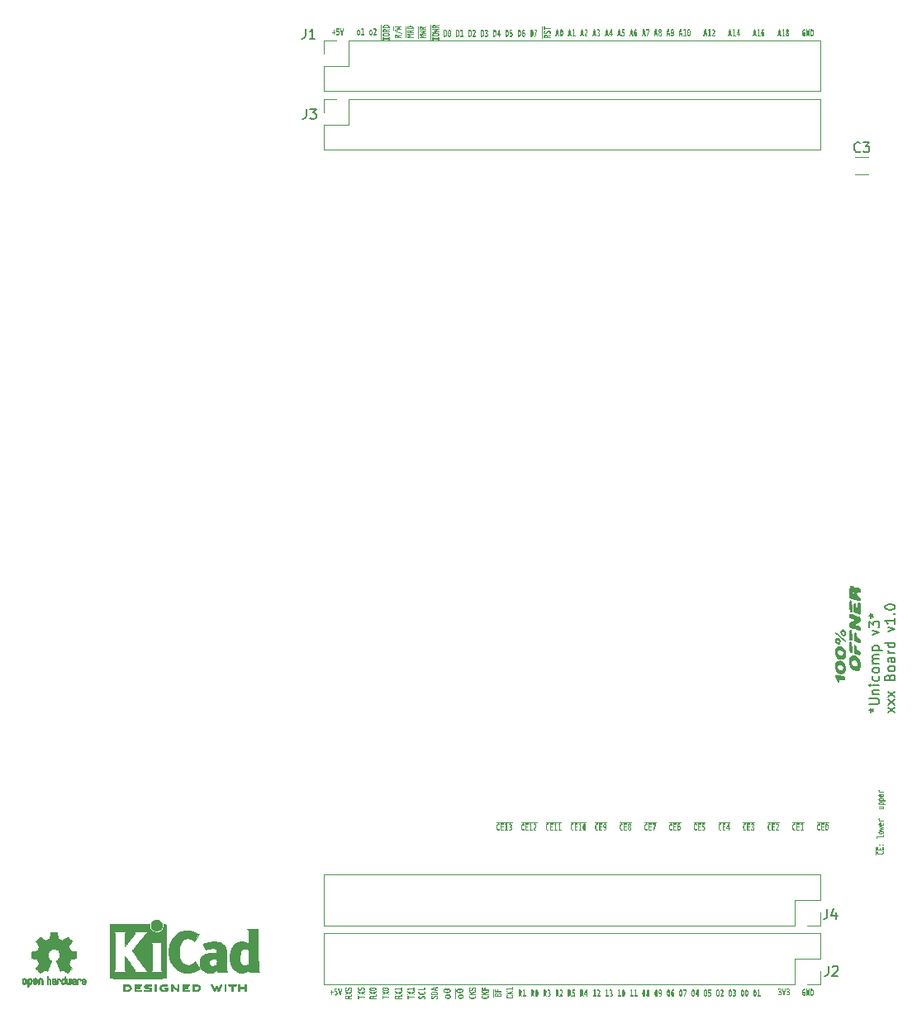
<source format=gbr>
%TF.GenerationSoftware,KiCad,Pcbnew,8.0.5-8.0.5-0~ubuntu22.04.1*%
%TF.CreationDate,2024-10-04T08:55:23+02:00*%
%TF.ProjectId,emptyBoard,656d7074-7942-46f6-9172-642e6b696361,rev?*%
%TF.SameCoordinates,Original*%
%TF.FileFunction,Legend,Top*%
%TF.FilePolarity,Positive*%
%FSLAX46Y46*%
G04 Gerber Fmt 4.6, Leading zero omitted, Abs format (unit mm)*
G04 Created by KiCad (PCBNEW 8.0.5-8.0.5-0~ubuntu22.04.1) date 2024-10-04 08:55:23*
%MOMM*%
%LPD*%
G01*
G04 APERTURE LIST*
%ADD10C,0.100000*%
%ADD11C,0.150000*%
%ADD12C,0.120000*%
%ADD13C,0.010000*%
%ADD14C,0.000000*%
G04 APERTURE END LIST*
D10*
G36*
X95281000Y-149637561D02*
G01*
X95281000Y-149738921D01*
X94679185Y-149738921D01*
X94679185Y-149869103D01*
X94558822Y-149869103D01*
X94558822Y-149507379D01*
X94679185Y-149507379D01*
X94679185Y-149637561D01*
X95281000Y-149637561D01*
G37*
G36*
X95281000Y-149064689D02*
G01*
X95281000Y-149169469D01*
X95041983Y-149267288D01*
X95281000Y-149364863D01*
X95281000Y-149469644D01*
X94914269Y-149319190D01*
X94558822Y-149465491D01*
X94558822Y-149360711D01*
X94788606Y-149267288D01*
X94558822Y-149173621D01*
X94558822Y-149068841D01*
X94914269Y-149214410D01*
X95281000Y-149064689D01*
G37*
G36*
X94964534Y-148882728D02*
G01*
X94951665Y-148905449D01*
X94935957Y-148929526D01*
X94917266Y-148953220D01*
X94895425Y-148974504D01*
X94878707Y-148986409D01*
X94847475Y-149000706D01*
X94814198Y-149009046D01*
X94776026Y-149013096D01*
X94757489Y-149013520D01*
X94722289Y-149011953D01*
X94684944Y-149006164D01*
X94651608Y-148996108D01*
X94622281Y-148981787D01*
X94603787Y-148968946D01*
X94582003Y-148947796D01*
X94565570Y-148923455D01*
X94555742Y-148900052D01*
X94549846Y-148874305D01*
X94547880Y-148846214D01*
X94549443Y-148819669D01*
X94553621Y-148795367D01*
X94558993Y-148775505D01*
X94567789Y-148751244D01*
X94579130Y-148727156D01*
X94591648Y-148705408D01*
X94733896Y-148705408D01*
X94713616Y-148727955D01*
X94696973Y-148750761D01*
X94684998Y-148771720D01*
X94674788Y-148796821D01*
X94669290Y-148821751D01*
X94668243Y-148838276D01*
X94671128Y-148863440D01*
X94681787Y-148886722D01*
X94688759Y-148894696D01*
X94715576Y-148909942D01*
X94747573Y-148914235D01*
X94781976Y-148908135D01*
X94796471Y-148900069D01*
X94816816Y-148878026D01*
X94831994Y-148853875D01*
X94839213Y-148840474D01*
X94862123Y-148796755D01*
X94876943Y-148771280D01*
X94893726Y-148748926D01*
X94915311Y-148727200D01*
X94939460Y-148709550D01*
X94945898Y-148705774D01*
X94977298Y-148691665D01*
X95013025Y-148682174D01*
X95048416Y-148677613D01*
X95077203Y-148676587D01*
X95115800Y-148678201D01*
X95150549Y-148683044D01*
X95186229Y-148692775D01*
X95216672Y-148706900D01*
X95238599Y-148722505D01*
X95259384Y-148744784D01*
X95273136Y-148767453D01*
X95283138Y-148793419D01*
X95288608Y-148817576D01*
X95291473Y-148844023D01*
X95291942Y-148860990D01*
X95290305Y-148887214D01*
X95285396Y-148913496D01*
X95278093Y-148937438D01*
X95268152Y-148961142D01*
X95255640Y-148984322D01*
X95240556Y-149006976D01*
X95237231Y-149011444D01*
X95094984Y-149011444D01*
X95115246Y-148988850D01*
X95132370Y-148966682D01*
X95147718Y-148942548D01*
X95152772Y-148933042D01*
X95162690Y-148909388D01*
X95169356Y-148883562D01*
X95171579Y-148857937D01*
X95168309Y-148832206D01*
X95156229Y-148808220D01*
X95148327Y-148799930D01*
X95120416Y-148784451D01*
X95085787Y-148779311D01*
X95083187Y-148779291D01*
X95048603Y-148784156D01*
X95028135Y-148793091D01*
X95004591Y-148812419D01*
X94990692Y-148832903D01*
X94964534Y-148882728D01*
G37*
G36*
X107959115Y-149528750D02*
G01*
X107972699Y-149551841D01*
X107982677Y-149576006D01*
X107983735Y-149579309D01*
X107989625Y-149604655D01*
X107991869Y-149629426D01*
X107991942Y-149634874D01*
X107990448Y-149660027D01*
X107984382Y-149689311D01*
X107973648Y-149716198D01*
X107958249Y-149740688D01*
X107938182Y-149762781D01*
X107913449Y-149782476D01*
X107896369Y-149793143D01*
X107864424Y-149808869D01*
X107828322Y-149821930D01*
X107788062Y-149832325D01*
X107752861Y-149838722D01*
X107714999Y-149843414D01*
X107674477Y-149846399D01*
X107631293Y-149847678D01*
X107620082Y-149847732D01*
X107576153Y-149846879D01*
X107534896Y-149844320D01*
X107496310Y-149840055D01*
X107460396Y-149834084D01*
X107427153Y-149826408D01*
X107389356Y-149814413D01*
X107355733Y-149799754D01*
X107343452Y-149793143D01*
X107315919Y-149774886D01*
X107293053Y-149754231D01*
X107274853Y-149731180D01*
X107261320Y-149705731D01*
X107252453Y-149677885D01*
X107248253Y-149647642D01*
X107247880Y-149634874D01*
X107249451Y-149609803D01*
X107254620Y-149583978D01*
X107256087Y-149578942D01*
X107265584Y-149554533D01*
X107278687Y-149531680D01*
X107280706Y-149528750D01*
X107433896Y-149528750D01*
X107410951Y-149548128D01*
X107391900Y-149568616D01*
X107384143Y-149579431D01*
X107372731Y-149602792D01*
X107368259Y-149628479D01*
X107368243Y-149630111D01*
X107372207Y-149656192D01*
X107386145Y-149681463D01*
X107410117Y-149702427D01*
X107431673Y-149714009D01*
X107462369Y-149725048D01*
X107498955Y-149733376D01*
X107535003Y-149738357D01*
X107575379Y-149741345D01*
X107612331Y-149742313D01*
X107620082Y-149742341D01*
X107657492Y-149741649D01*
X107691929Y-149739574D01*
X107729332Y-149735258D01*
X107762454Y-149728949D01*
X107795689Y-149719072D01*
X107808149Y-149714009D01*
X107835899Y-149698140D01*
X107857641Y-149676220D01*
X107869349Y-149649991D01*
X107871579Y-149630111D01*
X107867646Y-149604374D01*
X107856817Y-149580966D01*
X107855849Y-149579431D01*
X107838468Y-149557649D01*
X107816116Y-149536878D01*
X107805926Y-149528750D01*
X107959115Y-149528750D01*
G37*
G36*
X107258822Y-149438747D02*
G01*
X107258822Y-149337386D01*
X107544171Y-149337386D01*
X107258822Y-149178628D01*
X107258822Y-149063956D01*
X107543316Y-149225767D01*
X107981000Y-149058217D01*
X107981000Y-149170812D01*
X107655986Y-149292445D01*
X107736341Y-149337386D01*
X107981000Y-149337386D01*
X107981000Y-149438747D01*
X107258822Y-149438747D01*
G37*
G36*
X107379185Y-148675854D02*
G01*
X107379185Y-148893963D01*
X107532374Y-148893963D01*
X107532374Y-148695516D01*
X107652737Y-148695516D01*
X107652737Y-148893963D01*
X107981000Y-148893963D01*
X107981000Y-148995324D01*
X107258822Y-148995324D01*
X107258822Y-148675854D01*
X107379185Y-148675854D01*
G37*
G36*
X148449115Y-134756750D02*
G01*
X148462699Y-134779841D01*
X148472677Y-134804006D01*
X148473735Y-134807309D01*
X148479625Y-134832655D01*
X148481869Y-134857426D01*
X148481942Y-134862874D01*
X148480448Y-134888027D01*
X148474382Y-134917311D01*
X148463648Y-134944198D01*
X148448249Y-134968688D01*
X148428182Y-134990781D01*
X148403449Y-135010476D01*
X148386369Y-135021143D01*
X148354424Y-135036869D01*
X148318322Y-135049930D01*
X148278062Y-135060325D01*
X148242861Y-135066722D01*
X148204999Y-135071414D01*
X148164477Y-135074399D01*
X148121293Y-135075678D01*
X148110082Y-135075732D01*
X148066153Y-135074879D01*
X148024896Y-135072320D01*
X147986310Y-135068055D01*
X147950396Y-135062084D01*
X147917153Y-135054408D01*
X147879356Y-135042413D01*
X147845733Y-135027754D01*
X147833452Y-135021143D01*
X147805919Y-135002886D01*
X147783053Y-134982231D01*
X147764853Y-134959180D01*
X147751320Y-134933731D01*
X147742453Y-134905885D01*
X147738253Y-134875642D01*
X147737880Y-134862874D01*
X147739451Y-134837803D01*
X147744620Y-134811978D01*
X147746087Y-134806942D01*
X147755584Y-134782533D01*
X147768687Y-134759680D01*
X147770706Y-134756750D01*
X147923896Y-134756750D01*
X147900951Y-134776128D01*
X147881900Y-134796616D01*
X147874143Y-134807431D01*
X147862731Y-134830792D01*
X147858259Y-134856479D01*
X147858243Y-134858111D01*
X147862207Y-134884192D01*
X147876145Y-134909463D01*
X147900117Y-134930427D01*
X147921673Y-134942009D01*
X147952369Y-134953048D01*
X147988955Y-134961376D01*
X148025003Y-134966357D01*
X148065379Y-134969345D01*
X148102331Y-134970313D01*
X148110082Y-134970341D01*
X148147492Y-134969649D01*
X148181929Y-134967574D01*
X148219332Y-134963258D01*
X148252454Y-134956949D01*
X148285689Y-134947072D01*
X148298149Y-134942009D01*
X148325899Y-134926140D01*
X148347641Y-134904220D01*
X148359349Y-134877991D01*
X148361579Y-134858111D01*
X148357646Y-134832374D01*
X148346817Y-134808966D01*
X148345849Y-134807431D01*
X148328468Y-134785649D01*
X148306116Y-134764878D01*
X148295926Y-134756750D01*
X148449115Y-134756750D01*
G37*
G36*
X148471000Y-134329814D02*
G01*
X148471000Y-134649161D01*
X147748822Y-134649161D01*
X147748822Y-134329814D01*
X147869185Y-134329814D01*
X147869185Y-134547923D01*
X148022374Y-134547923D01*
X148022374Y-134350452D01*
X148142737Y-134350452D01*
X148142737Y-134547923D01*
X148350637Y-134547923D01*
X148350637Y-134329814D01*
X148471000Y-134329814D01*
G37*
X147610000Y-135078000D02*
X147610000Y-134335851D01*
G36*
X147956722Y-134131611D02*
G01*
X147956722Y-134017305D01*
X148131795Y-134017305D01*
X148131795Y-134131611D01*
X147956722Y-134131611D01*
G37*
G36*
X148295926Y-134131611D02*
G01*
X148295926Y-134017305D01*
X148471000Y-134017305D01*
X148471000Y-134131611D01*
X148295926Y-134131611D01*
G37*
G36*
X148246687Y-133310833D02*
G01*
X147836359Y-133310833D01*
X147836359Y-133412804D01*
X147726938Y-133412804D01*
X147726938Y-133210083D01*
X148246687Y-133210083D01*
X148282330Y-133208711D01*
X148317983Y-133202828D01*
X148335591Y-133196039D01*
X148355869Y-133175507D01*
X148361553Y-133150369D01*
X148361579Y-133148289D01*
X148361579Y-133067934D01*
X148471000Y-133067934D01*
X148471000Y-133176499D01*
X148469178Y-133202002D01*
X148462450Y-133228152D01*
X148448689Y-133253286D01*
X148428454Y-133273352D01*
X148419196Y-133279570D01*
X148388923Y-133293248D01*
X148355405Y-133302010D01*
X148321453Y-133307139D01*
X148282680Y-133310070D01*
X148246687Y-133310833D01*
G37*
G36*
X148241794Y-132633993D02*
G01*
X148278065Y-132637526D01*
X148311732Y-132643414D01*
X148348693Y-132653589D01*
X148381904Y-132667156D01*
X148406715Y-132681053D01*
X148432280Y-132700318D01*
X148452556Y-132721937D01*
X148467543Y-132745908D01*
X148477240Y-132772232D01*
X148481648Y-132800908D01*
X148481942Y-132810990D01*
X148480105Y-132835634D01*
X148473052Y-132863065D01*
X148460711Y-132888161D01*
X148443079Y-132910922D01*
X148420159Y-132931346D01*
X148406715Y-132940683D01*
X148376629Y-132957076D01*
X148342793Y-132970078D01*
X148305207Y-132979688D01*
X148271019Y-132985105D01*
X148234227Y-132988167D01*
X148202919Y-132988921D01*
X148164043Y-132987743D01*
X148127772Y-132984210D01*
X148094106Y-132978322D01*
X148057144Y-132968147D01*
X148023933Y-132954580D01*
X147999122Y-132940683D01*
X147973557Y-132921426D01*
X147953281Y-132899833D01*
X147938294Y-132875905D01*
X147928597Y-132849641D01*
X147924189Y-132821042D01*
X147923896Y-132810990D01*
X148033316Y-132810990D01*
X148039615Y-132835920D01*
X148058513Y-132856488D01*
X148078110Y-132867777D01*
X148109546Y-132878596D01*
X148143720Y-132884907D01*
X148178774Y-132887792D01*
X148202919Y-132888293D01*
X148240724Y-132887011D01*
X148277993Y-132882503D01*
X148312869Y-132873687D01*
X148327727Y-132867777D01*
X148355023Y-132850117D01*
X148370377Y-132826063D01*
X148372521Y-132810990D01*
X148366222Y-132785928D01*
X148347324Y-132765332D01*
X148327727Y-132754081D01*
X148296291Y-132743198D01*
X148262117Y-132736849D01*
X148227063Y-132733947D01*
X148202919Y-132733443D01*
X148165113Y-132734733D01*
X148127844Y-132739268D01*
X148092968Y-132748136D01*
X148078110Y-132754081D01*
X148050814Y-132771701D01*
X148036116Y-132793786D01*
X148033316Y-132810990D01*
X147923896Y-132810990D01*
X147925732Y-132786276D01*
X147932785Y-132758776D01*
X147945127Y-132733628D01*
X147962758Y-132710834D01*
X147985678Y-132690392D01*
X147999122Y-132681053D01*
X148029208Y-132664660D01*
X148063044Y-132651658D01*
X148100630Y-132642048D01*
X148134818Y-132636631D01*
X148171610Y-132633569D01*
X148202919Y-132632815D01*
X148241794Y-132633993D01*
G37*
G36*
X147934838Y-132601552D02*
G01*
X147934838Y-132517777D01*
X148346191Y-132472103D01*
X148077085Y-132430460D01*
X148077085Y-132349127D01*
X148346191Y-132308216D01*
X147934838Y-132261810D01*
X147934838Y-132178035D01*
X148471000Y-132247766D01*
X148471000Y-132343265D01*
X148193857Y-132389915D01*
X148471000Y-132436322D01*
X148471000Y-132531820D01*
X147934838Y-132601552D01*
G37*
G36*
X148252158Y-132046510D02*
G01*
X148287087Y-132043741D01*
X148321067Y-132033712D01*
X148342772Y-132019765D01*
X148359709Y-131998473D01*
X148369006Y-131973781D01*
X148372405Y-131947215D01*
X148372521Y-131940753D01*
X148370309Y-131914895D01*
X148363673Y-131889347D01*
X148356792Y-131872487D01*
X148343796Y-131848954D01*
X148328195Y-131826934D01*
X148308987Y-131804317D01*
X148306868Y-131802023D01*
X148438173Y-131802023D01*
X148451926Y-131826278D01*
X148463092Y-131850850D01*
X148471000Y-131873464D01*
X148477229Y-131898974D01*
X148480873Y-131925466D01*
X148481942Y-131950400D01*
X148480201Y-131979440D01*
X148474979Y-132006261D01*
X148466276Y-132030865D01*
X148451238Y-132057460D01*
X148431186Y-132080862D01*
X148410647Y-132097923D01*
X148381636Y-132115229D01*
X148348200Y-132128955D01*
X148310341Y-132139100D01*
X148275412Y-132144819D01*
X148237412Y-132148052D01*
X148204799Y-132148848D01*
X148165525Y-132147649D01*
X148128915Y-132144053D01*
X148094967Y-132138061D01*
X148057745Y-132127705D01*
X148024358Y-132113898D01*
X147999464Y-132099755D01*
X147973783Y-132080087D01*
X147953415Y-132057904D01*
X147938360Y-132033204D01*
X147928619Y-132005989D01*
X147924560Y-131981387D01*
X147923896Y-131965788D01*
X148033316Y-131965788D01*
X148038057Y-131991649D01*
X148053765Y-132014316D01*
X148062039Y-132021109D01*
X148091636Y-132035942D01*
X148124350Y-132043521D01*
X148143250Y-132045533D01*
X148142737Y-131887141D01*
X148108705Y-131889896D01*
X148076508Y-131898957D01*
X148061013Y-131907658D01*
X148042080Y-131928461D01*
X148033993Y-131954226D01*
X148033316Y-131965788D01*
X147923896Y-131965788D01*
X147925619Y-131939975D01*
X147932239Y-131911478D01*
X147943824Y-131885687D01*
X147960373Y-131862600D01*
X147981887Y-131842218D01*
X147994506Y-131833042D01*
X148022947Y-131816980D01*
X148055438Y-131804242D01*
X148091981Y-131794827D01*
X148125528Y-131789519D01*
X148161888Y-131786519D01*
X148193002Y-131785781D01*
X148252158Y-131785781D01*
X148252158Y-132046510D01*
G37*
G36*
X148088027Y-131364095D02*
G01*
X148064091Y-131382017D01*
X148046994Y-131402808D01*
X148036322Y-131427500D01*
X148033316Y-131451290D01*
X148036053Y-131475936D01*
X148046014Y-131501018D01*
X148049900Y-131507100D01*
X148070032Y-131528227D01*
X148097601Y-131543980D01*
X148129524Y-131553331D01*
X148144276Y-131555582D01*
X148178726Y-131557963D01*
X148213877Y-131558707D01*
X148227367Y-131558757D01*
X148471000Y-131558757D01*
X148471000Y-131659507D01*
X147934838Y-131659507D01*
X147934838Y-131558757D01*
X148014510Y-131558757D01*
X147984833Y-131545459D01*
X147960686Y-131527731D01*
X147947660Y-131513450D01*
X147933179Y-131489092D01*
X147925775Y-131464200D01*
X147923896Y-131442009D01*
X147927168Y-131416592D01*
X147932273Y-131401709D01*
X147944934Y-131378905D01*
X147956722Y-131364095D01*
X148088027Y-131364095D01*
G37*
G36*
X148285839Y-130441224D02*
G01*
X147934838Y-130441224D01*
X147934838Y-130340596D01*
X148264126Y-130340596D01*
X148300288Y-130339225D01*
X148334977Y-130333515D01*
X148347559Y-130328994D01*
X148369011Y-130308329D01*
X148372521Y-130290160D01*
X148364101Y-130265919D01*
X148338840Y-130247661D01*
X148307016Y-130237778D01*
X148273123Y-130233350D01*
X148244464Y-130232396D01*
X147934838Y-130232396D01*
X147934838Y-130131768D01*
X148471000Y-130131768D01*
X148471000Y-130232396D01*
X148393550Y-130232396D01*
X148424701Y-130243508D01*
X148451180Y-130261019D01*
X148458861Y-130268666D01*
X148473805Y-130291157D01*
X148481130Y-130317156D01*
X148481942Y-130330338D01*
X148478853Y-130356128D01*
X148467997Y-130381110D01*
X148449323Y-130401822D01*
X148432531Y-130413258D01*
X148400882Y-130426777D01*
X148366437Y-130435079D01*
X148331424Y-130439476D01*
X148291862Y-130441197D01*
X148285839Y-130441224D01*
G37*
G36*
X148243492Y-129683387D02*
G01*
X148281010Y-129686097D01*
X148315473Y-129690614D01*
X148352795Y-129698419D01*
X148385718Y-129708826D01*
X148409792Y-129719486D01*
X148437905Y-129737129D01*
X148459113Y-129757788D01*
X148473416Y-129781461D01*
X148480814Y-129808150D01*
X148481942Y-129824755D01*
X148477949Y-129850574D01*
X148465972Y-129873962D01*
X148461083Y-129880198D01*
X148438774Y-129900531D01*
X148410792Y-129917360D01*
X148398166Y-129923307D01*
X148678899Y-129923307D01*
X148678899Y-130023569D01*
X147934838Y-130023569D01*
X147934838Y-129923307D01*
X148012458Y-129923307D01*
X147982453Y-129910083D01*
X147956893Y-129892580D01*
X147946122Y-129881786D01*
X147931731Y-129859378D01*
X147929913Y-129852843D01*
X148033316Y-129852843D01*
X148040766Y-129877078D01*
X148063113Y-129896799D01*
X148078452Y-129904378D01*
X148110002Y-129914360D01*
X148144106Y-129920183D01*
X148178963Y-129922845D01*
X148202919Y-129923307D01*
X148240446Y-129922124D01*
X148277556Y-129917965D01*
X148312445Y-129909831D01*
X148327385Y-129904378D01*
X148354890Y-129888258D01*
X148370361Y-129866454D01*
X148372521Y-129852843D01*
X148365072Y-129828668D01*
X148342724Y-129809129D01*
X148327385Y-129801674D01*
X148295835Y-129791885D01*
X148261731Y-129786175D01*
X148226874Y-129783565D01*
X148202919Y-129783111D01*
X148165391Y-129784272D01*
X148128281Y-129788350D01*
X148093392Y-129796326D01*
X148078452Y-129801674D01*
X148050948Y-129817571D01*
X148034903Y-129841109D01*
X148033316Y-129852843D01*
X147929913Y-129852843D01*
X147924677Y-129834028D01*
X147923896Y-129821335D01*
X147927397Y-129793851D01*
X147937902Y-129769206D01*
X147955409Y-129747402D01*
X147979920Y-129728437D01*
X147997071Y-129718876D01*
X148031873Y-129704695D01*
X148066262Y-129695313D01*
X148104859Y-129688490D01*
X148140237Y-129684758D01*
X148178536Y-129682803D01*
X148202919Y-129682483D01*
X148243492Y-129683387D01*
G37*
G36*
X148243492Y-129262312D02*
G01*
X148281010Y-129265022D01*
X148315473Y-129269539D01*
X148352795Y-129277345D01*
X148385718Y-129287752D01*
X148409792Y-129298412D01*
X148437905Y-129316055D01*
X148459113Y-129336713D01*
X148473416Y-129360387D01*
X148480814Y-129387076D01*
X148481942Y-129403680D01*
X148477949Y-129429499D01*
X148465972Y-129452888D01*
X148461083Y-129459123D01*
X148438774Y-129479456D01*
X148410792Y-129496285D01*
X148398166Y-129502232D01*
X148678899Y-129502232D01*
X148678899Y-129602494D01*
X147934838Y-129602494D01*
X147934838Y-129502232D01*
X148012458Y-129502232D01*
X147982453Y-129489009D01*
X147956893Y-129471505D01*
X147946122Y-129460711D01*
X147931731Y-129438303D01*
X147929913Y-129431768D01*
X148033316Y-129431768D01*
X148040766Y-129456004D01*
X148063113Y-129475724D01*
X148078452Y-129483303D01*
X148110002Y-129493285D01*
X148144106Y-129499108D01*
X148178963Y-129501770D01*
X148202919Y-129502232D01*
X148240446Y-129501049D01*
X148277556Y-129496890D01*
X148312445Y-129488757D01*
X148327385Y-129483303D01*
X148354890Y-129467183D01*
X148370361Y-129445379D01*
X148372521Y-129431768D01*
X148365072Y-129407593D01*
X148342724Y-129388054D01*
X148327385Y-129380599D01*
X148295835Y-129370810D01*
X148261731Y-129365100D01*
X148226874Y-129362490D01*
X148202919Y-129362037D01*
X148165391Y-129363197D01*
X148128281Y-129367276D01*
X148093392Y-129375252D01*
X148078452Y-129380599D01*
X148050948Y-129396496D01*
X148034903Y-129420034D01*
X148033316Y-129431768D01*
X147929913Y-129431768D01*
X147924677Y-129412953D01*
X147923896Y-129400261D01*
X147927397Y-129372776D01*
X147937902Y-129348132D01*
X147955409Y-129326327D01*
X147979920Y-129307363D01*
X147997071Y-129297801D01*
X148031873Y-129283621D01*
X148066262Y-129274238D01*
X148104859Y-129267415D01*
X148140237Y-129263683D01*
X148178536Y-129261729D01*
X148202919Y-129261409D01*
X148243492Y-129262312D01*
G37*
G36*
X148252158Y-129098987D02*
G01*
X148287087Y-129096218D01*
X148321067Y-129086189D01*
X148342772Y-129072243D01*
X148359709Y-129050950D01*
X148369006Y-129026259D01*
X148372405Y-128999693D01*
X148372521Y-128993230D01*
X148370309Y-128967373D01*
X148363673Y-128941825D01*
X148356792Y-128924964D01*
X148343796Y-128901431D01*
X148328195Y-128879411D01*
X148308987Y-128856795D01*
X148306868Y-128854500D01*
X148438173Y-128854500D01*
X148451926Y-128878755D01*
X148463092Y-128903327D01*
X148471000Y-128925941D01*
X148477229Y-128951451D01*
X148480873Y-128977943D01*
X148481942Y-129002878D01*
X148480201Y-129031917D01*
X148474979Y-129058739D01*
X148466276Y-129083342D01*
X148451238Y-129109938D01*
X148431186Y-129133339D01*
X148410647Y-129150400D01*
X148381636Y-129167707D01*
X148348200Y-129181433D01*
X148310341Y-129191578D01*
X148275412Y-129197297D01*
X148237412Y-129200529D01*
X148204799Y-129201325D01*
X148165525Y-129200126D01*
X148128915Y-129196531D01*
X148094967Y-129190538D01*
X148057745Y-129180183D01*
X148024358Y-129166375D01*
X147999464Y-129152232D01*
X147973783Y-129132564D01*
X147953415Y-129110381D01*
X147938360Y-129085681D01*
X147928619Y-129058466D01*
X147924560Y-129033864D01*
X147923896Y-129018265D01*
X148033316Y-129018265D01*
X148038057Y-129044127D01*
X148053765Y-129066794D01*
X148062039Y-129073586D01*
X148091636Y-129088419D01*
X148124350Y-129095998D01*
X148143250Y-129098010D01*
X148142737Y-128939619D01*
X148108705Y-128942374D01*
X148076508Y-128951434D01*
X148061013Y-128960135D01*
X148042080Y-128980939D01*
X148033993Y-129006703D01*
X148033316Y-129018265D01*
X147923896Y-129018265D01*
X147925619Y-128992452D01*
X147932239Y-128963956D01*
X147943824Y-128938164D01*
X147960373Y-128915078D01*
X147981887Y-128894696D01*
X147994506Y-128885519D01*
X148022947Y-128869458D01*
X148055438Y-128856719D01*
X148091981Y-128847304D01*
X148125528Y-128841996D01*
X148161888Y-128838996D01*
X148193002Y-128838258D01*
X148252158Y-128838258D01*
X148252158Y-129098987D01*
G37*
G36*
X148088027Y-128416573D02*
G01*
X148064091Y-128434494D01*
X148046994Y-128455285D01*
X148036322Y-128479977D01*
X148033316Y-128503767D01*
X148036053Y-128528414D01*
X148046014Y-128553496D01*
X148049900Y-128559577D01*
X148070032Y-128580704D01*
X148097601Y-128596458D01*
X148129524Y-128605808D01*
X148144276Y-128608059D01*
X148178726Y-128610441D01*
X148213877Y-128611185D01*
X148227367Y-128611234D01*
X148471000Y-128611234D01*
X148471000Y-128711984D01*
X147934838Y-128711984D01*
X147934838Y-128611234D01*
X148014510Y-128611234D01*
X147984833Y-128597936D01*
X147960686Y-128580208D01*
X147947660Y-128565927D01*
X147933179Y-128541570D01*
X147925775Y-128516677D01*
X147923896Y-128494486D01*
X147927168Y-128469070D01*
X147932273Y-128454186D01*
X147944934Y-128431382D01*
X147956722Y-128416573D01*
X148088027Y-128416573D01*
G37*
G36*
X92149624Y-50569211D02*
G01*
X92149624Y-50777111D01*
X92297391Y-50777111D01*
X92297391Y-50886532D01*
X92149624Y-50886532D01*
X92149624Y-51094431D01*
X92068292Y-51094431D01*
X92068292Y-50886532D01*
X91919914Y-50886532D01*
X91919914Y-50777111D01*
X92068292Y-50777111D01*
X92068292Y-50569211D01*
X92149624Y-50569211D01*
G37*
G36*
X92384586Y-50416022D02*
G01*
X92663145Y-50416022D01*
X92663145Y-50536385D01*
X92466652Y-50536385D01*
X92466652Y-50680855D01*
X92490412Y-50671549D01*
X92493030Y-50670939D01*
X92518065Y-50667769D01*
X92522950Y-50667690D01*
X92550554Y-50670034D01*
X92576124Y-50677067D01*
X92599659Y-50688788D01*
X92621158Y-50705197D01*
X92640623Y-50726294D01*
X92646659Y-50734368D01*
X92662762Y-50760715D01*
X92675533Y-50789875D01*
X92684972Y-50821848D01*
X92691080Y-50856633D01*
X92693857Y-50894232D01*
X92694042Y-50907390D01*
X92692234Y-50947673D01*
X92686812Y-50984663D01*
X92677774Y-51018359D01*
X92665122Y-51048761D01*
X92648854Y-51075869D01*
X92642629Y-51084173D01*
X92622081Y-51106252D01*
X92598905Y-51123763D01*
X92573102Y-51136706D01*
X92544672Y-51145081D01*
X92518973Y-51148571D01*
X92502678Y-51149142D01*
X92477845Y-51147988D01*
X92452806Y-51144525D01*
X92435999Y-51140935D01*
X92410606Y-51133626D01*
X92386966Y-51124899D01*
X92367367Y-51116315D01*
X92367367Y-50985010D01*
X92390748Y-51000985D01*
X92414653Y-51013349D01*
X92425863Y-51017837D01*
X92450371Y-51024921D01*
X92474880Y-51028394D01*
X92486191Y-51028779D01*
X92511386Y-51026845D01*
X92535881Y-51020045D01*
X92560283Y-51005086D01*
X92567646Y-50997833D01*
X92584613Y-50970681D01*
X92593750Y-50935643D01*
X92595490Y-50907903D01*
X92592214Y-50873090D01*
X92581169Y-50840965D01*
X92567768Y-50820879D01*
X92546615Y-50802190D01*
X92521103Y-50791259D01*
X92494129Y-50788053D01*
X92468659Y-50789856D01*
X92443081Y-50795266D01*
X92439663Y-50796260D01*
X92415717Y-50805011D01*
X92391537Y-50816904D01*
X92384586Y-50820879D01*
X92384586Y-50416022D01*
G37*
G36*
X92950985Y-51019204D02*
G01*
X93041233Y-50416022D01*
X93143327Y-50416022D01*
X93021327Y-51138200D01*
X92880888Y-51138200D01*
X92758888Y-50416022D01*
X92860982Y-50416022D01*
X92950985Y-51019204D01*
G37*
G36*
X94659998Y-50592932D02*
G01*
X94687498Y-50599985D01*
X94712646Y-50612327D01*
X94735440Y-50629958D01*
X94755882Y-50652878D01*
X94765221Y-50666322D01*
X94781615Y-50696408D01*
X94794616Y-50730244D01*
X94804226Y-50767830D01*
X94809643Y-50802018D01*
X94812705Y-50838810D01*
X94813459Y-50870119D01*
X94812281Y-50908994D01*
X94808748Y-50945265D01*
X94802860Y-50978932D01*
X94792685Y-51015893D01*
X94779118Y-51049104D01*
X94765221Y-51073915D01*
X94745956Y-51099480D01*
X94724337Y-51119756D01*
X94700366Y-51134743D01*
X94674042Y-51144440D01*
X94645366Y-51148848D01*
X94635284Y-51149142D01*
X94610640Y-51147305D01*
X94583209Y-51140252D01*
X94558113Y-51127911D01*
X94535352Y-51110279D01*
X94514928Y-51087359D01*
X94505591Y-51073915D01*
X94489198Y-51043829D01*
X94476196Y-51009993D01*
X94466586Y-50972407D01*
X94461169Y-50938219D01*
X94458107Y-50901427D01*
X94457353Y-50870119D01*
X94557981Y-50870119D01*
X94559263Y-50907924D01*
X94563771Y-50945193D01*
X94572587Y-50980069D01*
X94578497Y-50994927D01*
X94596157Y-51022223D01*
X94620211Y-51037577D01*
X94635284Y-51039721D01*
X94660346Y-51033422D01*
X94680942Y-51014524D01*
X94692193Y-50994927D01*
X94703076Y-50963491D01*
X94709425Y-50929317D01*
X94712327Y-50894263D01*
X94712831Y-50870119D01*
X94711541Y-50832313D01*
X94707006Y-50795044D01*
X94698138Y-50760168D01*
X94692193Y-50745310D01*
X94674573Y-50718014D01*
X94652488Y-50703316D01*
X94635284Y-50700516D01*
X94610354Y-50706815D01*
X94589786Y-50725713D01*
X94578497Y-50745310D01*
X94567678Y-50776746D01*
X94561367Y-50810920D01*
X94558482Y-50845974D01*
X94557981Y-50870119D01*
X94457353Y-50870119D01*
X94458531Y-50831243D01*
X94462064Y-50794972D01*
X94467952Y-50761306D01*
X94478127Y-50724344D01*
X94491694Y-50691133D01*
X94505591Y-50666322D01*
X94524848Y-50640757D01*
X94546441Y-50620481D01*
X94570369Y-50605494D01*
X94596633Y-50595797D01*
X94625232Y-50591389D01*
X94635284Y-50591096D01*
X94659998Y-50592932D01*
G37*
G36*
X94909324Y-51017837D02*
G01*
X95022653Y-51017837D01*
X95022653Y-50536385D01*
X94917140Y-50569211D01*
X94917140Y-50448848D01*
X95023264Y-50416022D01*
X95121205Y-50416022D01*
X95121205Y-51017837D01*
X95234534Y-51017837D01*
X95234534Y-51138200D01*
X94909324Y-51138200D01*
X94909324Y-51017837D01*
G37*
G36*
X95923222Y-50592932D02*
G01*
X95950722Y-50599985D01*
X95975870Y-50612327D01*
X95998664Y-50629958D01*
X96019106Y-50652878D01*
X96028445Y-50666322D01*
X96044839Y-50696408D01*
X96057840Y-50730244D01*
X96067450Y-50767830D01*
X96072867Y-50802018D01*
X96075929Y-50838810D01*
X96076683Y-50870119D01*
X96075505Y-50908994D01*
X96071972Y-50945265D01*
X96066084Y-50978932D01*
X96055909Y-51015893D01*
X96042342Y-51049104D01*
X96028445Y-51073915D01*
X96009180Y-51099480D01*
X95987561Y-51119756D01*
X95963590Y-51134743D01*
X95937266Y-51144440D01*
X95908590Y-51148848D01*
X95898508Y-51149142D01*
X95873864Y-51147305D01*
X95846433Y-51140252D01*
X95821337Y-51127911D01*
X95798576Y-51110279D01*
X95778152Y-51087359D01*
X95768815Y-51073915D01*
X95752422Y-51043829D01*
X95739420Y-51009993D01*
X95729810Y-50972407D01*
X95724393Y-50938219D01*
X95721331Y-50901427D01*
X95720577Y-50870119D01*
X95821205Y-50870119D01*
X95822487Y-50907924D01*
X95826995Y-50945193D01*
X95835811Y-50980069D01*
X95841721Y-50994927D01*
X95859381Y-51022223D01*
X95883435Y-51037577D01*
X95898508Y-51039721D01*
X95923570Y-51033422D01*
X95944166Y-51014524D01*
X95955417Y-50994927D01*
X95966300Y-50963491D01*
X95972649Y-50929317D01*
X95975551Y-50894263D01*
X95976055Y-50870119D01*
X95974765Y-50832313D01*
X95970230Y-50795044D01*
X95961362Y-50760168D01*
X95955417Y-50745310D01*
X95937797Y-50718014D01*
X95915712Y-50703316D01*
X95898508Y-50700516D01*
X95873578Y-50706815D01*
X95853010Y-50725713D01*
X95841721Y-50745310D01*
X95830902Y-50776746D01*
X95824591Y-50810920D01*
X95821706Y-50845974D01*
X95821205Y-50870119D01*
X95720577Y-50870119D01*
X95721755Y-50831243D01*
X95725288Y-50794972D01*
X95731176Y-50761306D01*
X95741351Y-50724344D01*
X95754918Y-50691133D01*
X95768815Y-50666322D01*
X95788072Y-50640757D01*
X95809665Y-50620481D01*
X95833593Y-50605494D01*
X95859857Y-50595797D01*
X95888456Y-50591389D01*
X95898508Y-50591096D01*
X95923222Y-50592932D01*
G37*
G36*
X96257056Y-51017837D02*
G01*
X96473089Y-51017837D01*
X96473089Y-51138200D01*
X96147391Y-51138200D01*
X96147391Y-51021598D01*
X96202346Y-50940216D01*
X96220033Y-50913981D01*
X96241508Y-50882054D01*
X96260575Y-50853615D01*
X96281023Y-50822974D01*
X96297708Y-50797783D01*
X96314745Y-50771675D01*
X96321170Y-50761553D01*
X96337183Y-50734336D01*
X96351716Y-50705036D01*
X96358295Y-50688548D01*
X96367157Y-50654905D01*
X96369652Y-50625460D01*
X96366226Y-50590177D01*
X96353758Y-50558440D01*
X96348892Y-50551601D01*
X96327384Y-50533720D01*
X96301426Y-50526082D01*
X96289907Y-50525443D01*
X96264899Y-50528126D01*
X96239376Y-50535424D01*
X96228969Y-50539463D01*
X96205366Y-50550596D01*
X96181070Y-50564719D01*
X96158382Y-50580153D01*
X96158382Y-50448848D01*
X96181201Y-50436493D01*
X96205944Y-50425217D01*
X96230312Y-50416364D01*
X96256352Y-50409488D01*
X96281534Y-50405785D01*
X96297845Y-50405080D01*
X96322447Y-50406395D01*
X96349718Y-50411444D01*
X96374534Y-50420280D01*
X96400381Y-50435374D01*
X96422886Y-50455622D01*
X96425828Y-50458936D01*
X96443958Y-50484296D01*
X96457635Y-50513404D01*
X96466859Y-50546258D01*
X96471630Y-50582860D01*
X96472357Y-50605457D01*
X96470416Y-50641842D01*
X96464596Y-50676199D01*
X96462220Y-50685642D01*
X96451586Y-50717447D01*
X96437513Y-50749259D01*
X96427416Y-50768904D01*
X96409830Y-50797609D01*
X96390126Y-50827318D01*
X96372323Y-50853388D01*
X96351414Y-50883498D01*
X96332450Y-50910495D01*
X96327398Y-50917648D01*
X96308922Y-50943889D01*
X96289925Y-50970913D01*
X96271253Y-50997534D01*
X96257056Y-51017837D01*
G37*
G36*
X97781000Y-149637561D02*
G01*
X97781000Y-149738921D01*
X97179185Y-149738921D01*
X97179185Y-149869103D01*
X97058822Y-149869103D01*
X97058822Y-149507379D01*
X97179185Y-149507379D01*
X97179185Y-149637561D01*
X97781000Y-149637561D01*
G37*
G36*
X97781000Y-149064689D02*
G01*
X97781000Y-149169469D01*
X97541983Y-149267288D01*
X97781000Y-149364863D01*
X97781000Y-149469644D01*
X97414269Y-149319190D01*
X97058822Y-149465491D01*
X97058822Y-149360711D01*
X97288606Y-149267288D01*
X97058822Y-149173621D01*
X97058822Y-149068841D01*
X97414269Y-149214410D01*
X97781000Y-149064689D01*
G37*
G36*
X97447982Y-148810287D02*
G01*
X97457182Y-148815683D01*
X97473531Y-148837482D01*
X97474621Y-148846214D01*
X97465004Y-148869982D01*
X97457524Y-148876500D01*
X97426910Y-148888063D01*
X97414611Y-148888834D01*
X97380919Y-148881896D01*
X97371697Y-148876500D01*
X97355348Y-148854839D01*
X97354258Y-148846214D01*
X97364068Y-148822217D01*
X97371697Y-148815683D01*
X97402376Y-148804120D01*
X97414611Y-148803349D01*
X97447982Y-148810287D01*
G37*
G36*
X97465247Y-148677247D02*
G01*
X97507480Y-148679228D01*
X97546779Y-148682529D01*
X97583144Y-148687151D01*
X97616577Y-148693093D01*
X97654243Y-148702377D01*
X97687326Y-148713724D01*
X97699276Y-148718841D01*
X97730768Y-148736193D01*
X97755744Y-148756559D01*
X97774205Y-148779939D01*
X97786150Y-148806333D01*
X97791127Y-148830631D01*
X97791942Y-148846214D01*
X97789675Y-148871696D01*
X97780972Y-148899529D01*
X97765741Y-148924364D01*
X97743982Y-148946203D01*
X97715696Y-148965045D01*
X97699105Y-148973342D01*
X97667769Y-148985515D01*
X97631892Y-148995625D01*
X97591474Y-149003671D01*
X97555869Y-149008623D01*
X97517358Y-149012254D01*
X97475941Y-149014565D01*
X97431617Y-149015555D01*
X97420082Y-149015596D01*
X97374954Y-149014936D01*
X97332748Y-149012955D01*
X97293465Y-149009654D01*
X97257105Y-149005033D01*
X97223667Y-148999091D01*
X97185979Y-148989806D01*
X97152858Y-148978459D01*
X97140888Y-148973342D01*
X97109280Y-148955999D01*
X97084211Y-148935658D01*
X97065682Y-148912321D01*
X97053693Y-148885987D01*
X97048698Y-148861753D01*
X97047880Y-148846214D01*
X97168243Y-148846214D01*
X97178147Y-148871587D01*
X97204871Y-148889499D01*
X97228254Y-148897505D01*
X97262747Y-148904557D01*
X97300291Y-148909075D01*
X97337942Y-148911720D01*
X97373175Y-148913058D01*
X97411913Y-148913609D01*
X97420082Y-148913625D01*
X97459423Y-148913231D01*
X97495275Y-148912051D01*
X97533691Y-148909595D01*
X97572159Y-148905297D01*
X97607748Y-148898496D01*
X97611568Y-148897505D01*
X97643214Y-148885517D01*
X97665718Y-148866283D01*
X97671579Y-148846214D01*
X97663140Y-148822440D01*
X97637823Y-148804059D01*
X97611568Y-148794801D01*
X97577096Y-148787695D01*
X97539606Y-148783142D01*
X97502027Y-148780478D01*
X97466873Y-148779129D01*
X97428229Y-148778574D01*
X97420082Y-148778558D01*
X97380642Y-148778955D01*
X97344708Y-148780145D01*
X97306216Y-148782619D01*
X97267689Y-148786949D01*
X97232074Y-148793801D01*
X97228254Y-148794801D01*
X97196607Y-148806748D01*
X97174103Y-148826028D01*
X97168243Y-148846214D01*
X97047880Y-148846214D01*
X97050143Y-148820661D01*
X97058830Y-148792760D01*
X97074033Y-148767873D01*
X97095751Y-148746000D01*
X97123986Y-148727140D01*
X97140546Y-148718841D01*
X97171804Y-148706668D01*
X97207662Y-148696559D01*
X97248119Y-148688512D01*
X97283797Y-148683561D01*
X97322419Y-148679929D01*
X97363985Y-148677619D01*
X97408494Y-148676628D01*
X97420082Y-148676587D01*
X97465247Y-148677247D01*
G37*
G36*
X101164534Y-149724877D02*
G01*
X101151665Y-149747598D01*
X101135957Y-149771675D01*
X101117266Y-149795370D01*
X101095425Y-149816653D01*
X101078707Y-149828558D01*
X101047475Y-149842855D01*
X101014198Y-149851195D01*
X100976026Y-149855246D01*
X100957489Y-149855669D01*
X100922289Y-149854102D01*
X100884944Y-149848313D01*
X100851608Y-149838258D01*
X100822281Y-149823936D01*
X100803787Y-149811095D01*
X100782003Y-149789945D01*
X100765570Y-149765604D01*
X100755742Y-149742201D01*
X100749846Y-149716454D01*
X100747880Y-149688363D01*
X100749443Y-149661819D01*
X100753621Y-149637517D01*
X100758993Y-149617655D01*
X100767789Y-149593393D01*
X100779130Y-149569305D01*
X100791648Y-149547557D01*
X100933896Y-149547557D01*
X100913616Y-149570104D01*
X100896973Y-149592910D01*
X100884998Y-149613869D01*
X100874788Y-149638971D01*
X100869290Y-149663901D01*
X100868243Y-149680425D01*
X100871128Y-149705590D01*
X100881787Y-149728871D01*
X100888759Y-149736845D01*
X100915576Y-149752091D01*
X100947573Y-149756385D01*
X100981976Y-149750284D01*
X100996471Y-149742219D01*
X101016816Y-149720176D01*
X101031994Y-149696025D01*
X101039213Y-149682623D01*
X101062123Y-149638904D01*
X101076943Y-149613430D01*
X101093726Y-149591076D01*
X101115311Y-149569350D01*
X101139460Y-149551699D01*
X101145898Y-149547923D01*
X101177298Y-149533814D01*
X101213025Y-149524323D01*
X101248416Y-149519763D01*
X101277203Y-149518736D01*
X101315800Y-149520351D01*
X101350549Y-149525194D01*
X101386229Y-149534924D01*
X101416672Y-149549049D01*
X101438599Y-149564654D01*
X101459384Y-149586934D01*
X101473136Y-149609602D01*
X101483138Y-149635568D01*
X101488608Y-149659726D01*
X101491473Y-149686173D01*
X101491942Y-149703140D01*
X101490305Y-149729364D01*
X101485396Y-149755645D01*
X101478093Y-149779588D01*
X101468152Y-149803292D01*
X101455640Y-149826471D01*
X101440556Y-149849125D01*
X101437231Y-149853593D01*
X101294984Y-149853593D01*
X101315246Y-149831000D01*
X101332370Y-149808831D01*
X101347718Y-149784698D01*
X101352772Y-149775191D01*
X101362690Y-149751538D01*
X101369356Y-149725711D01*
X101371579Y-149700087D01*
X101368309Y-149674355D01*
X101356229Y-149650369D01*
X101348327Y-149642079D01*
X101320416Y-149626600D01*
X101285787Y-149621461D01*
X101283187Y-149621441D01*
X101248603Y-149626305D01*
X101228135Y-149635240D01*
X101204591Y-149654569D01*
X101190692Y-149675052D01*
X101164534Y-149724877D01*
G37*
G36*
X101459115Y-149107676D02*
G01*
X101472699Y-149130767D01*
X101482677Y-149154931D01*
X101483735Y-149158234D01*
X101489625Y-149183581D01*
X101491869Y-149208351D01*
X101491942Y-149213799D01*
X101490448Y-149238952D01*
X101484382Y-149268237D01*
X101473648Y-149295124D01*
X101458249Y-149319613D01*
X101438182Y-149341706D01*
X101413449Y-149361402D01*
X101396369Y-149372069D01*
X101364424Y-149387795D01*
X101328322Y-149400855D01*
X101288062Y-149411251D01*
X101252861Y-149417648D01*
X101214999Y-149422339D01*
X101174477Y-149425324D01*
X101131293Y-149426604D01*
X101120082Y-149426657D01*
X101076153Y-149425804D01*
X101034896Y-149423245D01*
X100996310Y-149418980D01*
X100960396Y-149413010D01*
X100927153Y-149405333D01*
X100889356Y-149393339D01*
X100855733Y-149378679D01*
X100843452Y-149372069D01*
X100815919Y-149353811D01*
X100793053Y-149333157D01*
X100774853Y-149310105D01*
X100761320Y-149284656D01*
X100752453Y-149256811D01*
X100748253Y-149226568D01*
X100747880Y-149213799D01*
X100749451Y-149188728D01*
X100754620Y-149162904D01*
X100756087Y-149157868D01*
X100765584Y-149133458D01*
X100778687Y-149110605D01*
X100780706Y-149107676D01*
X100933896Y-149107676D01*
X100910951Y-149127053D01*
X100891900Y-149147541D01*
X100884143Y-149158356D01*
X100872731Y-149181717D01*
X100868259Y-149207405D01*
X100868243Y-149209036D01*
X100872207Y-149235117D01*
X100886145Y-149260389D01*
X100910117Y-149281352D01*
X100931673Y-149292934D01*
X100962369Y-149303973D01*
X100998955Y-149312302D01*
X101035003Y-149317282D01*
X101075379Y-149320270D01*
X101112331Y-149321238D01*
X101120082Y-149321266D01*
X101157492Y-149320574D01*
X101191929Y-149318499D01*
X101229332Y-149314183D01*
X101262454Y-149307875D01*
X101295689Y-149297997D01*
X101308149Y-149292934D01*
X101335899Y-149277066D01*
X101357641Y-149255145D01*
X101369349Y-149228916D01*
X101371579Y-149209036D01*
X101367646Y-149183299D01*
X101356817Y-149159892D01*
X101355849Y-149158356D01*
X101338468Y-149136574D01*
X101316116Y-149115804D01*
X101305926Y-149107676D01*
X101459115Y-149107676D01*
G37*
G36*
X101481000Y-148980547D02*
G01*
X100758822Y-148980547D01*
X100758822Y-148879187D01*
X101360637Y-148879187D01*
X101360637Y-148662543D01*
X101481000Y-148662543D01*
X101481000Y-148980547D01*
G37*
G36*
X137805755Y-149158737D02*
G01*
X137751533Y-149158737D01*
X137751533Y-149038374D01*
X137805755Y-149038374D01*
X137831744Y-149035441D01*
X137855987Y-149024604D01*
X137864373Y-149017516D01*
X137880572Y-148990529D01*
X137885134Y-148958702D01*
X137879944Y-148923269D01*
X137864373Y-148896640D01*
X137841153Y-148880564D01*
X137814952Y-148874593D01*
X137805755Y-148874243D01*
X137779742Y-148876403D01*
X137754164Y-148882276D01*
X137743962Y-148885527D01*
X137718888Y-148895304D01*
X137695301Y-148906801D01*
X137675574Y-148918011D01*
X137675574Y-148786706D01*
X137699792Y-148776664D01*
X137723750Y-148768399D01*
X137745305Y-148762429D01*
X137770664Y-148757219D01*
X137795268Y-148754414D01*
X137811250Y-148753880D01*
X137835717Y-148755082D01*
X137862771Y-148759698D01*
X137887309Y-148767777D01*
X137912756Y-148781577D01*
X137934779Y-148800090D01*
X137937646Y-148803120D01*
X137957468Y-148829994D01*
X137971626Y-148861549D01*
X137980121Y-148897783D01*
X137982909Y-148933328D01*
X137982953Y-148938699D01*
X137980401Y-148976088D01*
X137972745Y-149008970D01*
X137958427Y-149039933D01*
X137956819Y-149042478D01*
X137938367Y-149064974D01*
X137915527Y-149082028D01*
X137891218Y-149092722D01*
X137882325Y-149095307D01*
X137908169Y-149104219D01*
X137930746Y-149117448D01*
X137952241Y-149137490D01*
X137966100Y-149156856D01*
X137980091Y-149186261D01*
X137989503Y-149220425D01*
X137994026Y-149254790D01*
X137995043Y-149283032D01*
X137993364Y-149320585D01*
X137988328Y-149354639D01*
X137978210Y-149389948D01*
X137963521Y-149420496D01*
X137947294Y-149442889D01*
X137924335Y-149464340D01*
X137901362Y-149478533D01*
X137875351Y-149488856D01*
X137846299Y-149495307D01*
X137819767Y-149497727D01*
X137808564Y-149497942D01*
X137782009Y-149496931D01*
X137755743Y-149493901D01*
X137732116Y-149489393D01*
X137706646Y-149482745D01*
X137681956Y-149474318D01*
X137660186Y-149465115D01*
X137660186Y-149333810D01*
X137682957Y-149347311D01*
X137706941Y-149358428D01*
X137729795Y-149366466D01*
X137756018Y-149372793D01*
X137780633Y-149376266D01*
X137805988Y-149377568D01*
X137808564Y-149377579D01*
X137834838Y-149374367D01*
X137858892Y-149363535D01*
X137873777Y-149350394D01*
X137890222Y-149322826D01*
X137897459Y-149287993D01*
X137897835Y-149276706D01*
X137894992Y-149240948D01*
X137885406Y-149208851D01*
X137873777Y-149189512D01*
X137852934Y-149170758D01*
X137828910Y-149161171D01*
X137805755Y-149158737D01*
G37*
G36*
X138249911Y-149368004D02*
G01*
X138340158Y-148764822D01*
X138442252Y-148764822D01*
X138320253Y-149487000D01*
X138179813Y-149487000D01*
X138057814Y-148764822D01*
X138159907Y-148764822D01*
X138249911Y-149368004D01*
G37*
G36*
X138647904Y-149158737D02*
G01*
X138593682Y-149158737D01*
X138593682Y-149038374D01*
X138647904Y-149038374D01*
X138673893Y-149035441D01*
X138698136Y-149024604D01*
X138706523Y-149017516D01*
X138722722Y-148990529D01*
X138727283Y-148958702D01*
X138722093Y-148923269D01*
X138706523Y-148896640D01*
X138683303Y-148880564D01*
X138657102Y-148874593D01*
X138647904Y-148874243D01*
X138621891Y-148876403D01*
X138596313Y-148882276D01*
X138586111Y-148885527D01*
X138561038Y-148895304D01*
X138537451Y-148906801D01*
X138517723Y-148918011D01*
X138517723Y-148786706D01*
X138541941Y-148776664D01*
X138565899Y-148768399D01*
X138587454Y-148762429D01*
X138612813Y-148757219D01*
X138637417Y-148754414D01*
X138653400Y-148753880D01*
X138677866Y-148755082D01*
X138704920Y-148759698D01*
X138729458Y-148767777D01*
X138754906Y-148781577D01*
X138776929Y-148800090D01*
X138779795Y-148803120D01*
X138799617Y-148829994D01*
X138813776Y-148861549D01*
X138822271Y-148897783D01*
X138825058Y-148933328D01*
X138825103Y-148938699D01*
X138822550Y-148976088D01*
X138814894Y-149008970D01*
X138800576Y-149039933D01*
X138798969Y-149042478D01*
X138780517Y-149064974D01*
X138757676Y-149082028D01*
X138733367Y-149092722D01*
X138724474Y-149095307D01*
X138750318Y-149104219D01*
X138772896Y-149117448D01*
X138794390Y-149137490D01*
X138808250Y-149156856D01*
X138822241Y-149186261D01*
X138831653Y-149220425D01*
X138836175Y-149254790D01*
X138837193Y-149283032D01*
X138835514Y-149320585D01*
X138830478Y-149354639D01*
X138820359Y-149389948D01*
X138805670Y-149420496D01*
X138789443Y-149442889D01*
X138766484Y-149464340D01*
X138743512Y-149478533D01*
X138717500Y-149488856D01*
X138688448Y-149495307D01*
X138661917Y-149497727D01*
X138650713Y-149497942D01*
X138624159Y-149496931D01*
X138597893Y-149493901D01*
X138574265Y-149489393D01*
X138548796Y-149482745D01*
X138524105Y-149474318D01*
X138502336Y-149465115D01*
X138502336Y-149333810D01*
X138525107Y-149347311D01*
X138549090Y-149358428D01*
X138571945Y-149366466D01*
X138598167Y-149372793D01*
X138622782Y-149376266D01*
X138648137Y-149377568D01*
X138650713Y-149377579D01*
X138676987Y-149374367D01*
X138701041Y-149363535D01*
X138715926Y-149350394D01*
X138732372Y-149322826D01*
X138739608Y-149287993D01*
X138739984Y-149276706D01*
X138737141Y-149240948D01*
X138727556Y-149208851D01*
X138715926Y-149189512D01*
X138695083Y-149170758D01*
X138671059Y-149161171D01*
X138647904Y-149158737D01*
G37*
G36*
X99042600Y-51148135D02*
G01*
X98860858Y-51210051D01*
X98839658Y-51217256D01*
X98807881Y-51229578D01*
X98781122Y-51244792D01*
X98762008Y-51265505D01*
X98758105Y-51281125D01*
X98758105Y-51313365D01*
X99042600Y-51313365D01*
X99042600Y-51414726D01*
X98320422Y-51414726D01*
X98320422Y-51268425D01*
X98320537Y-51265616D01*
X98440785Y-51265616D01*
X98440785Y-51313365D01*
X98637743Y-51313365D01*
X98637743Y-51265616D01*
X98635035Y-51239855D01*
X98623759Y-51215124D01*
X98614833Y-51206143D01*
X98584357Y-51192587D01*
X98548706Y-51188228D01*
X98539093Y-51188069D01*
X98503702Y-51190576D01*
X98471365Y-51200762D01*
X98463524Y-51205898D01*
X98447203Y-51227900D01*
X98441340Y-51253113D01*
X98440785Y-51265616D01*
X98320537Y-51265616D01*
X98321629Y-51238875D01*
X98325247Y-51212051D01*
X98331279Y-51187951D01*
X98341702Y-51162629D01*
X98358252Y-51138047D01*
X98369833Y-51126397D01*
X98398417Y-51107537D01*
X98429791Y-51095455D01*
X98467106Y-51087498D01*
X98503817Y-51083962D01*
X98530715Y-51083289D01*
X98566160Y-51084899D01*
X98601462Y-51090561D01*
X98635008Y-51101633D01*
X98649539Y-51109056D01*
X98673652Y-51127367D01*
X98690853Y-51150091D01*
X98700423Y-51174315D01*
X98702369Y-51183184D01*
X98717737Y-51160499D01*
X98722373Y-51156928D01*
X98751539Y-51141966D01*
X98783580Y-51129695D01*
X99042600Y-51036882D01*
X99042600Y-51148135D01*
G37*
G36*
X98320422Y-50730602D02*
G01*
X98320422Y-50654642D01*
X99130136Y-50924653D01*
X99130136Y-51000490D01*
X98320422Y-50730602D01*
G37*
G36*
X98320422Y-50618251D02*
G01*
X98320422Y-50529590D01*
X98850087Y-50492832D01*
X98506438Y-50448624D01*
X98506438Y-50364482D01*
X98850087Y-50312947D01*
X98320422Y-50284004D01*
X98320422Y-50194733D01*
X99042600Y-50253840D01*
X99042600Y-50348240D01*
X98662533Y-50406614D01*
X99042600Y-50461324D01*
X99042600Y-50554992D01*
X98320422Y-50618251D01*
G37*
X98181600Y-50568251D02*
X98181600Y-50247177D01*
G36*
X109127802Y-149261921D02*
G01*
X109161670Y-149266635D01*
X109195956Y-149276107D01*
X109224613Y-149289856D01*
X109244697Y-149305046D01*
X109263417Y-149327277D01*
X109275803Y-149350593D01*
X109284811Y-149377841D01*
X109289737Y-149403552D01*
X109292317Y-149431994D01*
X109292740Y-149450371D01*
X109292740Y-149615479D01*
X108570562Y-149615479D01*
X108570562Y-149450371D01*
X108679983Y-149450371D01*
X108679983Y-149517659D01*
X108844114Y-149517659D01*
X108844114Y-149450371D01*
X108953535Y-149450371D01*
X108953535Y-149517659D01*
X109183319Y-149517659D01*
X109183319Y-149450371D01*
X109181344Y-149425398D01*
X109173568Y-149401121D01*
X109158357Y-149382471D01*
X109129447Y-149369198D01*
X109093415Y-149363736D01*
X109071504Y-149363054D01*
X109035637Y-149365033D01*
X109001721Y-149372636D01*
X108981061Y-149383326D01*
X108963239Y-149404171D01*
X108955255Y-149428641D01*
X108953535Y-149450371D01*
X108844114Y-149450371D01*
X108841470Y-149424628D01*
X108830725Y-149401192D01*
X108825308Y-149395538D01*
X108796168Y-149382306D01*
X108762733Y-149379174D01*
X108727242Y-149382850D01*
X108699645Y-149395904D01*
X108684303Y-149419548D01*
X108680060Y-149445721D01*
X108679983Y-149450371D01*
X108570562Y-149450371D01*
X108571648Y-149424656D01*
X108575815Y-149396537D01*
X108583108Y-149371407D01*
X108595567Y-149345865D01*
X108612280Y-149324390D01*
X108615014Y-149321655D01*
X108639901Y-149302794D01*
X108670280Y-149289323D01*
X108706152Y-149281240D01*
X108742045Y-149278588D01*
X108747516Y-149278546D01*
X108783164Y-149280565D01*
X108817284Y-149287544D01*
X108848145Y-149300978D01*
X108853005Y-149304069D01*
X108875341Y-149324332D01*
X108889126Y-149347611D01*
X108896221Y-149372519D01*
X108897115Y-149378563D01*
X108902703Y-149354255D01*
X108913797Y-149329880D01*
X108932281Y-149306802D01*
X108954048Y-149290147D01*
X108984417Y-149275743D01*
X109016543Y-149266897D01*
X109053499Y-149261776D01*
X109089798Y-149260350D01*
X109127802Y-149261921D01*
G37*
G36*
X108690925Y-148855395D02*
G01*
X108690925Y-149073504D01*
X108844114Y-149073504D01*
X108844114Y-148875057D01*
X108964477Y-148875057D01*
X108964477Y-149073504D01*
X109292740Y-149073504D01*
X109292740Y-149174865D01*
X108570562Y-149174865D01*
X108570562Y-148855395D01*
X108690925Y-148855395D01*
G37*
X108431740Y-149608466D02*
X108431740Y-148866317D01*
G36*
X114333400Y-51148135D02*
G01*
X114151658Y-51210051D01*
X114130458Y-51217256D01*
X114098681Y-51229578D01*
X114071922Y-51244792D01*
X114052808Y-51265505D01*
X114048905Y-51281125D01*
X114048905Y-51313365D01*
X114333400Y-51313365D01*
X114333400Y-51414726D01*
X113611222Y-51414726D01*
X113611222Y-51268425D01*
X113611337Y-51265616D01*
X113731585Y-51265616D01*
X113731585Y-51313365D01*
X113928543Y-51313365D01*
X113928543Y-51265616D01*
X113925835Y-51239855D01*
X113914559Y-51215124D01*
X113905633Y-51206143D01*
X113875157Y-51192587D01*
X113839506Y-51188228D01*
X113829893Y-51188069D01*
X113794502Y-51190576D01*
X113762165Y-51200762D01*
X113754324Y-51205898D01*
X113738003Y-51227900D01*
X113732140Y-51253113D01*
X113731585Y-51265616D01*
X113611337Y-51265616D01*
X113612429Y-51238875D01*
X113616047Y-51212051D01*
X113622079Y-51187951D01*
X113632502Y-51162629D01*
X113649052Y-51138047D01*
X113660633Y-51126397D01*
X113689217Y-51107537D01*
X113720591Y-51095455D01*
X113757906Y-51087498D01*
X113794617Y-51083962D01*
X113821515Y-51083289D01*
X113856960Y-51084899D01*
X113892262Y-51090561D01*
X113925808Y-51101633D01*
X113940339Y-51109056D01*
X113964452Y-51127367D01*
X113981653Y-51150091D01*
X113991223Y-51174315D01*
X113993169Y-51183184D01*
X114008537Y-51160499D01*
X114013173Y-51156928D01*
X114042339Y-51141966D01*
X114074380Y-51129695D01*
X114333400Y-51036882D01*
X114333400Y-51148135D01*
G37*
G36*
X114016934Y-50864203D02*
G01*
X114004065Y-50886923D01*
X113988357Y-50911000D01*
X113969666Y-50934695D01*
X113947825Y-50955978D01*
X113931107Y-50967884D01*
X113899875Y-50982181D01*
X113866598Y-50990520D01*
X113828426Y-50994571D01*
X113809889Y-50994995D01*
X113774689Y-50993428D01*
X113737344Y-50987638D01*
X113704008Y-50977583D01*
X113674681Y-50963262D01*
X113656187Y-50950420D01*
X113634403Y-50929270D01*
X113617970Y-50904930D01*
X113608142Y-50881527D01*
X113602246Y-50855780D01*
X113600280Y-50827688D01*
X113601843Y-50801144D01*
X113606021Y-50776842D01*
X113611393Y-50756980D01*
X113620189Y-50732719D01*
X113631530Y-50708631D01*
X113644048Y-50686882D01*
X113786296Y-50686882D01*
X113766016Y-50709429D01*
X113749373Y-50732236D01*
X113737398Y-50753194D01*
X113727188Y-50778296D01*
X113721690Y-50803226D01*
X113720643Y-50819751D01*
X113723528Y-50844915D01*
X113734187Y-50868196D01*
X113741159Y-50876171D01*
X113767976Y-50891417D01*
X113799973Y-50895710D01*
X113834376Y-50889609D01*
X113848871Y-50881544D01*
X113869216Y-50859501D01*
X113884394Y-50835350D01*
X113891613Y-50821949D01*
X113914523Y-50778229D01*
X113929343Y-50752755D01*
X113946126Y-50730401D01*
X113967711Y-50708675D01*
X113991860Y-50691025D01*
X113998298Y-50687249D01*
X114029698Y-50673140D01*
X114065425Y-50663648D01*
X114100816Y-50659088D01*
X114129603Y-50658062D01*
X114168200Y-50659676D01*
X114202949Y-50664519D01*
X114238629Y-50674250D01*
X114269072Y-50688375D01*
X114290999Y-50703979D01*
X114311784Y-50726259D01*
X114325536Y-50748928D01*
X114335538Y-50774894D01*
X114341008Y-50799051D01*
X114343873Y-50825498D01*
X114344342Y-50842465D01*
X114342705Y-50868689D01*
X114337796Y-50894971D01*
X114330493Y-50918913D01*
X114320552Y-50942617D01*
X114308040Y-50965796D01*
X114292956Y-50988451D01*
X114289631Y-50992919D01*
X114147384Y-50992919D01*
X114167646Y-50970325D01*
X114184770Y-50948156D01*
X114200118Y-50924023D01*
X114205172Y-50914517D01*
X114215090Y-50890863D01*
X114221756Y-50865036D01*
X114223979Y-50839412D01*
X114220709Y-50813681D01*
X114208629Y-50789695D01*
X114200727Y-50781404D01*
X114172816Y-50765925D01*
X114138187Y-50760786D01*
X114135587Y-50760766D01*
X114101003Y-50765631D01*
X114080535Y-50774566D01*
X114056991Y-50793894D01*
X114043092Y-50814377D01*
X114016934Y-50864203D01*
G37*
G36*
X114333400Y-50355811D02*
G01*
X114333400Y-50457172D01*
X113731585Y-50457172D01*
X113731585Y-50587353D01*
X113611222Y-50587353D01*
X113611222Y-50225630D01*
X113731585Y-50225630D01*
X113731585Y-50355811D01*
X114333400Y-50355811D01*
G37*
X113472400Y-51410400D02*
X113472400Y-50247176D01*
G36*
X105151794Y-149355912D02*
G01*
X105188065Y-149360858D01*
X105221732Y-149369102D01*
X105258693Y-149383347D01*
X105291904Y-149402341D01*
X105316715Y-149421796D01*
X105342280Y-149448768D01*
X105362556Y-149479034D01*
X105377543Y-149512594D01*
X105387240Y-149549447D01*
X105391648Y-149589594D01*
X105391942Y-149603709D01*
X105390105Y-149638210D01*
X105383052Y-149676614D01*
X105370711Y-149711748D01*
X105353079Y-149743613D01*
X105330159Y-149772207D01*
X105316715Y-149785279D01*
X105286629Y-149808229D01*
X105252793Y-149826432D01*
X105215207Y-149839886D01*
X105181019Y-149847470D01*
X105144227Y-149851757D01*
X105112919Y-149852812D01*
X105074043Y-149851163D01*
X105037772Y-149846217D01*
X105004106Y-149837973D01*
X104967144Y-149823728D01*
X104933933Y-149804734D01*
X104909122Y-149785279D01*
X104883557Y-149758319D01*
X104863281Y-149728089D01*
X104848294Y-149694590D01*
X104838597Y-149657821D01*
X104834189Y-149617781D01*
X104833896Y-149603709D01*
X104943316Y-149603709D01*
X104949615Y-149638610D01*
X104968513Y-149667406D01*
X104988110Y-149683210D01*
X105019546Y-149698356D01*
X105053720Y-149707192D01*
X105088774Y-149711231D01*
X105112919Y-149711933D01*
X105150724Y-149710137D01*
X105187993Y-149703826D01*
X105222869Y-149691484D01*
X105237727Y-149683210D01*
X105265023Y-149658486D01*
X105280377Y-149624810D01*
X105282521Y-149603709D01*
X105276222Y-149568622D01*
X105257324Y-149539787D01*
X105237727Y-149524036D01*
X105206291Y-149508799D01*
X105172117Y-149499911D01*
X105137063Y-149495848D01*
X105112919Y-149495143D01*
X105075113Y-149496948D01*
X105037844Y-149503297D01*
X105002968Y-149515713D01*
X104988110Y-149524036D01*
X104960814Y-149548704D01*
X104946116Y-149579623D01*
X104943316Y-149603709D01*
X104833896Y-149603709D01*
X104835732Y-149569109D01*
X104842785Y-149530608D01*
X104855127Y-149495402D01*
X104872758Y-149463489D01*
X104895678Y-149434871D01*
X104909122Y-149421796D01*
X104939208Y-149398846D01*
X104973044Y-149380643D01*
X105010630Y-149367190D01*
X105044818Y-149359605D01*
X105081610Y-149355318D01*
X105112919Y-149354263D01*
X105151794Y-149355912D01*
G37*
G36*
X105047982Y-148963907D02*
G01*
X105057182Y-148971461D01*
X105073531Y-149001980D01*
X105074621Y-149014204D01*
X105065004Y-149047479D01*
X105057524Y-149056605D01*
X105026910Y-149072793D01*
X105014611Y-149073872D01*
X104980919Y-149064159D01*
X104971697Y-149056605D01*
X104955348Y-149026279D01*
X104954258Y-149014204D01*
X104964068Y-148980608D01*
X104971697Y-148971461D01*
X105002376Y-148955273D01*
X105014611Y-148954193D01*
X105047982Y-148963907D01*
G37*
G36*
X105065247Y-148777651D02*
G01*
X105107480Y-148780424D01*
X105146779Y-148785045D01*
X105183144Y-148791516D01*
X105216577Y-148799834D01*
X105254243Y-148812832D01*
X105287326Y-148828719D01*
X105299276Y-148835882D01*
X105330768Y-148860175D01*
X105355744Y-148888688D01*
X105374205Y-148921420D01*
X105386150Y-148958372D01*
X105391127Y-148992388D01*
X105391942Y-149014204D01*
X105389675Y-149049880D01*
X105380972Y-149088845D01*
X105365741Y-149123615D01*
X105343982Y-149154189D01*
X105315696Y-149180568D01*
X105299105Y-149192184D01*
X105267769Y-149209226D01*
X105231892Y-149223379D01*
X105191474Y-149234644D01*
X105155869Y-149241576D01*
X105117358Y-149246660D01*
X105075941Y-149249895D01*
X105031617Y-149251282D01*
X105020082Y-149251339D01*
X104974954Y-149250415D01*
X104932748Y-149247642D01*
X104893465Y-149243021D01*
X104857105Y-149236550D01*
X104823667Y-149228232D01*
X104785979Y-149215234D01*
X104752858Y-149199347D01*
X104740888Y-149192184D01*
X104709280Y-149167903D01*
X104684211Y-149139426D01*
X104665682Y-149106754D01*
X104653693Y-149069887D01*
X104648698Y-149035959D01*
X104647880Y-149014204D01*
X104768243Y-149014204D01*
X104778147Y-149049727D01*
X104804871Y-149074803D01*
X104828254Y-149086011D01*
X104862747Y-149095885D01*
X104900291Y-149102210D01*
X104937942Y-149105913D01*
X104973175Y-149107786D01*
X105011913Y-149108557D01*
X105020082Y-149108579D01*
X105059423Y-149108028D01*
X105095275Y-149106375D01*
X105133691Y-149102937D01*
X105172159Y-149096921D01*
X105207748Y-149087400D01*
X105211568Y-149086011D01*
X105243214Y-149069228D01*
X105265718Y-149042300D01*
X105271579Y-149014204D01*
X105263140Y-148980921D01*
X105237823Y-148955187D01*
X105211568Y-148942226D01*
X105177096Y-148932277D01*
X105139606Y-148925904D01*
X105102027Y-148922174D01*
X105066873Y-148920286D01*
X105028229Y-148919509D01*
X105020082Y-148919487D01*
X104980642Y-148920042D01*
X104944708Y-148921707D01*
X104906216Y-148925171D01*
X104867689Y-148931234D01*
X104832074Y-148940827D01*
X104828254Y-148942226D01*
X104796607Y-148958952D01*
X104774103Y-148985944D01*
X104768243Y-149014204D01*
X104647880Y-149014204D01*
X104650143Y-148978430D01*
X104658830Y-148939368D01*
X104674033Y-148904527D01*
X104695751Y-148873904D01*
X104723986Y-148847501D01*
X104740546Y-148835882D01*
X104771804Y-148818840D01*
X104807662Y-148804687D01*
X104848119Y-148793422D01*
X104883797Y-148786490D01*
X104922419Y-148781406D01*
X104963985Y-148778171D01*
X105008494Y-148776784D01*
X105020082Y-148776727D01*
X105065247Y-148777651D01*
G37*
X104520000Y-149830000D02*
X104520000Y-148790991D01*
G36*
X102301585Y-51655293D02*
G01*
X102181222Y-51655293D01*
X102181222Y-51349989D01*
X102301585Y-51349989D01*
X102301585Y-51451961D01*
X102783037Y-51451961D01*
X102783037Y-51349989D01*
X102903400Y-51349989D01*
X102903400Y-51655293D01*
X102783037Y-51655293D01*
X102783037Y-51553321D01*
X102301585Y-51553321D01*
X102301585Y-51655293D01*
G37*
G36*
X102586990Y-50902149D02*
G01*
X102628704Y-50904284D01*
X102667624Y-50907843D01*
X102703749Y-50912825D01*
X102737080Y-50919231D01*
X102774815Y-50929239D01*
X102808183Y-50941472D01*
X102820308Y-50946988D01*
X102847398Y-50962255D01*
X102873845Y-50983402D01*
X102893680Y-51007630D01*
X102906903Y-51034942D01*
X102912872Y-51060056D01*
X102914342Y-51081688D01*
X102912046Y-51108448D01*
X102905159Y-51133084D01*
X102890833Y-51159846D01*
X102869896Y-51183551D01*
X102842347Y-51204199D01*
X102820308Y-51216266D01*
X102788686Y-51229354D01*
X102752698Y-51240223D01*
X102712344Y-51248874D01*
X102676917Y-51254198D01*
X102638696Y-51258102D01*
X102597681Y-51260586D01*
X102553871Y-51261651D01*
X102542482Y-51261695D01*
X102497896Y-51260986D01*
X102456121Y-51258856D01*
X102417155Y-51255307D01*
X102381001Y-51250338D01*
X102347656Y-51243950D01*
X102309928Y-51233968D01*
X102276590Y-51221767D01*
X102264485Y-51216266D01*
X102237346Y-51200970D01*
X102210851Y-51179812D01*
X102190979Y-51155598D01*
X102177732Y-51128327D01*
X102171752Y-51103266D01*
X102170280Y-51081688D01*
X102290643Y-51081688D01*
X102297674Y-51105920D01*
X102318765Y-51125216D01*
X102350141Y-51138475D01*
X102384474Y-51146275D01*
X102422036Y-51151273D01*
X102459819Y-51154198D01*
X102495244Y-51155678D01*
X102534251Y-51156287D01*
X102542482Y-51156305D01*
X102582106Y-51155869D01*
X102618166Y-51154563D01*
X102656733Y-51151847D01*
X102695239Y-51147094D01*
X102730691Y-51139572D01*
X102734481Y-51138475D01*
X102765857Y-51125216D01*
X102786948Y-51105920D01*
X102793979Y-51081688D01*
X102786948Y-51057333D01*
X102765857Y-51037999D01*
X102734481Y-51024780D01*
X102700170Y-51016926D01*
X102662661Y-51011894D01*
X102624950Y-51008949D01*
X102589603Y-51007459D01*
X102550692Y-51006846D01*
X102542482Y-51006828D01*
X102502759Y-51007266D01*
X102466617Y-51008581D01*
X102427975Y-51011316D01*
X102389410Y-51016102D01*
X102353931Y-51023675D01*
X102350141Y-51024780D01*
X102318765Y-51037999D01*
X102297674Y-51057333D01*
X102290643Y-51081688D01*
X102170280Y-51081688D01*
X102172580Y-51054862D01*
X102179480Y-51030176D01*
X102193831Y-51003378D01*
X102214806Y-50979663D01*
X102242405Y-50959031D01*
X102264485Y-50946988D01*
X102296066Y-50933866D01*
X102332038Y-50922967D01*
X102372401Y-50914293D01*
X102407853Y-50908955D01*
X102446116Y-50905040D01*
X102487189Y-50902549D01*
X102531072Y-50901482D01*
X102542482Y-50901437D01*
X102586990Y-50902149D01*
G37*
G36*
X102181222Y-50872250D02*
G01*
X102181222Y-50783590D01*
X102710887Y-50746831D01*
X102367238Y-50702624D01*
X102367238Y-50618482D01*
X102710887Y-50566947D01*
X102181222Y-50538004D01*
X102181222Y-50448733D01*
X102903400Y-50507840D01*
X102903400Y-50602240D01*
X102523333Y-50660614D01*
X102903400Y-50715324D01*
X102903400Y-50808991D01*
X102181222Y-50872250D01*
G37*
G36*
X102903400Y-50138911D02*
G01*
X102721658Y-50200827D01*
X102700458Y-50208032D01*
X102668681Y-50220354D01*
X102641922Y-50235568D01*
X102622808Y-50256281D01*
X102618905Y-50271901D01*
X102618905Y-50304141D01*
X102903400Y-50304141D01*
X102903400Y-50405502D01*
X102181222Y-50405502D01*
X102181222Y-50259201D01*
X102181337Y-50256392D01*
X102301585Y-50256392D01*
X102301585Y-50304141D01*
X102498543Y-50304141D01*
X102498543Y-50256392D01*
X102495835Y-50230631D01*
X102484559Y-50205900D01*
X102475633Y-50196919D01*
X102445157Y-50183363D01*
X102409506Y-50179004D01*
X102399893Y-50178845D01*
X102364502Y-50181352D01*
X102332165Y-50191538D01*
X102324324Y-50196674D01*
X102308003Y-50218676D01*
X102302140Y-50243889D01*
X102301585Y-50256392D01*
X102181337Y-50256392D01*
X102182429Y-50229651D01*
X102186047Y-50202827D01*
X102192079Y-50178727D01*
X102202502Y-50153405D01*
X102219052Y-50128823D01*
X102230633Y-50117173D01*
X102259217Y-50098313D01*
X102290591Y-50086231D01*
X102327906Y-50078274D01*
X102364617Y-50074738D01*
X102391515Y-50074065D01*
X102426960Y-50075675D01*
X102462262Y-50081337D01*
X102495808Y-50092409D01*
X102510339Y-50099832D01*
X102534452Y-50118143D01*
X102551653Y-50140867D01*
X102561223Y-50165091D01*
X102563169Y-50173960D01*
X102578537Y-50151275D01*
X102583173Y-50147704D01*
X102612339Y-50132742D01*
X102644380Y-50120471D01*
X102903400Y-50027658D01*
X102903400Y-50138911D01*
G37*
X102042400Y-51664400D02*
X102042400Y-50080102D01*
G36*
X109096249Y-132584115D02*
G01*
X109073158Y-132597699D01*
X109048993Y-132607677D01*
X109045690Y-132608735D01*
X109020344Y-132614625D01*
X108995573Y-132616869D01*
X108990125Y-132616942D01*
X108964972Y-132615448D01*
X108935688Y-132609382D01*
X108908801Y-132598648D01*
X108884311Y-132583249D01*
X108862218Y-132563182D01*
X108842523Y-132538449D01*
X108831856Y-132521369D01*
X108816130Y-132489424D01*
X108803069Y-132453322D01*
X108792674Y-132413062D01*
X108786277Y-132377861D01*
X108781585Y-132339999D01*
X108778600Y-132299477D01*
X108777321Y-132256293D01*
X108777267Y-132245082D01*
X108778120Y-132201153D01*
X108780679Y-132159896D01*
X108784944Y-132121310D01*
X108790915Y-132085396D01*
X108798591Y-132052153D01*
X108810586Y-132014356D01*
X108825245Y-131980733D01*
X108831856Y-131968452D01*
X108850113Y-131940919D01*
X108870768Y-131918053D01*
X108893819Y-131899853D01*
X108919268Y-131886320D01*
X108947114Y-131877453D01*
X108977357Y-131873253D01*
X108990125Y-131872880D01*
X109015196Y-131874451D01*
X109041021Y-131879620D01*
X109046057Y-131881087D01*
X109070466Y-131890584D01*
X109093319Y-131903687D01*
X109096249Y-131905706D01*
X109096249Y-132058896D01*
X109076871Y-132035951D01*
X109056383Y-132016900D01*
X109045568Y-132009143D01*
X109022207Y-131997731D01*
X108996520Y-131993259D01*
X108994888Y-131993243D01*
X108968807Y-131997207D01*
X108943536Y-132011145D01*
X108922572Y-132035117D01*
X108910990Y-132056673D01*
X108899951Y-132087369D01*
X108891623Y-132123955D01*
X108886642Y-132160003D01*
X108883654Y-132200379D01*
X108882686Y-132237331D01*
X108882658Y-132245082D01*
X108883350Y-132282492D01*
X108885425Y-132316929D01*
X108889741Y-132354332D01*
X108896050Y-132387454D01*
X108905927Y-132420689D01*
X108910990Y-132433149D01*
X108926859Y-132460899D01*
X108948779Y-132482641D01*
X108975008Y-132494349D01*
X108994888Y-132496579D01*
X109020625Y-132492646D01*
X109044033Y-132481817D01*
X109045568Y-132480849D01*
X109067350Y-132463468D01*
X109088121Y-132441116D01*
X109096249Y-132430926D01*
X109096249Y-132584115D01*
G37*
G36*
X109523185Y-132606000D02*
G01*
X109203838Y-132606000D01*
X109203838Y-131883822D01*
X109523185Y-131883822D01*
X109523185Y-132004185D01*
X109305076Y-132004185D01*
X109305076Y-132157374D01*
X109502547Y-132157374D01*
X109502547Y-132277737D01*
X109305076Y-132277737D01*
X109305076Y-132485637D01*
X109523185Y-132485637D01*
X109523185Y-132606000D01*
G37*
G36*
X109631751Y-132485637D02*
G01*
X109745080Y-132485637D01*
X109745080Y-132004185D01*
X109639567Y-132037011D01*
X109639567Y-131916648D01*
X109745690Y-131883822D01*
X109843632Y-131883822D01*
X109843632Y-132485637D01*
X109956960Y-132485637D01*
X109956960Y-132606000D01*
X109631751Y-132606000D01*
X109631751Y-132485637D01*
G37*
G36*
X110176779Y-132277737D02*
G01*
X110122557Y-132277737D01*
X110122557Y-132157374D01*
X110176779Y-132157374D01*
X110202768Y-132154441D01*
X110227011Y-132143604D01*
X110235397Y-132136516D01*
X110251596Y-132109529D01*
X110256158Y-132077702D01*
X110250968Y-132042269D01*
X110235397Y-132015640D01*
X110212178Y-131999564D01*
X110185976Y-131993593D01*
X110176779Y-131993243D01*
X110150766Y-131995403D01*
X110125188Y-132001276D01*
X110114986Y-132004527D01*
X110089912Y-132014304D01*
X110066325Y-132025801D01*
X110046598Y-132037011D01*
X110046598Y-131905706D01*
X110070816Y-131895664D01*
X110094774Y-131887399D01*
X110116329Y-131881429D01*
X110141688Y-131876219D01*
X110166292Y-131873414D01*
X110182274Y-131872880D01*
X110206741Y-131874082D01*
X110233795Y-131878698D01*
X110258333Y-131886777D01*
X110283780Y-131900577D01*
X110305803Y-131919090D01*
X110308670Y-131922120D01*
X110328492Y-131948994D01*
X110342650Y-131980549D01*
X110351145Y-132016783D01*
X110353933Y-132052328D01*
X110353977Y-132057699D01*
X110351425Y-132095088D01*
X110343769Y-132127970D01*
X110329451Y-132158933D01*
X110327843Y-132161478D01*
X110309391Y-132183974D01*
X110286551Y-132201028D01*
X110262242Y-132211722D01*
X110253349Y-132214307D01*
X110279193Y-132223219D01*
X110301770Y-132236448D01*
X110323265Y-132256490D01*
X110337124Y-132275856D01*
X110351115Y-132305261D01*
X110360527Y-132339425D01*
X110365050Y-132373790D01*
X110366067Y-132402032D01*
X110364388Y-132439585D01*
X110359352Y-132473639D01*
X110349234Y-132508948D01*
X110334545Y-132539496D01*
X110318318Y-132561889D01*
X110295359Y-132583340D01*
X110272386Y-132597533D01*
X110246375Y-132607856D01*
X110217323Y-132614307D01*
X110190791Y-132616727D01*
X110179588Y-132616942D01*
X110153033Y-132615931D01*
X110126767Y-132612901D01*
X110103140Y-132608393D01*
X110077670Y-132601745D01*
X110052980Y-132593318D01*
X110031210Y-132584115D01*
X110031210Y-132452810D01*
X110053981Y-132466311D01*
X110077965Y-132477428D01*
X110100819Y-132485466D01*
X110127042Y-132491793D01*
X110151657Y-132495266D01*
X110177012Y-132496568D01*
X110179588Y-132496579D01*
X110205862Y-132493367D01*
X110229916Y-132482535D01*
X110244801Y-132469394D01*
X110261246Y-132441826D01*
X110268483Y-132406993D01*
X110268859Y-132395706D01*
X110266016Y-132359948D01*
X110256430Y-132327851D01*
X110244801Y-132308512D01*
X110223958Y-132289758D01*
X110199934Y-132280171D01*
X110176779Y-132277737D01*
G37*
X108775000Y-131745000D02*
X110359298Y-131745000D01*
G36*
X111622696Y-132584115D02*
G01*
X111599605Y-132597699D01*
X111575440Y-132607677D01*
X111572137Y-132608735D01*
X111546791Y-132614625D01*
X111522020Y-132616869D01*
X111516572Y-132616942D01*
X111491419Y-132615448D01*
X111462135Y-132609382D01*
X111435248Y-132598648D01*
X111410758Y-132583249D01*
X111388665Y-132563182D01*
X111368970Y-132538449D01*
X111358303Y-132521369D01*
X111342577Y-132489424D01*
X111329516Y-132453322D01*
X111319121Y-132413062D01*
X111312724Y-132377861D01*
X111308032Y-132339999D01*
X111305047Y-132299477D01*
X111303768Y-132256293D01*
X111303714Y-132245082D01*
X111304567Y-132201153D01*
X111307126Y-132159896D01*
X111311391Y-132121310D01*
X111317362Y-132085396D01*
X111325038Y-132052153D01*
X111337033Y-132014356D01*
X111351692Y-131980733D01*
X111358303Y-131968452D01*
X111376560Y-131940919D01*
X111397215Y-131918053D01*
X111420266Y-131899853D01*
X111445715Y-131886320D01*
X111473561Y-131877453D01*
X111503804Y-131873253D01*
X111516572Y-131872880D01*
X111541643Y-131874451D01*
X111567468Y-131879620D01*
X111572504Y-131881087D01*
X111596913Y-131890584D01*
X111619766Y-131903687D01*
X111622696Y-131905706D01*
X111622696Y-132058896D01*
X111603318Y-132035951D01*
X111582830Y-132016900D01*
X111572015Y-132009143D01*
X111548654Y-131997731D01*
X111522967Y-131993259D01*
X111521335Y-131993243D01*
X111495254Y-131997207D01*
X111469983Y-132011145D01*
X111449019Y-132035117D01*
X111437437Y-132056673D01*
X111426398Y-132087369D01*
X111418070Y-132123955D01*
X111413089Y-132160003D01*
X111410101Y-132200379D01*
X111409133Y-132237331D01*
X111409105Y-132245082D01*
X111409797Y-132282492D01*
X111411872Y-132316929D01*
X111416188Y-132354332D01*
X111422497Y-132387454D01*
X111432374Y-132420689D01*
X111437437Y-132433149D01*
X111453306Y-132460899D01*
X111475226Y-132482641D01*
X111501455Y-132494349D01*
X111521335Y-132496579D01*
X111547072Y-132492646D01*
X111570480Y-132481817D01*
X111572015Y-132480849D01*
X111593797Y-132463468D01*
X111614568Y-132441116D01*
X111622696Y-132430926D01*
X111622696Y-132584115D01*
G37*
G36*
X112049632Y-132606000D02*
G01*
X111730285Y-132606000D01*
X111730285Y-131883822D01*
X112049632Y-131883822D01*
X112049632Y-132004185D01*
X111831523Y-132004185D01*
X111831523Y-132157374D01*
X112028994Y-132157374D01*
X112028994Y-132277737D01*
X111831523Y-132277737D01*
X111831523Y-132485637D01*
X112049632Y-132485637D01*
X112049632Y-132606000D01*
G37*
G36*
X112158198Y-132485637D02*
G01*
X112271527Y-132485637D01*
X112271527Y-132004185D01*
X112166014Y-132037011D01*
X112166014Y-131916648D01*
X112272137Y-131883822D01*
X112370079Y-131883822D01*
X112370079Y-132485637D01*
X112483407Y-132485637D01*
X112483407Y-132606000D01*
X112158198Y-132606000D01*
X112158198Y-132485637D01*
G37*
G36*
X112663781Y-132485637D02*
G01*
X112879814Y-132485637D01*
X112879814Y-132606000D01*
X112554116Y-132606000D01*
X112554116Y-132489398D01*
X112609070Y-132408016D01*
X112626757Y-132381781D01*
X112648232Y-132349854D01*
X112667300Y-132321415D01*
X112687747Y-132290774D01*
X112704432Y-132265583D01*
X112721470Y-132239475D01*
X112727895Y-132229353D01*
X112743907Y-132202136D01*
X112758440Y-132172836D01*
X112765019Y-132156348D01*
X112773881Y-132122705D01*
X112776377Y-132093260D01*
X112772950Y-132057977D01*
X112760482Y-132026240D01*
X112755616Y-132019401D01*
X112734108Y-132001520D01*
X112708150Y-131993882D01*
X112696631Y-131993243D01*
X112671624Y-131995926D01*
X112646100Y-132003224D01*
X112635693Y-132007263D01*
X112612090Y-132018396D01*
X112587795Y-132032519D01*
X112565107Y-132047953D01*
X112565107Y-131916648D01*
X112587926Y-131904293D01*
X112612669Y-131893017D01*
X112637036Y-131884164D01*
X112663077Y-131877288D01*
X112688258Y-131873585D01*
X112704569Y-131872880D01*
X112729171Y-131874195D01*
X112756443Y-131879244D01*
X112781258Y-131888080D01*
X112807106Y-131903174D01*
X112829610Y-131923422D01*
X112832553Y-131926736D01*
X112850682Y-131952096D01*
X112864359Y-131981204D01*
X112873583Y-132014058D01*
X112878354Y-132050660D01*
X112879081Y-132073257D01*
X112877141Y-132109642D01*
X112871320Y-132143999D01*
X112868945Y-132153442D01*
X112858311Y-132185247D01*
X112844237Y-132217059D01*
X112834140Y-132236704D01*
X112816554Y-132265409D01*
X112796850Y-132295118D01*
X112779048Y-132321188D01*
X112758139Y-132351298D01*
X112739174Y-132378295D01*
X112734123Y-132385448D01*
X112715647Y-132411689D01*
X112696649Y-132438713D01*
X112677977Y-132465334D01*
X112663781Y-132485637D01*
G37*
X111301447Y-131745000D02*
X112885745Y-131745000D01*
G36*
X114149143Y-132584115D02*
G01*
X114126052Y-132597699D01*
X114101887Y-132607677D01*
X114098584Y-132608735D01*
X114073238Y-132614625D01*
X114048467Y-132616869D01*
X114043019Y-132616942D01*
X114017866Y-132615448D01*
X113988582Y-132609382D01*
X113961695Y-132598648D01*
X113937205Y-132583249D01*
X113915112Y-132563182D01*
X113895417Y-132538449D01*
X113884750Y-132521369D01*
X113869024Y-132489424D01*
X113855963Y-132453322D01*
X113845568Y-132413062D01*
X113839171Y-132377861D01*
X113834479Y-132339999D01*
X113831494Y-132299477D01*
X113830215Y-132256293D01*
X113830161Y-132245082D01*
X113831014Y-132201153D01*
X113833573Y-132159896D01*
X113837838Y-132121310D01*
X113843809Y-132085396D01*
X113851485Y-132052153D01*
X113863480Y-132014356D01*
X113878139Y-131980733D01*
X113884750Y-131968452D01*
X113903007Y-131940919D01*
X113923662Y-131918053D01*
X113946713Y-131899853D01*
X113972162Y-131886320D01*
X114000008Y-131877453D01*
X114030251Y-131873253D01*
X114043019Y-131872880D01*
X114068090Y-131874451D01*
X114093915Y-131879620D01*
X114098951Y-131881087D01*
X114123360Y-131890584D01*
X114146213Y-131903687D01*
X114149143Y-131905706D01*
X114149143Y-132058896D01*
X114129765Y-132035951D01*
X114109277Y-132016900D01*
X114098462Y-132009143D01*
X114075101Y-131997731D01*
X114049414Y-131993259D01*
X114047782Y-131993243D01*
X114021701Y-131997207D01*
X113996430Y-132011145D01*
X113975466Y-132035117D01*
X113963884Y-132056673D01*
X113952845Y-132087369D01*
X113944517Y-132123955D01*
X113939536Y-132160003D01*
X113936548Y-132200379D01*
X113935580Y-132237331D01*
X113935552Y-132245082D01*
X113936244Y-132282492D01*
X113938319Y-132316929D01*
X113942635Y-132354332D01*
X113948944Y-132387454D01*
X113958821Y-132420689D01*
X113963884Y-132433149D01*
X113979753Y-132460899D01*
X114001673Y-132482641D01*
X114027902Y-132494349D01*
X114047782Y-132496579D01*
X114073519Y-132492646D01*
X114096927Y-132481817D01*
X114098462Y-132480849D01*
X114120244Y-132463468D01*
X114141015Y-132441116D01*
X114149143Y-132430926D01*
X114149143Y-132584115D01*
G37*
G36*
X114576079Y-132606000D02*
G01*
X114256732Y-132606000D01*
X114256732Y-131883822D01*
X114576079Y-131883822D01*
X114576079Y-132004185D01*
X114357970Y-132004185D01*
X114357970Y-132157374D01*
X114555441Y-132157374D01*
X114555441Y-132277737D01*
X114357970Y-132277737D01*
X114357970Y-132485637D01*
X114576079Y-132485637D01*
X114576079Y-132606000D01*
G37*
G36*
X114684645Y-132485637D02*
G01*
X114797974Y-132485637D01*
X114797974Y-132004185D01*
X114692461Y-132037011D01*
X114692461Y-131916648D01*
X114798584Y-131883822D01*
X114896526Y-131883822D01*
X114896526Y-132485637D01*
X115009854Y-132485637D01*
X115009854Y-132606000D01*
X114684645Y-132606000D01*
X114684645Y-132485637D01*
G37*
G36*
X115105720Y-132485637D02*
G01*
X115219048Y-132485637D01*
X115219048Y-132004185D01*
X115113536Y-132037011D01*
X115113536Y-131916648D01*
X115219659Y-131883822D01*
X115317600Y-131883822D01*
X115317600Y-132485637D01*
X115430929Y-132485637D01*
X115430929Y-132606000D01*
X115105720Y-132606000D01*
X115105720Y-132485637D01*
G37*
X113827894Y-131745000D02*
X115412192Y-131745000D01*
G36*
X116675590Y-132584115D02*
G01*
X116652499Y-132597699D01*
X116628334Y-132607677D01*
X116625031Y-132608735D01*
X116599685Y-132614625D01*
X116574914Y-132616869D01*
X116569466Y-132616942D01*
X116544313Y-132615448D01*
X116515029Y-132609382D01*
X116488142Y-132598648D01*
X116463652Y-132583249D01*
X116441559Y-132563182D01*
X116421864Y-132538449D01*
X116411197Y-132521369D01*
X116395471Y-132489424D01*
X116382410Y-132453322D01*
X116372015Y-132413062D01*
X116365618Y-132377861D01*
X116360926Y-132339999D01*
X116357941Y-132299477D01*
X116356662Y-132256293D01*
X116356608Y-132245082D01*
X116357461Y-132201153D01*
X116360020Y-132159896D01*
X116364285Y-132121310D01*
X116370256Y-132085396D01*
X116377932Y-132052153D01*
X116389927Y-132014356D01*
X116404586Y-131980733D01*
X116411197Y-131968452D01*
X116429454Y-131940919D01*
X116450109Y-131918053D01*
X116473160Y-131899853D01*
X116498609Y-131886320D01*
X116526455Y-131877453D01*
X116556698Y-131873253D01*
X116569466Y-131872880D01*
X116594537Y-131874451D01*
X116620362Y-131879620D01*
X116625398Y-131881087D01*
X116649807Y-131890584D01*
X116672660Y-131903687D01*
X116675590Y-131905706D01*
X116675590Y-132058896D01*
X116656212Y-132035951D01*
X116635724Y-132016900D01*
X116624909Y-132009143D01*
X116601548Y-131997731D01*
X116575861Y-131993259D01*
X116574229Y-131993243D01*
X116548148Y-131997207D01*
X116522877Y-132011145D01*
X116501913Y-132035117D01*
X116490331Y-132056673D01*
X116479292Y-132087369D01*
X116470964Y-132123955D01*
X116465983Y-132160003D01*
X116462995Y-132200379D01*
X116462027Y-132237331D01*
X116461999Y-132245082D01*
X116462691Y-132282492D01*
X116464766Y-132316929D01*
X116469082Y-132354332D01*
X116475391Y-132387454D01*
X116485268Y-132420689D01*
X116490331Y-132433149D01*
X116506200Y-132460899D01*
X116528120Y-132482641D01*
X116554349Y-132494349D01*
X116574229Y-132496579D01*
X116599966Y-132492646D01*
X116623374Y-132481817D01*
X116624909Y-132480849D01*
X116646691Y-132463468D01*
X116667462Y-132441116D01*
X116675590Y-132430926D01*
X116675590Y-132584115D01*
G37*
G36*
X117102526Y-132606000D02*
G01*
X116783179Y-132606000D01*
X116783179Y-131883822D01*
X117102526Y-131883822D01*
X117102526Y-132004185D01*
X116884417Y-132004185D01*
X116884417Y-132157374D01*
X117081888Y-132157374D01*
X117081888Y-132277737D01*
X116884417Y-132277737D01*
X116884417Y-132485637D01*
X117102526Y-132485637D01*
X117102526Y-132606000D01*
G37*
G36*
X117211092Y-132485637D02*
G01*
X117324421Y-132485637D01*
X117324421Y-132004185D01*
X117218908Y-132037011D01*
X117218908Y-131916648D01*
X117325031Y-131883822D01*
X117422973Y-131883822D01*
X117422973Y-132485637D01*
X117536301Y-132485637D01*
X117536301Y-132606000D01*
X117211092Y-132606000D01*
X117211092Y-132485637D01*
G37*
G36*
X117803198Y-132189068D02*
G01*
X117809731Y-132196697D01*
X117821295Y-132227376D01*
X117822066Y-132239611D01*
X117815128Y-132272982D01*
X117809731Y-132282182D01*
X117787933Y-132298531D01*
X117779201Y-132299621D01*
X117755433Y-132290004D01*
X117748915Y-132282524D01*
X117737351Y-132251910D01*
X117736581Y-132239611D01*
X117743519Y-132205919D01*
X117748915Y-132196697D01*
X117770576Y-132180348D01*
X117779201Y-132179258D01*
X117803198Y-132189068D01*
G37*
G36*
X117804754Y-131875143D02*
G01*
X117832655Y-131883830D01*
X117857542Y-131899033D01*
X117879415Y-131920751D01*
X117898274Y-131948986D01*
X117906574Y-131965546D01*
X117918746Y-131996804D01*
X117928856Y-132032662D01*
X117936902Y-132073119D01*
X117941854Y-132108797D01*
X117945485Y-132147419D01*
X117947796Y-132188985D01*
X117948786Y-132233494D01*
X117948828Y-132245082D01*
X117948167Y-132290247D01*
X117946187Y-132332480D01*
X117942886Y-132371779D01*
X117938264Y-132408144D01*
X117932322Y-132441577D01*
X117923038Y-132479243D01*
X117911690Y-132512326D01*
X117906574Y-132524276D01*
X117889221Y-132555768D01*
X117868855Y-132580744D01*
X117845475Y-132599205D01*
X117819081Y-132611150D01*
X117794784Y-132616127D01*
X117779201Y-132616942D01*
X117753718Y-132614675D01*
X117725886Y-132605972D01*
X117701050Y-132590741D01*
X117679212Y-132568982D01*
X117660370Y-132540696D01*
X117652073Y-132524105D01*
X117639900Y-132492769D01*
X117629790Y-132456892D01*
X117621744Y-132416474D01*
X117616792Y-132380869D01*
X117613161Y-132342358D01*
X117610850Y-132300941D01*
X117609860Y-132256617D01*
X117609819Y-132245082D01*
X117711790Y-132245082D01*
X117712183Y-132284423D01*
X117713364Y-132320275D01*
X117715820Y-132358691D01*
X117720118Y-132397159D01*
X117726918Y-132432748D01*
X117727910Y-132436568D01*
X117739898Y-132468214D01*
X117759132Y-132490718D01*
X117779201Y-132496579D01*
X117802975Y-132488140D01*
X117821356Y-132462823D01*
X117830614Y-132436568D01*
X117837720Y-132402096D01*
X117842272Y-132364606D01*
X117844937Y-132327027D01*
X117846285Y-132291873D01*
X117846840Y-132253229D01*
X117846856Y-132245082D01*
X117846460Y-132205642D01*
X117845270Y-132169708D01*
X117842796Y-132131216D01*
X117838465Y-132092689D01*
X117831613Y-132057074D01*
X117830614Y-132053254D01*
X117818667Y-132021607D01*
X117799387Y-131999103D01*
X117779201Y-131993243D01*
X117753828Y-132003147D01*
X117735916Y-132029871D01*
X117727910Y-132053254D01*
X117720857Y-132087747D01*
X117716339Y-132125291D01*
X117713695Y-132162942D01*
X117712357Y-132198175D01*
X117711806Y-132236913D01*
X117711790Y-132245082D01*
X117609819Y-132245082D01*
X117610479Y-132199954D01*
X117612459Y-132157748D01*
X117615760Y-132118465D01*
X117620382Y-132082105D01*
X117626324Y-132048667D01*
X117635608Y-132010979D01*
X117646956Y-131977858D01*
X117652073Y-131965888D01*
X117669416Y-131934280D01*
X117689757Y-131909211D01*
X117713094Y-131890682D01*
X117739428Y-131878693D01*
X117763662Y-131873698D01*
X117779201Y-131872880D01*
X117804754Y-131875143D01*
G37*
X116354341Y-131745000D02*
X117938639Y-131745000D01*
G36*
X119202037Y-132584115D02*
G01*
X119178946Y-132597699D01*
X119154781Y-132607677D01*
X119151478Y-132608735D01*
X119126132Y-132614625D01*
X119101361Y-132616869D01*
X119095913Y-132616942D01*
X119070760Y-132615448D01*
X119041476Y-132609382D01*
X119014589Y-132598648D01*
X118990099Y-132583249D01*
X118968006Y-132563182D01*
X118948311Y-132538449D01*
X118937644Y-132521369D01*
X118921918Y-132489424D01*
X118908857Y-132453322D01*
X118898462Y-132413062D01*
X118892065Y-132377861D01*
X118887373Y-132339999D01*
X118884388Y-132299477D01*
X118883109Y-132256293D01*
X118883055Y-132245082D01*
X118883908Y-132201153D01*
X118886467Y-132159896D01*
X118890732Y-132121310D01*
X118896703Y-132085396D01*
X118904379Y-132052153D01*
X118916374Y-132014356D01*
X118931033Y-131980733D01*
X118937644Y-131968452D01*
X118955901Y-131940919D01*
X118976556Y-131918053D01*
X118999607Y-131899853D01*
X119025056Y-131886320D01*
X119052902Y-131877453D01*
X119083145Y-131873253D01*
X119095913Y-131872880D01*
X119120984Y-131874451D01*
X119146809Y-131879620D01*
X119151845Y-131881087D01*
X119176254Y-131890584D01*
X119199107Y-131903687D01*
X119202037Y-131905706D01*
X119202037Y-132058896D01*
X119182659Y-132035951D01*
X119162171Y-132016900D01*
X119151356Y-132009143D01*
X119127995Y-131997731D01*
X119102308Y-131993259D01*
X119100676Y-131993243D01*
X119074595Y-131997207D01*
X119049324Y-132011145D01*
X119028360Y-132035117D01*
X119016778Y-132056673D01*
X119005739Y-132087369D01*
X118997411Y-132123955D01*
X118992430Y-132160003D01*
X118989442Y-132200379D01*
X118988474Y-132237331D01*
X118988446Y-132245082D01*
X118989138Y-132282492D01*
X118991213Y-132316929D01*
X118995529Y-132354332D01*
X119001838Y-132387454D01*
X119011715Y-132420689D01*
X119016778Y-132433149D01*
X119032647Y-132460899D01*
X119054567Y-132482641D01*
X119080796Y-132494349D01*
X119100676Y-132496579D01*
X119126413Y-132492646D01*
X119149821Y-132481817D01*
X119151356Y-132480849D01*
X119173138Y-132463468D01*
X119193909Y-132441116D01*
X119202037Y-132430926D01*
X119202037Y-132584115D01*
G37*
G36*
X119628973Y-132606000D02*
G01*
X119309626Y-132606000D01*
X119309626Y-131883822D01*
X119628973Y-131883822D01*
X119628973Y-132004185D01*
X119410864Y-132004185D01*
X119410864Y-132157374D01*
X119608335Y-132157374D01*
X119608335Y-132277737D01*
X119410864Y-132277737D01*
X119410864Y-132485637D01*
X119628973Y-132485637D01*
X119628973Y-132606000D01*
G37*
G36*
X119900868Y-131875026D02*
G01*
X119926383Y-131881462D01*
X119953694Y-131894850D01*
X119977399Y-131914417D01*
X119997497Y-131940162D01*
X120008893Y-131960759D01*
X120021136Y-131990810D01*
X120031304Y-132026145D01*
X120039397Y-132066764D01*
X120044377Y-132103065D01*
X120048029Y-132142747D01*
X120050354Y-132185812D01*
X120051225Y-132220329D01*
X120051391Y-132244398D01*
X120050580Y-132289531D01*
X120048147Y-132331753D01*
X120044092Y-132371063D01*
X120038416Y-132407461D01*
X120031117Y-132440947D01*
X120019713Y-132478710D01*
X120005774Y-132511923D01*
X119999490Y-132523934D01*
X119982041Y-132550728D01*
X119962059Y-132572981D01*
X119939542Y-132590692D01*
X119914491Y-132603862D01*
X119886906Y-132612491D01*
X119856786Y-132616578D01*
X119844029Y-132616942D01*
X119819574Y-132614847D01*
X119794326Y-132608564D01*
X119770263Y-132599020D01*
X119745933Y-132586094D01*
X119742668Y-132584115D01*
X119742668Y-132452810D01*
X119764333Y-132473165D01*
X119786853Y-132489659D01*
X119794692Y-132494185D01*
X119819116Y-132504187D01*
X119842563Y-132507521D01*
X119868240Y-132504304D01*
X119893257Y-132492997D01*
X119914178Y-132473548D01*
X119925850Y-132456059D01*
X119939858Y-132422985D01*
X119948726Y-132386820D01*
X119953717Y-132349951D01*
X119955939Y-132314468D01*
X119956259Y-132301844D01*
X119939160Y-132328040D01*
X119918091Y-132347325D01*
X119914981Y-132349374D01*
X119891299Y-132360243D01*
X119866128Y-132364886D01*
X119855630Y-132365274D01*
X119830851Y-132363098D01*
X119804709Y-132355059D01*
X119781547Y-132341098D01*
X119761365Y-132321213D01*
X119748774Y-132303383D01*
X119734071Y-132273760D01*
X119722978Y-132239195D01*
X119716345Y-132205636D01*
X119712365Y-132168446D01*
X119711039Y-132127625D01*
X119711438Y-132113435D01*
X119807270Y-132113435D01*
X119809000Y-132150297D01*
X119814896Y-132184173D01*
X119824978Y-132211059D01*
X119843394Y-132234200D01*
X119867654Y-132244382D01*
X119875658Y-132244911D01*
X119901267Y-132238464D01*
X119922220Y-132217249D01*
X119925606Y-132211230D01*
X119936834Y-132178759D01*
X119941863Y-132143526D01*
X119942947Y-132113435D01*
X119941254Y-132076606D01*
X119935479Y-132042844D01*
X119925606Y-132016153D01*
X119907511Y-131993012D01*
X119883571Y-131982830D01*
X119875658Y-131982301D01*
X119851387Y-131987888D01*
X119829643Y-132008219D01*
X119824978Y-132016153D01*
X119813513Y-132048457D01*
X119808377Y-132083505D01*
X119807270Y-132113435D01*
X119711438Y-132113435D01*
X119712070Y-132090982D01*
X119715165Y-132057027D01*
X119721602Y-132019829D01*
X119731010Y-131986502D01*
X119745741Y-131952512D01*
X119753293Y-131939558D01*
X119773456Y-131913577D01*
X119796974Y-131893978D01*
X119823845Y-131880759D01*
X119849548Y-131874508D01*
X119872850Y-131872880D01*
X119900868Y-131875026D01*
G37*
X118880788Y-131745000D02*
X120044012Y-131745000D01*
G36*
X121728485Y-132584115D02*
G01*
X121705394Y-132597699D01*
X121681229Y-132607677D01*
X121677926Y-132608735D01*
X121652580Y-132614625D01*
X121627809Y-132616869D01*
X121622361Y-132616942D01*
X121597208Y-132615448D01*
X121567924Y-132609382D01*
X121541037Y-132598648D01*
X121516547Y-132583249D01*
X121494454Y-132563182D01*
X121474759Y-132538449D01*
X121464092Y-132521369D01*
X121448366Y-132489424D01*
X121435305Y-132453322D01*
X121424910Y-132413062D01*
X121418513Y-132377861D01*
X121413821Y-132339999D01*
X121410836Y-132299477D01*
X121409557Y-132256293D01*
X121409503Y-132245082D01*
X121410356Y-132201153D01*
X121412915Y-132159896D01*
X121417180Y-132121310D01*
X121423151Y-132085396D01*
X121430827Y-132052153D01*
X121442822Y-132014356D01*
X121457481Y-131980733D01*
X121464092Y-131968452D01*
X121482349Y-131940919D01*
X121503004Y-131918053D01*
X121526055Y-131899853D01*
X121551504Y-131886320D01*
X121579350Y-131877453D01*
X121609593Y-131873253D01*
X121622361Y-131872880D01*
X121647432Y-131874451D01*
X121673257Y-131879620D01*
X121678293Y-131881087D01*
X121702702Y-131890584D01*
X121725555Y-131903687D01*
X121728485Y-131905706D01*
X121728485Y-132058896D01*
X121709107Y-132035951D01*
X121688619Y-132016900D01*
X121677804Y-132009143D01*
X121654443Y-131997731D01*
X121628756Y-131993259D01*
X121627124Y-131993243D01*
X121601043Y-131997207D01*
X121575772Y-132011145D01*
X121554808Y-132035117D01*
X121543226Y-132056673D01*
X121532187Y-132087369D01*
X121523859Y-132123955D01*
X121518878Y-132160003D01*
X121515890Y-132200379D01*
X121514922Y-132237331D01*
X121514894Y-132245082D01*
X121515586Y-132282492D01*
X121517661Y-132316929D01*
X121521977Y-132354332D01*
X121528286Y-132387454D01*
X121538163Y-132420689D01*
X121543226Y-132433149D01*
X121559095Y-132460899D01*
X121581015Y-132482641D01*
X121607244Y-132494349D01*
X121627124Y-132496579D01*
X121652861Y-132492646D01*
X121676269Y-132481817D01*
X121677804Y-132480849D01*
X121699586Y-132463468D01*
X121720357Y-132441116D01*
X121728485Y-132430926D01*
X121728485Y-132584115D01*
G37*
G36*
X122155421Y-132606000D02*
G01*
X121836074Y-132606000D01*
X121836074Y-131883822D01*
X122155421Y-131883822D01*
X122155421Y-132004185D01*
X121937312Y-132004185D01*
X121937312Y-132157374D01*
X122134783Y-132157374D01*
X122134783Y-132277737D01*
X121937312Y-132277737D01*
X121937312Y-132485637D01*
X122155421Y-132485637D01*
X122155421Y-132606000D01*
G37*
G36*
X122436843Y-131874689D02*
G01*
X122464287Y-131881373D01*
X122488845Y-131892983D01*
X122510516Y-131909517D01*
X122524228Y-131924342D01*
X122542447Y-131952317D01*
X122555460Y-131984951D01*
X122563269Y-132022244D01*
X122565831Y-132058697D01*
X122565871Y-132064196D01*
X122563927Y-132098289D01*
X122557299Y-132131859D01*
X122545965Y-132161307D01*
X122528477Y-132188146D01*
X122507951Y-132207638D01*
X122487958Y-132219949D01*
X122512771Y-132234328D01*
X122533935Y-132254384D01*
X122551449Y-132280116D01*
X122554514Y-132285944D01*
X122567201Y-132317396D01*
X122575189Y-132352555D01*
X122578360Y-132387367D01*
X122578572Y-132399639D01*
X122577039Y-132436961D01*
X122572441Y-132470965D01*
X122563202Y-132506444D01*
X122549791Y-132537406D01*
X122534975Y-132560351D01*
X122514142Y-132582401D01*
X122489791Y-132599036D01*
X122466119Y-132608983D01*
X122439862Y-132614952D01*
X122411021Y-132616942D01*
X122382263Y-132614952D01*
X122356072Y-132608983D01*
X122332449Y-132599036D01*
X122308133Y-132582401D01*
X122287312Y-132560351D01*
X122270325Y-132533259D01*
X122257509Y-132501652D01*
X122248867Y-132465528D01*
X122244779Y-132430971D01*
X122243715Y-132399639D01*
X122244100Y-132392458D01*
X122335062Y-132392458D01*
X122337998Y-132428394D01*
X122347808Y-132461030D01*
X122355945Y-132475891D01*
X122376825Y-132497513D01*
X122400693Y-132506749D01*
X122411021Y-132507521D01*
X122436489Y-132502216D01*
X122459183Y-132484638D01*
X122466098Y-132475378D01*
X122479777Y-132446187D01*
X122486482Y-132410845D01*
X122487225Y-132392458D01*
X122484271Y-132356466D01*
X122474405Y-132323932D01*
X122466220Y-132309196D01*
X122445377Y-132287691D01*
X122421417Y-132278505D01*
X122411021Y-132277737D01*
X122385494Y-132282929D01*
X122362828Y-132300133D01*
X122355945Y-132309196D01*
X122342424Y-132338113D01*
X122335796Y-132373747D01*
X122335062Y-132392458D01*
X122244100Y-132392458D01*
X122245647Y-132363578D01*
X122252325Y-132327126D01*
X122263774Y-132294482D01*
X122268139Y-132285431D01*
X122285241Y-132258613D01*
X122306016Y-132237573D01*
X122330464Y-132222309D01*
X122335794Y-132219949D01*
X122313336Y-132206248D01*
X122292818Y-132186433D01*
X122276688Y-132161648D01*
X122264334Y-132129271D01*
X122258019Y-132095199D01*
X122256955Y-132074625D01*
X122346419Y-132074625D01*
X122349738Y-132108920D01*
X122361660Y-132139780D01*
X122363760Y-132143013D01*
X122384246Y-132161990D01*
X122409164Y-132168292D01*
X122411021Y-132168316D01*
X122436483Y-132162756D01*
X122457430Y-132144570D01*
X122458526Y-132143013D01*
X122471532Y-132113264D01*
X122475851Y-132077300D01*
X122475868Y-132074625D01*
X122472549Y-132040661D01*
X122460626Y-132010261D01*
X122458526Y-132007092D01*
X122437980Y-131988499D01*
X122412894Y-131982325D01*
X122411021Y-131982301D01*
X122385945Y-131987823D01*
X122364993Y-132005887D01*
X122363882Y-132007434D01*
X122350785Y-132036712D01*
X122346436Y-132072002D01*
X122346419Y-132074625D01*
X122256955Y-132074625D01*
X122256416Y-132064196D01*
X122258402Y-132027233D01*
X122264363Y-131993837D01*
X122276041Y-131960039D01*
X122292909Y-131930899D01*
X122297937Y-131924342D01*
X122320621Y-131901828D01*
X122343525Y-131887404D01*
X122369281Y-131877906D01*
X122393627Y-131873684D01*
X122411021Y-131872880D01*
X122436843Y-131874689D01*
G37*
X121407236Y-131745000D02*
X122570460Y-131745000D01*
G36*
X124254933Y-132584115D02*
G01*
X124231842Y-132597699D01*
X124207677Y-132607677D01*
X124204374Y-132608735D01*
X124179028Y-132614625D01*
X124154257Y-132616869D01*
X124148809Y-132616942D01*
X124123656Y-132615448D01*
X124094372Y-132609382D01*
X124067485Y-132598648D01*
X124042995Y-132583249D01*
X124020902Y-132563182D01*
X124001207Y-132538449D01*
X123990540Y-132521369D01*
X123974814Y-132489424D01*
X123961753Y-132453322D01*
X123951358Y-132413062D01*
X123944961Y-132377861D01*
X123940269Y-132339999D01*
X123937284Y-132299477D01*
X123936005Y-132256293D01*
X123935951Y-132245082D01*
X123936804Y-132201153D01*
X123939363Y-132159896D01*
X123943628Y-132121310D01*
X123949599Y-132085396D01*
X123957275Y-132052153D01*
X123969270Y-132014356D01*
X123983929Y-131980733D01*
X123990540Y-131968452D01*
X124008797Y-131940919D01*
X124029452Y-131918053D01*
X124052503Y-131899853D01*
X124077952Y-131886320D01*
X124105798Y-131877453D01*
X124136041Y-131873253D01*
X124148809Y-131872880D01*
X124173880Y-131874451D01*
X124199705Y-131879620D01*
X124204741Y-131881087D01*
X124229150Y-131890584D01*
X124252003Y-131903687D01*
X124254933Y-131905706D01*
X124254933Y-132058896D01*
X124235555Y-132035951D01*
X124215067Y-132016900D01*
X124204252Y-132009143D01*
X124180891Y-131997731D01*
X124155204Y-131993259D01*
X124153572Y-131993243D01*
X124127491Y-131997207D01*
X124102220Y-132011145D01*
X124081256Y-132035117D01*
X124069674Y-132056673D01*
X124058635Y-132087369D01*
X124050307Y-132123955D01*
X124045326Y-132160003D01*
X124042338Y-132200379D01*
X124041370Y-132237331D01*
X124041342Y-132245082D01*
X124042034Y-132282492D01*
X124044109Y-132316929D01*
X124048425Y-132354332D01*
X124054734Y-132387454D01*
X124064611Y-132420689D01*
X124069674Y-132433149D01*
X124085543Y-132460899D01*
X124107463Y-132482641D01*
X124133692Y-132494349D01*
X124153572Y-132496579D01*
X124179309Y-132492646D01*
X124202717Y-132481817D01*
X124204252Y-132480849D01*
X124226034Y-132463468D01*
X124246805Y-132441116D01*
X124254933Y-132430926D01*
X124254933Y-132584115D01*
G37*
G36*
X124681869Y-132606000D02*
G01*
X124362522Y-132606000D01*
X124362522Y-131883822D01*
X124681869Y-131883822D01*
X124681869Y-132004185D01*
X124463760Y-132004185D01*
X124463760Y-132157374D01*
X124661231Y-132157374D01*
X124661231Y-132277737D01*
X124463760Y-132277737D01*
X124463760Y-132485637D01*
X124681869Y-132485637D01*
X124681869Y-132606000D01*
G37*
G36*
X124772239Y-131883822D02*
G01*
X125096471Y-131883822D01*
X125096471Y-131984866D01*
X124922693Y-132606000D01*
X124819256Y-132606000D01*
X124986196Y-132004185D01*
X124772239Y-132004185D01*
X124772239Y-131883822D01*
G37*
X123933684Y-131745000D02*
X125096908Y-131745000D01*
G36*
X126781381Y-132584115D02*
G01*
X126758290Y-132597699D01*
X126734125Y-132607677D01*
X126730822Y-132608735D01*
X126705476Y-132614625D01*
X126680705Y-132616869D01*
X126675257Y-132616942D01*
X126650104Y-132615448D01*
X126620820Y-132609382D01*
X126593933Y-132598648D01*
X126569443Y-132583249D01*
X126547350Y-132563182D01*
X126527655Y-132538449D01*
X126516988Y-132521369D01*
X126501262Y-132489424D01*
X126488201Y-132453322D01*
X126477806Y-132413062D01*
X126471409Y-132377861D01*
X126466717Y-132339999D01*
X126463732Y-132299477D01*
X126462453Y-132256293D01*
X126462399Y-132245082D01*
X126463252Y-132201153D01*
X126465811Y-132159896D01*
X126470076Y-132121310D01*
X126476047Y-132085396D01*
X126483723Y-132052153D01*
X126495718Y-132014356D01*
X126510377Y-131980733D01*
X126516988Y-131968452D01*
X126535245Y-131940919D01*
X126555900Y-131918053D01*
X126578951Y-131899853D01*
X126604400Y-131886320D01*
X126632246Y-131877453D01*
X126662489Y-131873253D01*
X126675257Y-131872880D01*
X126700328Y-131874451D01*
X126726153Y-131879620D01*
X126731189Y-131881087D01*
X126755598Y-131890584D01*
X126778451Y-131903687D01*
X126781381Y-131905706D01*
X126781381Y-132058896D01*
X126762003Y-132035951D01*
X126741515Y-132016900D01*
X126730700Y-132009143D01*
X126707339Y-131997731D01*
X126681652Y-131993259D01*
X126680020Y-131993243D01*
X126653939Y-131997207D01*
X126628668Y-132011145D01*
X126607704Y-132035117D01*
X126596122Y-132056673D01*
X126585083Y-132087369D01*
X126576755Y-132123955D01*
X126571774Y-132160003D01*
X126568786Y-132200379D01*
X126567818Y-132237331D01*
X126567790Y-132245082D01*
X126568482Y-132282492D01*
X126570557Y-132316929D01*
X126574873Y-132354332D01*
X126581182Y-132387454D01*
X126591059Y-132420689D01*
X126596122Y-132433149D01*
X126611991Y-132460899D01*
X126633911Y-132482641D01*
X126660140Y-132494349D01*
X126680020Y-132496579D01*
X126705757Y-132492646D01*
X126729165Y-132481817D01*
X126730700Y-132480849D01*
X126752482Y-132463468D01*
X126773253Y-132441116D01*
X126781381Y-132430926D01*
X126781381Y-132584115D01*
G37*
G36*
X127208317Y-132606000D02*
G01*
X126888970Y-132606000D01*
X126888970Y-131883822D01*
X127208317Y-131883822D01*
X127208317Y-132004185D01*
X126990208Y-132004185D01*
X126990208Y-132157374D01*
X127187679Y-132157374D01*
X127187679Y-132277737D01*
X126990208Y-132277737D01*
X126990208Y-132485637D01*
X127208317Y-132485637D01*
X127208317Y-132606000D01*
G37*
G36*
X127529130Y-131874932D02*
G01*
X127554287Y-131881087D01*
X127578437Y-131890584D01*
X127602802Y-131903687D01*
X127606067Y-131905706D01*
X127606067Y-132037011D01*
X127584402Y-132017043D01*
X127561882Y-132000587D01*
X127554043Y-131995979D01*
X127529619Y-131985720D01*
X127506171Y-131982301D01*
X127480335Y-131985496D01*
X127455192Y-131996728D01*
X127434203Y-132016048D01*
X127422518Y-132033421D01*
X127408539Y-132066044D01*
X127399746Y-132101536D01*
X127394858Y-132137606D01*
X127392751Y-132172247D01*
X127392476Y-132184558D01*
X127409548Y-132159777D01*
X127430537Y-132141532D01*
X127433631Y-132139593D01*
X127457327Y-132129308D01*
X127482343Y-132124915D01*
X127492738Y-132124548D01*
X127517638Y-132126724D01*
X127543877Y-132134762D01*
X127567089Y-132148724D01*
X127587274Y-132168609D01*
X127599838Y-132186439D01*
X127614590Y-132215912D01*
X127625718Y-132250327D01*
X127632372Y-132283758D01*
X127636365Y-132320820D01*
X127637696Y-132361512D01*
X127636658Y-132398213D01*
X127633546Y-132432235D01*
X127627071Y-132469523D01*
X127617609Y-132502952D01*
X127605158Y-132532522D01*
X127595198Y-132550092D01*
X127575004Y-132576140D01*
X127551504Y-132595790D01*
X127524695Y-132609042D01*
X127499084Y-132615310D01*
X127475885Y-132616942D01*
X127447828Y-132614796D01*
X127422276Y-132608360D01*
X127394919Y-132594972D01*
X127371168Y-132575405D01*
X127351024Y-132549660D01*
X127339598Y-132529063D01*
X127327390Y-132498959D01*
X127317251Y-132463570D01*
X127309181Y-132422897D01*
X127304215Y-132386554D01*
X127302782Y-132370916D01*
X127405421Y-132370916D01*
X127406793Y-132405769D01*
X127412195Y-132441681D01*
X127422762Y-132472472D01*
X127440928Y-132496431D01*
X127465077Y-132506973D01*
X127473076Y-132507521D01*
X127497347Y-132501736D01*
X127517850Y-132482569D01*
X127523757Y-132472472D01*
X127534547Y-132441681D01*
X127540064Y-132405769D01*
X127541464Y-132370916D01*
X127540064Y-132336132D01*
X127534547Y-132300230D01*
X127523757Y-132269360D01*
X127505341Y-132245167D01*
X127481081Y-132234522D01*
X127473076Y-132233969D01*
X127448866Y-132239781D01*
X127428563Y-132259042D01*
X127422762Y-132269189D01*
X127411535Y-132302886D01*
X127406505Y-132339553D01*
X127405421Y-132370916D01*
X127302782Y-132370916D01*
X127300574Y-132346829D01*
X127298256Y-132303722D01*
X127297387Y-132269172D01*
X127297222Y-132245082D01*
X127298032Y-132199954D01*
X127300465Y-132157748D01*
X127304520Y-132118465D01*
X127310197Y-132082105D01*
X127317496Y-132048667D01*
X127328900Y-132010979D01*
X127342838Y-131977858D01*
X127349123Y-131965888D01*
X127366607Y-131939094D01*
X127386618Y-131916841D01*
X127409158Y-131899129D01*
X127434226Y-131885959D01*
X127461823Y-131877331D01*
X127491948Y-131873243D01*
X127504706Y-131872880D01*
X127529130Y-131874932D01*
G37*
X126460132Y-131745000D02*
X127623356Y-131745000D01*
G36*
X129307829Y-132584115D02*
G01*
X129284738Y-132597699D01*
X129260573Y-132607677D01*
X129257270Y-132608735D01*
X129231924Y-132614625D01*
X129207153Y-132616869D01*
X129201705Y-132616942D01*
X129176552Y-132615448D01*
X129147268Y-132609382D01*
X129120381Y-132598648D01*
X129095891Y-132583249D01*
X129073798Y-132563182D01*
X129054103Y-132538449D01*
X129043436Y-132521369D01*
X129027710Y-132489424D01*
X129014649Y-132453322D01*
X129004254Y-132413062D01*
X128997857Y-132377861D01*
X128993165Y-132339999D01*
X128990180Y-132299477D01*
X128988901Y-132256293D01*
X128988847Y-132245082D01*
X128989700Y-132201153D01*
X128992259Y-132159896D01*
X128996524Y-132121310D01*
X129002495Y-132085396D01*
X129010171Y-132052153D01*
X129022166Y-132014356D01*
X129036825Y-131980733D01*
X129043436Y-131968452D01*
X129061693Y-131940919D01*
X129082348Y-131918053D01*
X129105399Y-131899853D01*
X129130848Y-131886320D01*
X129158694Y-131877453D01*
X129188937Y-131873253D01*
X129201705Y-131872880D01*
X129226776Y-131874451D01*
X129252601Y-131879620D01*
X129257637Y-131881087D01*
X129282046Y-131890584D01*
X129304899Y-131903687D01*
X129307829Y-131905706D01*
X129307829Y-132058896D01*
X129288451Y-132035951D01*
X129267963Y-132016900D01*
X129257148Y-132009143D01*
X129233787Y-131997731D01*
X129208100Y-131993259D01*
X129206468Y-131993243D01*
X129180387Y-131997207D01*
X129155116Y-132011145D01*
X129134152Y-132035117D01*
X129122570Y-132056673D01*
X129111531Y-132087369D01*
X129103203Y-132123955D01*
X129098222Y-132160003D01*
X129095234Y-132200379D01*
X129094266Y-132237331D01*
X129094238Y-132245082D01*
X129094930Y-132282492D01*
X129097005Y-132316929D01*
X129101321Y-132354332D01*
X129107630Y-132387454D01*
X129117507Y-132420689D01*
X129122570Y-132433149D01*
X129138439Y-132460899D01*
X129160359Y-132482641D01*
X129186588Y-132494349D01*
X129206468Y-132496579D01*
X129232205Y-132492646D01*
X129255613Y-132481817D01*
X129257148Y-132480849D01*
X129278930Y-132463468D01*
X129299701Y-132441116D01*
X129307829Y-132430926D01*
X129307829Y-132584115D01*
G37*
G36*
X129734765Y-132606000D02*
G01*
X129415418Y-132606000D01*
X129415418Y-131883822D01*
X129734765Y-131883822D01*
X129734765Y-132004185D01*
X129516656Y-132004185D01*
X129516656Y-132157374D01*
X129714127Y-132157374D01*
X129714127Y-132277737D01*
X129516656Y-132277737D01*
X129516656Y-132485637D01*
X129734765Y-132485637D01*
X129734765Y-132606000D01*
G37*
G36*
X129845041Y-131883822D02*
G01*
X130123600Y-131883822D01*
X130123600Y-132004185D01*
X129927106Y-132004185D01*
X129927106Y-132148655D01*
X129950866Y-132139349D01*
X129953485Y-132138739D01*
X129978520Y-132135569D01*
X129983404Y-132135490D01*
X130011009Y-132137834D01*
X130036579Y-132144867D01*
X130060113Y-132156588D01*
X130081613Y-132172997D01*
X130101077Y-132194094D01*
X130107113Y-132202168D01*
X130123216Y-132228515D01*
X130135987Y-132257675D01*
X130145427Y-132289648D01*
X130151535Y-132324433D01*
X130154311Y-132362032D01*
X130154496Y-132375190D01*
X130152689Y-132415473D01*
X130147266Y-132452463D01*
X130138229Y-132486159D01*
X130125577Y-132516561D01*
X130109309Y-132543669D01*
X130103083Y-132551973D01*
X130082535Y-132574052D01*
X130059360Y-132591563D01*
X130033557Y-132604506D01*
X130005127Y-132612881D01*
X129979428Y-132616371D01*
X129963132Y-132616942D01*
X129938300Y-132615788D01*
X129913261Y-132612325D01*
X129896454Y-132608735D01*
X129871060Y-132601426D01*
X129847421Y-132592699D01*
X129827822Y-132584115D01*
X129827822Y-132452810D01*
X129851203Y-132468785D01*
X129875108Y-132481149D01*
X129886318Y-132485637D01*
X129910826Y-132492721D01*
X129935334Y-132496194D01*
X129946646Y-132496579D01*
X129971841Y-132494645D01*
X129996335Y-132487845D01*
X130020737Y-132472886D01*
X130028101Y-132465633D01*
X130045068Y-132438481D01*
X130054204Y-132403443D01*
X130055944Y-132375703D01*
X130052669Y-132340890D01*
X130041623Y-132308765D01*
X130028223Y-132288679D01*
X130007069Y-132269990D01*
X129981558Y-132259059D01*
X129954584Y-132255853D01*
X129929113Y-132257656D01*
X129903536Y-132263066D01*
X129900118Y-132264060D01*
X129876172Y-132272811D01*
X129851992Y-132284704D01*
X129845041Y-132288679D01*
X129845041Y-131883822D01*
G37*
X128986580Y-131745000D02*
X130149804Y-131745000D01*
G36*
X131834277Y-132584115D02*
G01*
X131811186Y-132597699D01*
X131787021Y-132607677D01*
X131783718Y-132608735D01*
X131758372Y-132614625D01*
X131733601Y-132616869D01*
X131728153Y-132616942D01*
X131703000Y-132615448D01*
X131673716Y-132609382D01*
X131646829Y-132598648D01*
X131622339Y-132583249D01*
X131600246Y-132563182D01*
X131580551Y-132538449D01*
X131569884Y-132521369D01*
X131554158Y-132489424D01*
X131541097Y-132453322D01*
X131530702Y-132413062D01*
X131524305Y-132377861D01*
X131519613Y-132339999D01*
X131516628Y-132299477D01*
X131515349Y-132256293D01*
X131515295Y-132245082D01*
X131516148Y-132201153D01*
X131518707Y-132159896D01*
X131522972Y-132121310D01*
X131528943Y-132085396D01*
X131536619Y-132052153D01*
X131548614Y-132014356D01*
X131563273Y-131980733D01*
X131569884Y-131968452D01*
X131588141Y-131940919D01*
X131608796Y-131918053D01*
X131631847Y-131899853D01*
X131657296Y-131886320D01*
X131685142Y-131877453D01*
X131715385Y-131873253D01*
X131728153Y-131872880D01*
X131753224Y-131874451D01*
X131779049Y-131879620D01*
X131784085Y-131881087D01*
X131808494Y-131890584D01*
X131831347Y-131903687D01*
X131834277Y-131905706D01*
X131834277Y-132058896D01*
X131814899Y-132035951D01*
X131794411Y-132016900D01*
X131783596Y-132009143D01*
X131760235Y-131997731D01*
X131734548Y-131993259D01*
X131732916Y-131993243D01*
X131706835Y-131997207D01*
X131681564Y-132011145D01*
X131660600Y-132035117D01*
X131649018Y-132056673D01*
X131637979Y-132087369D01*
X131629651Y-132123955D01*
X131624670Y-132160003D01*
X131621682Y-132200379D01*
X131620714Y-132237331D01*
X131620686Y-132245082D01*
X131621378Y-132282492D01*
X131623453Y-132316929D01*
X131627769Y-132354332D01*
X131634078Y-132387454D01*
X131643955Y-132420689D01*
X131649018Y-132433149D01*
X131664887Y-132460899D01*
X131686807Y-132482641D01*
X131713036Y-132494349D01*
X131732916Y-132496579D01*
X131758653Y-132492646D01*
X131782061Y-132481817D01*
X131783596Y-132480849D01*
X131805378Y-132463468D01*
X131826149Y-132441116D01*
X131834277Y-132430926D01*
X131834277Y-132584115D01*
G37*
G36*
X132261213Y-132606000D02*
G01*
X131941866Y-132606000D01*
X131941866Y-131883822D01*
X132261213Y-131883822D01*
X132261213Y-132004185D01*
X132043104Y-132004185D01*
X132043104Y-132157374D01*
X132240575Y-132157374D01*
X132240575Y-132277737D01*
X132043104Y-132277737D01*
X132043104Y-132485637D01*
X132261213Y-132485637D01*
X132261213Y-132606000D01*
G37*
G36*
X132640767Y-132332448D02*
G01*
X132697064Y-132332448D01*
X132697064Y-132452810D01*
X132640767Y-132452810D01*
X132640767Y-132606000D01*
X132543558Y-132606000D01*
X132543558Y-132452810D01*
X132340226Y-132452810D01*
X132340226Y-132332448D01*
X132414109Y-132332448D01*
X132543558Y-132332448D01*
X132543558Y-132044192D01*
X132414109Y-132332448D01*
X132340226Y-132332448D01*
X132340226Y-132313812D01*
X132534643Y-131883822D01*
X132640767Y-131883822D01*
X132640767Y-132332448D01*
G37*
X131513028Y-131745000D02*
X132676252Y-131745000D01*
G36*
X134360725Y-132584115D02*
G01*
X134337634Y-132597699D01*
X134313469Y-132607677D01*
X134310166Y-132608735D01*
X134284820Y-132614625D01*
X134260049Y-132616869D01*
X134254601Y-132616942D01*
X134229448Y-132615448D01*
X134200164Y-132609382D01*
X134173277Y-132598648D01*
X134148787Y-132583249D01*
X134126694Y-132563182D01*
X134106999Y-132538449D01*
X134096332Y-132521369D01*
X134080606Y-132489424D01*
X134067545Y-132453322D01*
X134057150Y-132413062D01*
X134050753Y-132377861D01*
X134046061Y-132339999D01*
X134043076Y-132299477D01*
X134041797Y-132256293D01*
X134041743Y-132245082D01*
X134042596Y-132201153D01*
X134045155Y-132159896D01*
X134049420Y-132121310D01*
X134055391Y-132085396D01*
X134063067Y-132052153D01*
X134075062Y-132014356D01*
X134089721Y-131980733D01*
X134096332Y-131968452D01*
X134114589Y-131940919D01*
X134135244Y-131918053D01*
X134158295Y-131899853D01*
X134183744Y-131886320D01*
X134211590Y-131877453D01*
X134241833Y-131873253D01*
X134254601Y-131872880D01*
X134279672Y-131874451D01*
X134305497Y-131879620D01*
X134310533Y-131881087D01*
X134334942Y-131890584D01*
X134357795Y-131903687D01*
X134360725Y-131905706D01*
X134360725Y-132058896D01*
X134341347Y-132035951D01*
X134320859Y-132016900D01*
X134310044Y-132009143D01*
X134286683Y-131997731D01*
X134260996Y-131993259D01*
X134259364Y-131993243D01*
X134233283Y-131997207D01*
X134208012Y-132011145D01*
X134187048Y-132035117D01*
X134175466Y-132056673D01*
X134164427Y-132087369D01*
X134156099Y-132123955D01*
X134151118Y-132160003D01*
X134148130Y-132200379D01*
X134147162Y-132237331D01*
X134147134Y-132245082D01*
X134147826Y-132282492D01*
X134149901Y-132316929D01*
X134154217Y-132354332D01*
X134160526Y-132387454D01*
X134170403Y-132420689D01*
X134175466Y-132433149D01*
X134191335Y-132460899D01*
X134213255Y-132482641D01*
X134239484Y-132494349D01*
X134259364Y-132496579D01*
X134285101Y-132492646D01*
X134308509Y-132481817D01*
X134310044Y-132480849D01*
X134331826Y-132463468D01*
X134352597Y-132441116D01*
X134360725Y-132430926D01*
X134360725Y-132584115D01*
G37*
G36*
X134787661Y-132606000D02*
G01*
X134468314Y-132606000D01*
X134468314Y-131883822D01*
X134787661Y-131883822D01*
X134787661Y-132004185D01*
X134569552Y-132004185D01*
X134569552Y-132157374D01*
X134767023Y-132157374D01*
X134767023Y-132277737D01*
X134569552Y-132277737D01*
X134569552Y-132485637D01*
X134787661Y-132485637D01*
X134787661Y-132606000D01*
G37*
G36*
X135020180Y-132277737D02*
G01*
X134965958Y-132277737D01*
X134965958Y-132157374D01*
X135020180Y-132157374D01*
X135046169Y-132154441D01*
X135070412Y-132143604D01*
X135078799Y-132136516D01*
X135094998Y-132109529D01*
X135099559Y-132077702D01*
X135094369Y-132042269D01*
X135078799Y-132015640D01*
X135055579Y-131999564D01*
X135029378Y-131993593D01*
X135020180Y-131993243D01*
X134994167Y-131995403D01*
X134968589Y-132001276D01*
X134958387Y-132004527D01*
X134933314Y-132014304D01*
X134909727Y-132025801D01*
X134889999Y-132037011D01*
X134889999Y-131905706D01*
X134914217Y-131895664D01*
X134938175Y-131887399D01*
X134959730Y-131881429D01*
X134985089Y-131876219D01*
X135009693Y-131873414D01*
X135025676Y-131872880D01*
X135050142Y-131874082D01*
X135077196Y-131878698D01*
X135101734Y-131886777D01*
X135127182Y-131900577D01*
X135149205Y-131919090D01*
X135152071Y-131922120D01*
X135171893Y-131948994D01*
X135186052Y-131980549D01*
X135194547Y-132016783D01*
X135197334Y-132052328D01*
X135197379Y-132057699D01*
X135194826Y-132095088D01*
X135187170Y-132127970D01*
X135172852Y-132158933D01*
X135171245Y-132161478D01*
X135152793Y-132183974D01*
X135129952Y-132201028D01*
X135105643Y-132211722D01*
X135096750Y-132214307D01*
X135122594Y-132223219D01*
X135145172Y-132236448D01*
X135166666Y-132256490D01*
X135180526Y-132275856D01*
X135194517Y-132305261D01*
X135203929Y-132339425D01*
X135208451Y-132373790D01*
X135209469Y-132402032D01*
X135207790Y-132439585D01*
X135202754Y-132473639D01*
X135192635Y-132508948D01*
X135177946Y-132539496D01*
X135161719Y-132561889D01*
X135138760Y-132583340D01*
X135115788Y-132597533D01*
X135089776Y-132607856D01*
X135060724Y-132614307D01*
X135034193Y-132616727D01*
X135022989Y-132616942D01*
X134996435Y-132615931D01*
X134970169Y-132612901D01*
X134946541Y-132608393D01*
X134921072Y-132601745D01*
X134896381Y-132593318D01*
X134874612Y-132584115D01*
X134874612Y-132452810D01*
X134897383Y-132466311D01*
X134921366Y-132477428D01*
X134944221Y-132485466D01*
X134970443Y-132491793D01*
X134995058Y-132495266D01*
X135020413Y-132496568D01*
X135022989Y-132496579D01*
X135049263Y-132493367D01*
X135073317Y-132482535D01*
X135088202Y-132469394D01*
X135104648Y-132441826D01*
X135111884Y-132406993D01*
X135112260Y-132395706D01*
X135109417Y-132359948D01*
X135099832Y-132327851D01*
X135088202Y-132308512D01*
X135067359Y-132289758D01*
X135043335Y-132280171D01*
X135020180Y-132277737D01*
G37*
X134039476Y-131745000D02*
X135202700Y-131745000D01*
G36*
X136887173Y-132584115D02*
G01*
X136864082Y-132597699D01*
X136839917Y-132607677D01*
X136836614Y-132608735D01*
X136811268Y-132614625D01*
X136786497Y-132616869D01*
X136781049Y-132616942D01*
X136755896Y-132615448D01*
X136726612Y-132609382D01*
X136699725Y-132598648D01*
X136675235Y-132583249D01*
X136653142Y-132563182D01*
X136633447Y-132538449D01*
X136622780Y-132521369D01*
X136607054Y-132489424D01*
X136593993Y-132453322D01*
X136583598Y-132413062D01*
X136577201Y-132377861D01*
X136572509Y-132339999D01*
X136569524Y-132299477D01*
X136568245Y-132256293D01*
X136568191Y-132245082D01*
X136569044Y-132201153D01*
X136571603Y-132159896D01*
X136575868Y-132121310D01*
X136581839Y-132085396D01*
X136589515Y-132052153D01*
X136601510Y-132014356D01*
X136616169Y-131980733D01*
X136622780Y-131968452D01*
X136641037Y-131940919D01*
X136661692Y-131918053D01*
X136684743Y-131899853D01*
X136710192Y-131886320D01*
X136738038Y-131877453D01*
X136768281Y-131873253D01*
X136781049Y-131872880D01*
X136806120Y-131874451D01*
X136831945Y-131879620D01*
X136836981Y-131881087D01*
X136861390Y-131890584D01*
X136884243Y-131903687D01*
X136887173Y-131905706D01*
X136887173Y-132058896D01*
X136867795Y-132035951D01*
X136847307Y-132016900D01*
X136836492Y-132009143D01*
X136813131Y-131997731D01*
X136787444Y-131993259D01*
X136785812Y-131993243D01*
X136759731Y-131997207D01*
X136734460Y-132011145D01*
X136713496Y-132035117D01*
X136701914Y-132056673D01*
X136690875Y-132087369D01*
X136682547Y-132123955D01*
X136677566Y-132160003D01*
X136674578Y-132200379D01*
X136673610Y-132237331D01*
X136673582Y-132245082D01*
X136674274Y-132282492D01*
X136676349Y-132316929D01*
X136680665Y-132354332D01*
X136686974Y-132387454D01*
X136696851Y-132420689D01*
X136701914Y-132433149D01*
X136717783Y-132460899D01*
X136739703Y-132482641D01*
X136765932Y-132494349D01*
X136785812Y-132496579D01*
X136811549Y-132492646D01*
X136834957Y-132481817D01*
X136836492Y-132480849D01*
X136858274Y-132463468D01*
X136879045Y-132441116D01*
X136887173Y-132430926D01*
X136887173Y-132584115D01*
G37*
G36*
X137314109Y-132606000D02*
G01*
X136994762Y-132606000D01*
X136994762Y-131883822D01*
X137314109Y-131883822D01*
X137314109Y-132004185D01*
X137096000Y-132004185D01*
X137096000Y-132157374D01*
X137293471Y-132157374D01*
X137293471Y-132277737D01*
X137096000Y-132277737D01*
X137096000Y-132485637D01*
X137314109Y-132485637D01*
X137314109Y-132606000D01*
G37*
G36*
X137507183Y-132485637D02*
G01*
X137723216Y-132485637D01*
X137723216Y-132606000D01*
X137397518Y-132606000D01*
X137397518Y-132489398D01*
X137452473Y-132408016D01*
X137470159Y-132381781D01*
X137491635Y-132349854D01*
X137510702Y-132321415D01*
X137531149Y-132290774D01*
X137547834Y-132265583D01*
X137564872Y-132239475D01*
X137571297Y-132229353D01*
X137587309Y-132202136D01*
X137601842Y-132172836D01*
X137608422Y-132156348D01*
X137617284Y-132122705D01*
X137619779Y-132093260D01*
X137616353Y-132057977D01*
X137603884Y-132026240D01*
X137599018Y-132019401D01*
X137577510Y-132001520D01*
X137551552Y-131993882D01*
X137540034Y-131993243D01*
X137515026Y-131995926D01*
X137489502Y-132003224D01*
X137479095Y-132007263D01*
X137455492Y-132018396D01*
X137431197Y-132032519D01*
X137408509Y-132047953D01*
X137408509Y-131916648D01*
X137431328Y-131904293D01*
X137456071Y-131893017D01*
X137480439Y-131884164D01*
X137506479Y-131877288D01*
X137531661Y-131873585D01*
X137547972Y-131872880D01*
X137572574Y-131874195D01*
X137599845Y-131879244D01*
X137624660Y-131888080D01*
X137650508Y-131903174D01*
X137673013Y-131923422D01*
X137675955Y-131926736D01*
X137694085Y-131952096D01*
X137707761Y-131981204D01*
X137716985Y-132014058D01*
X137721756Y-132050660D01*
X137722483Y-132073257D01*
X137720543Y-132109642D01*
X137714723Y-132143999D01*
X137712347Y-132153442D01*
X137701713Y-132185247D01*
X137687640Y-132217059D01*
X137677542Y-132236704D01*
X137659957Y-132265409D01*
X137640252Y-132295118D01*
X137622450Y-132321188D01*
X137601541Y-132351298D01*
X137582577Y-132378295D01*
X137577525Y-132385448D01*
X137559049Y-132411689D01*
X137540051Y-132438713D01*
X137521380Y-132465334D01*
X137507183Y-132485637D01*
G37*
X136565924Y-131745000D02*
X137729148Y-131745000D01*
G36*
X139413621Y-132584115D02*
G01*
X139390530Y-132597699D01*
X139366365Y-132607677D01*
X139363062Y-132608735D01*
X139337716Y-132614625D01*
X139312945Y-132616869D01*
X139307497Y-132616942D01*
X139282344Y-132615448D01*
X139253060Y-132609382D01*
X139226173Y-132598648D01*
X139201683Y-132583249D01*
X139179590Y-132563182D01*
X139159895Y-132538449D01*
X139149228Y-132521369D01*
X139133502Y-132489424D01*
X139120441Y-132453322D01*
X139110046Y-132413062D01*
X139103649Y-132377861D01*
X139098957Y-132339999D01*
X139095972Y-132299477D01*
X139094693Y-132256293D01*
X139094639Y-132245082D01*
X139095492Y-132201153D01*
X139098051Y-132159896D01*
X139102316Y-132121310D01*
X139108287Y-132085396D01*
X139115963Y-132052153D01*
X139127958Y-132014356D01*
X139142617Y-131980733D01*
X139149228Y-131968452D01*
X139167485Y-131940919D01*
X139188140Y-131918053D01*
X139211191Y-131899853D01*
X139236640Y-131886320D01*
X139264486Y-131877453D01*
X139294729Y-131873253D01*
X139307497Y-131872880D01*
X139332568Y-131874451D01*
X139358393Y-131879620D01*
X139363429Y-131881087D01*
X139387838Y-131890584D01*
X139410691Y-131903687D01*
X139413621Y-131905706D01*
X139413621Y-132058896D01*
X139394243Y-132035951D01*
X139373755Y-132016900D01*
X139362940Y-132009143D01*
X139339579Y-131997731D01*
X139313892Y-131993259D01*
X139312260Y-131993243D01*
X139286179Y-131997207D01*
X139260908Y-132011145D01*
X139239944Y-132035117D01*
X139228362Y-132056673D01*
X139217323Y-132087369D01*
X139208995Y-132123955D01*
X139204014Y-132160003D01*
X139201026Y-132200379D01*
X139200058Y-132237331D01*
X139200030Y-132245082D01*
X139200722Y-132282492D01*
X139202797Y-132316929D01*
X139207113Y-132354332D01*
X139213422Y-132387454D01*
X139223299Y-132420689D01*
X139228362Y-132433149D01*
X139244231Y-132460899D01*
X139266151Y-132482641D01*
X139292380Y-132494349D01*
X139312260Y-132496579D01*
X139337997Y-132492646D01*
X139361405Y-132481817D01*
X139362940Y-132480849D01*
X139384722Y-132463468D01*
X139405493Y-132441116D01*
X139413621Y-132430926D01*
X139413621Y-132584115D01*
G37*
G36*
X139840557Y-132606000D02*
G01*
X139521210Y-132606000D01*
X139521210Y-131883822D01*
X139840557Y-131883822D01*
X139840557Y-132004185D01*
X139622448Y-132004185D01*
X139622448Y-132157374D01*
X139819919Y-132157374D01*
X139819919Y-132277737D01*
X139622448Y-132277737D01*
X139622448Y-132485637D01*
X139840557Y-132485637D01*
X139840557Y-132606000D01*
G37*
G36*
X139949123Y-132485637D02*
G01*
X140062452Y-132485637D01*
X140062452Y-132004185D01*
X139956939Y-132037011D01*
X139956939Y-131916648D01*
X140063062Y-131883822D01*
X140161004Y-131883822D01*
X140161004Y-132485637D01*
X140274332Y-132485637D01*
X140274332Y-132606000D01*
X139949123Y-132606000D01*
X139949123Y-132485637D01*
G37*
X139092372Y-131745000D02*
X140255596Y-131745000D01*
G36*
X141940069Y-132584115D02*
G01*
X141916978Y-132597699D01*
X141892813Y-132607677D01*
X141889510Y-132608735D01*
X141864164Y-132614625D01*
X141839393Y-132616869D01*
X141833945Y-132616942D01*
X141808792Y-132615448D01*
X141779508Y-132609382D01*
X141752621Y-132598648D01*
X141728131Y-132583249D01*
X141706038Y-132563182D01*
X141686343Y-132538449D01*
X141675676Y-132521369D01*
X141659950Y-132489424D01*
X141646889Y-132453322D01*
X141636494Y-132413062D01*
X141630097Y-132377861D01*
X141625405Y-132339999D01*
X141622420Y-132299477D01*
X141621141Y-132256293D01*
X141621087Y-132245082D01*
X141621940Y-132201153D01*
X141624499Y-132159896D01*
X141628764Y-132121310D01*
X141634735Y-132085396D01*
X141642411Y-132052153D01*
X141654406Y-132014356D01*
X141669065Y-131980733D01*
X141675676Y-131968452D01*
X141693933Y-131940919D01*
X141714588Y-131918053D01*
X141737639Y-131899853D01*
X141763088Y-131886320D01*
X141790934Y-131877453D01*
X141821177Y-131873253D01*
X141833945Y-131872880D01*
X141859016Y-131874451D01*
X141884841Y-131879620D01*
X141889877Y-131881087D01*
X141914286Y-131890584D01*
X141937139Y-131903687D01*
X141940069Y-131905706D01*
X141940069Y-132058896D01*
X141920691Y-132035951D01*
X141900203Y-132016900D01*
X141889388Y-132009143D01*
X141866027Y-131997731D01*
X141840340Y-131993259D01*
X141838708Y-131993243D01*
X141812627Y-131997207D01*
X141787356Y-132011145D01*
X141766392Y-132035117D01*
X141754810Y-132056673D01*
X141743771Y-132087369D01*
X141735443Y-132123955D01*
X141730462Y-132160003D01*
X141727474Y-132200379D01*
X141726506Y-132237331D01*
X141726478Y-132245082D01*
X141727170Y-132282492D01*
X141729245Y-132316929D01*
X141733561Y-132354332D01*
X141739870Y-132387454D01*
X141749747Y-132420689D01*
X141754810Y-132433149D01*
X141770679Y-132460899D01*
X141792599Y-132482641D01*
X141818828Y-132494349D01*
X141838708Y-132496579D01*
X141864445Y-132492646D01*
X141887853Y-132481817D01*
X141889388Y-132480849D01*
X141911170Y-132463468D01*
X141931941Y-132441116D01*
X141940069Y-132430926D01*
X141940069Y-132584115D01*
G37*
G36*
X142367005Y-132606000D02*
G01*
X142047658Y-132606000D01*
X142047658Y-131883822D01*
X142367005Y-131883822D01*
X142367005Y-132004185D01*
X142148896Y-132004185D01*
X142148896Y-132157374D01*
X142346367Y-132157374D01*
X142346367Y-132277737D01*
X142148896Y-132277737D01*
X142148896Y-132485637D01*
X142367005Y-132485637D01*
X142367005Y-132606000D01*
G37*
G36*
X142646602Y-132189068D02*
G01*
X142653136Y-132196697D01*
X142664699Y-132227376D01*
X142665470Y-132239611D01*
X142658532Y-132272982D01*
X142653136Y-132282182D01*
X142631337Y-132298531D01*
X142622605Y-132299621D01*
X142598837Y-132290004D01*
X142592319Y-132282524D01*
X142580756Y-132251910D01*
X142579985Y-132239611D01*
X142586923Y-132205919D01*
X142592319Y-132196697D01*
X142613980Y-132180348D01*
X142622605Y-132179258D01*
X142646602Y-132189068D01*
G37*
G36*
X142648158Y-131875143D02*
G01*
X142676059Y-131883830D01*
X142700946Y-131899033D01*
X142722819Y-131920751D01*
X142741679Y-131948986D01*
X142749978Y-131965546D01*
X142762151Y-131996804D01*
X142772260Y-132032662D01*
X142780307Y-132073119D01*
X142785258Y-132108797D01*
X142788890Y-132147419D01*
X142791200Y-132188985D01*
X142792191Y-132233494D01*
X142792232Y-132245082D01*
X142791572Y-132290247D01*
X142789591Y-132332480D01*
X142786290Y-132371779D01*
X142781668Y-132408144D01*
X142775726Y-132441577D01*
X142766442Y-132479243D01*
X142755095Y-132512326D01*
X142749978Y-132524276D01*
X142732626Y-132555768D01*
X142712260Y-132580744D01*
X142688880Y-132599205D01*
X142662486Y-132611150D01*
X142638188Y-132616127D01*
X142622605Y-132616942D01*
X142597123Y-132614675D01*
X142569290Y-132605972D01*
X142544455Y-132590741D01*
X142522616Y-132568982D01*
X142503774Y-132540696D01*
X142495477Y-132524105D01*
X142483304Y-132492769D01*
X142473194Y-132456892D01*
X142465148Y-132416474D01*
X142460196Y-132380869D01*
X142456565Y-132342358D01*
X142454254Y-132300941D01*
X142453264Y-132256617D01*
X142453223Y-132245082D01*
X142555194Y-132245082D01*
X142555588Y-132284423D01*
X142556768Y-132320275D01*
X142559224Y-132358691D01*
X142563522Y-132397159D01*
X142570323Y-132432748D01*
X142571314Y-132436568D01*
X142583302Y-132468214D01*
X142602536Y-132490718D01*
X142622605Y-132496579D01*
X142646379Y-132488140D01*
X142664760Y-132462823D01*
X142674018Y-132436568D01*
X142681124Y-132402096D01*
X142685677Y-132364606D01*
X142688341Y-132327027D01*
X142689690Y-132291873D01*
X142690245Y-132253229D01*
X142690261Y-132245082D01*
X142689864Y-132205642D01*
X142688674Y-132169708D01*
X142686200Y-132131216D01*
X142681870Y-132092689D01*
X142675018Y-132057074D01*
X142674018Y-132053254D01*
X142662071Y-132021607D01*
X142642791Y-131999103D01*
X142622605Y-131993243D01*
X142597232Y-132003147D01*
X142579320Y-132029871D01*
X142571314Y-132053254D01*
X142564262Y-132087747D01*
X142559744Y-132125291D01*
X142557099Y-132162942D01*
X142555761Y-132198175D01*
X142555210Y-132236913D01*
X142555194Y-132245082D01*
X142453223Y-132245082D01*
X142453883Y-132199954D01*
X142455864Y-132157748D01*
X142459165Y-132118465D01*
X142463786Y-132082105D01*
X142469728Y-132048667D01*
X142479013Y-132010979D01*
X142490360Y-131977858D01*
X142495477Y-131965888D01*
X142512820Y-131934280D01*
X142533161Y-131909211D01*
X142556498Y-131890682D01*
X142582832Y-131878693D01*
X142607066Y-131873698D01*
X142622605Y-131872880D01*
X142648158Y-131875143D01*
G37*
X141618820Y-131745000D02*
X142782044Y-131745000D01*
G36*
X103513099Y-50569742D02*
G01*
X103541217Y-50573701D01*
X103567138Y-50580299D01*
X103590860Y-50589537D01*
X103617421Y-50604796D01*
X103640548Y-50624179D01*
X103660240Y-50647685D01*
X103663766Y-50652881D01*
X103679703Y-50681843D01*
X103692939Y-50716047D01*
X103703474Y-50755493D01*
X103709957Y-50790825D01*
X103714711Y-50829513D01*
X103717737Y-50871555D01*
X103719033Y-50916953D01*
X103719087Y-50928827D01*
X103718601Y-50963886D01*
X103716440Y-51007705D01*
X103712550Y-51048180D01*
X103706932Y-51085310D01*
X103699584Y-51119095D01*
X103687969Y-51156623D01*
X103673653Y-51188925D01*
X103663766Y-51205798D01*
X103644761Y-51230228D01*
X103622321Y-51250518D01*
X103596447Y-51266666D01*
X103567138Y-51278674D01*
X103541217Y-51285299D01*
X103513099Y-51289274D01*
X103482782Y-51290600D01*
X103374216Y-51290600D01*
X103374216Y-51170237D01*
X103475577Y-51170237D01*
X103503054Y-51170237D01*
X103527586Y-51167610D01*
X103551587Y-51158178D01*
X103573442Y-51139366D01*
X103588295Y-51115355D01*
X103599408Y-51083117D01*
X103606527Y-51047037D01*
X103610695Y-51010263D01*
X103612803Y-50975496D01*
X103613672Y-50936980D01*
X103613696Y-50928827D01*
X103613076Y-50889816D01*
X103611216Y-50854529D01*
X103607346Y-50817098D01*
X103600574Y-50780206D01*
X103589858Y-50746979D01*
X103588295Y-50743496D01*
X103571283Y-50717049D01*
X103548822Y-50699257D01*
X103524283Y-50690709D01*
X103503054Y-50688785D01*
X103475577Y-50688785D01*
X103475577Y-51170237D01*
X103374216Y-51170237D01*
X103374216Y-50568422D01*
X103482782Y-50568422D01*
X103513099Y-50569742D01*
G37*
G36*
X103983907Y-50873668D02*
G01*
X103990441Y-50881297D01*
X104002004Y-50911976D01*
X104002775Y-50924211D01*
X103995837Y-50957582D01*
X103990441Y-50966782D01*
X103968642Y-50983131D01*
X103959911Y-50984221D01*
X103936143Y-50974604D01*
X103929624Y-50967124D01*
X103918061Y-50936510D01*
X103917290Y-50924211D01*
X103924228Y-50890519D01*
X103929624Y-50881297D01*
X103951286Y-50864948D01*
X103959911Y-50863858D01*
X103983907Y-50873668D01*
G37*
G36*
X103985464Y-50559743D02*
G01*
X104013365Y-50568430D01*
X104038252Y-50583633D01*
X104060125Y-50605351D01*
X104078984Y-50633586D01*
X104087283Y-50650146D01*
X104099456Y-50681404D01*
X104109566Y-50717262D01*
X104117612Y-50757719D01*
X104122564Y-50793397D01*
X104126195Y-50832019D01*
X104128506Y-50873585D01*
X104129496Y-50918094D01*
X104129537Y-50929682D01*
X104128877Y-50974847D01*
X104126896Y-51017080D01*
X104123595Y-51056379D01*
X104118974Y-51092744D01*
X104113032Y-51126177D01*
X104103747Y-51163843D01*
X104092400Y-51196926D01*
X104087283Y-51208876D01*
X104069931Y-51240368D01*
X104049565Y-51265344D01*
X104026185Y-51283805D01*
X103999791Y-51295750D01*
X103975494Y-51300727D01*
X103959911Y-51301542D01*
X103934428Y-51299275D01*
X103906596Y-51290572D01*
X103881760Y-51275341D01*
X103859921Y-51253582D01*
X103841079Y-51225296D01*
X103832782Y-51208705D01*
X103820609Y-51177369D01*
X103810500Y-51141492D01*
X103802453Y-51101074D01*
X103797502Y-51065469D01*
X103793871Y-51026958D01*
X103791560Y-50985541D01*
X103790569Y-50941217D01*
X103790528Y-50929682D01*
X103892500Y-50929682D01*
X103892893Y-50969023D01*
X103894074Y-51004875D01*
X103896530Y-51043291D01*
X103900827Y-51081759D01*
X103907628Y-51117348D01*
X103908620Y-51121168D01*
X103920608Y-51152814D01*
X103939842Y-51175318D01*
X103959911Y-51181179D01*
X103983684Y-51172740D01*
X104002065Y-51147423D01*
X104011324Y-51121168D01*
X104018430Y-51086696D01*
X104022982Y-51049206D01*
X104025647Y-51011627D01*
X104026995Y-50976473D01*
X104027550Y-50937829D01*
X104027566Y-50929682D01*
X104027169Y-50890242D01*
X104025980Y-50854308D01*
X104023505Y-50815816D01*
X104019175Y-50777289D01*
X104012323Y-50741674D01*
X104011324Y-50737854D01*
X103999376Y-50706207D01*
X103980096Y-50683703D01*
X103959911Y-50677843D01*
X103934537Y-50687747D01*
X103916625Y-50714471D01*
X103908620Y-50737854D01*
X103901567Y-50772347D01*
X103897049Y-50809891D01*
X103894404Y-50847542D01*
X103893066Y-50882775D01*
X103892515Y-50921513D01*
X103892500Y-50929682D01*
X103790528Y-50929682D01*
X103791188Y-50884554D01*
X103793169Y-50842348D01*
X103796470Y-50803065D01*
X103801092Y-50766705D01*
X103807034Y-50733267D01*
X103816318Y-50695579D01*
X103827665Y-50662458D01*
X103832782Y-50650488D01*
X103850126Y-50618880D01*
X103870466Y-50593811D01*
X103893803Y-50575282D01*
X103920137Y-50563293D01*
X103944371Y-50558298D01*
X103959911Y-50557480D01*
X103985464Y-50559743D01*
G37*
G36*
X104776323Y-50569742D02*
G01*
X104804441Y-50573701D01*
X104830362Y-50580299D01*
X104854084Y-50589537D01*
X104880645Y-50604796D01*
X104903772Y-50624179D01*
X104923464Y-50647685D01*
X104926990Y-50652881D01*
X104942927Y-50681843D01*
X104956163Y-50716047D01*
X104966698Y-50755493D01*
X104973181Y-50790825D01*
X104977935Y-50829513D01*
X104980961Y-50871555D01*
X104982257Y-50916953D01*
X104982311Y-50928827D01*
X104981825Y-50963886D01*
X104979664Y-51007705D01*
X104975774Y-51048180D01*
X104970156Y-51085310D01*
X104962808Y-51119095D01*
X104951193Y-51156623D01*
X104936877Y-51188925D01*
X104926990Y-51205798D01*
X104907985Y-51230228D01*
X104885545Y-51250518D01*
X104859671Y-51266666D01*
X104830362Y-51278674D01*
X104804441Y-51285299D01*
X104776323Y-51289274D01*
X104746006Y-51290600D01*
X104637440Y-51290600D01*
X104637440Y-51170237D01*
X104738801Y-51170237D01*
X104766278Y-51170237D01*
X104790810Y-51167610D01*
X104814811Y-51158178D01*
X104836666Y-51139366D01*
X104851519Y-51115355D01*
X104862632Y-51083117D01*
X104869751Y-51047037D01*
X104873919Y-51010263D01*
X104876027Y-50975496D01*
X104876896Y-50936980D01*
X104876920Y-50928827D01*
X104876300Y-50889816D01*
X104874440Y-50854529D01*
X104870570Y-50817098D01*
X104863798Y-50780206D01*
X104853082Y-50746979D01*
X104851519Y-50743496D01*
X104834507Y-50717049D01*
X104812046Y-50699257D01*
X104787507Y-50690709D01*
X104766278Y-50688785D01*
X104738801Y-50688785D01*
X104738801Y-51170237D01*
X104637440Y-51170237D01*
X104637440Y-50568422D01*
X104746006Y-50568422D01*
X104776323Y-50569742D01*
G37*
G36*
X105076100Y-51170237D02*
G01*
X105189429Y-51170237D01*
X105189429Y-50688785D01*
X105083916Y-50721611D01*
X105083916Y-50601248D01*
X105190040Y-50568422D01*
X105287981Y-50568422D01*
X105287981Y-51170237D01*
X105401310Y-51170237D01*
X105401310Y-51290600D01*
X105076100Y-51290600D01*
X105076100Y-51170237D01*
G37*
G36*
X106039547Y-50569742D02*
G01*
X106067665Y-50573701D01*
X106093586Y-50580299D01*
X106117308Y-50589537D01*
X106143869Y-50604796D01*
X106166996Y-50624179D01*
X106186688Y-50647685D01*
X106190214Y-50652881D01*
X106206151Y-50681843D01*
X106219387Y-50716047D01*
X106229922Y-50755493D01*
X106236405Y-50790825D01*
X106241159Y-50829513D01*
X106244185Y-50871555D01*
X106245481Y-50916953D01*
X106245535Y-50928827D01*
X106245049Y-50963886D01*
X106242888Y-51007705D01*
X106238998Y-51048180D01*
X106233380Y-51085310D01*
X106226032Y-51119095D01*
X106214417Y-51156623D01*
X106200101Y-51188925D01*
X106190214Y-51205798D01*
X106171209Y-51230228D01*
X106148769Y-51250518D01*
X106122895Y-51266666D01*
X106093586Y-51278674D01*
X106067665Y-51285299D01*
X106039547Y-51289274D01*
X106009230Y-51290600D01*
X105900664Y-51290600D01*
X105900664Y-51170237D01*
X106002025Y-51170237D01*
X106029502Y-51170237D01*
X106054034Y-51167610D01*
X106078035Y-51158178D01*
X106099890Y-51139366D01*
X106114743Y-51115355D01*
X106125856Y-51083117D01*
X106132975Y-51047037D01*
X106137143Y-51010263D01*
X106139251Y-50975496D01*
X106140120Y-50936980D01*
X106140144Y-50928827D01*
X106139524Y-50889816D01*
X106137664Y-50854529D01*
X106133794Y-50817098D01*
X106127022Y-50780206D01*
X106116306Y-50746979D01*
X106114743Y-50743496D01*
X106097731Y-50717049D01*
X106075270Y-50699257D01*
X106050731Y-50690709D01*
X106029502Y-50688785D01*
X106002025Y-50688785D01*
X106002025Y-51170237D01*
X105900664Y-51170237D01*
X105900664Y-50568422D01*
X106009230Y-50568422D01*
X106039547Y-50569742D01*
G37*
G36*
X106423832Y-51170237D02*
G01*
X106639865Y-51170237D01*
X106639865Y-51290600D01*
X106314167Y-51290600D01*
X106314167Y-51173998D01*
X106369122Y-51092616D01*
X106386809Y-51066381D01*
X106408284Y-51034454D01*
X106427351Y-51006015D01*
X106447799Y-50975374D01*
X106464484Y-50950183D01*
X106481521Y-50924075D01*
X106487946Y-50913953D01*
X106503959Y-50886736D01*
X106518492Y-50857436D01*
X106525071Y-50840948D01*
X106533933Y-50807305D01*
X106536428Y-50777860D01*
X106533002Y-50742577D01*
X106520534Y-50710840D01*
X106515668Y-50704001D01*
X106494160Y-50686120D01*
X106468202Y-50678482D01*
X106456683Y-50677843D01*
X106431675Y-50680526D01*
X106406152Y-50687824D01*
X106395745Y-50691863D01*
X106372142Y-50702996D01*
X106347846Y-50717119D01*
X106325158Y-50732553D01*
X106325158Y-50601248D01*
X106347977Y-50588893D01*
X106372720Y-50577617D01*
X106397088Y-50568764D01*
X106423128Y-50561888D01*
X106448310Y-50558185D01*
X106464621Y-50557480D01*
X106489223Y-50558795D01*
X106516494Y-50563844D01*
X106541310Y-50572680D01*
X106567157Y-50587774D01*
X106589662Y-50608022D01*
X106592604Y-50611336D01*
X106610734Y-50636696D01*
X106624411Y-50665804D01*
X106633635Y-50698658D01*
X106638406Y-50735260D01*
X106639133Y-50757857D01*
X106637192Y-50794242D01*
X106631372Y-50828599D01*
X106628996Y-50838042D01*
X106618362Y-50869847D01*
X106604289Y-50901659D01*
X106594192Y-50921304D01*
X106576606Y-50950009D01*
X106556902Y-50979718D01*
X106539099Y-51005788D01*
X106518190Y-51035898D01*
X106499226Y-51062895D01*
X106494174Y-51070048D01*
X106475698Y-51096289D01*
X106456701Y-51123313D01*
X106438029Y-51149934D01*
X106423832Y-51170237D01*
G37*
G36*
X107302771Y-50569742D02*
G01*
X107330889Y-50573701D01*
X107356810Y-50580299D01*
X107380532Y-50589537D01*
X107407093Y-50604796D01*
X107430220Y-50624179D01*
X107449912Y-50647685D01*
X107453438Y-50652881D01*
X107469375Y-50681843D01*
X107482611Y-50716047D01*
X107493146Y-50755493D01*
X107499629Y-50790825D01*
X107504383Y-50829513D01*
X107507409Y-50871555D01*
X107508705Y-50916953D01*
X107508759Y-50928827D01*
X107508273Y-50963886D01*
X107506112Y-51007705D01*
X107502222Y-51048180D01*
X107496604Y-51085310D01*
X107489256Y-51119095D01*
X107477641Y-51156623D01*
X107463325Y-51188925D01*
X107453438Y-51205798D01*
X107434433Y-51230228D01*
X107411993Y-51250518D01*
X107386119Y-51266666D01*
X107356810Y-51278674D01*
X107330889Y-51285299D01*
X107302771Y-51289274D01*
X107272454Y-51290600D01*
X107163888Y-51290600D01*
X107163888Y-51170237D01*
X107265249Y-51170237D01*
X107292726Y-51170237D01*
X107317258Y-51167610D01*
X107341259Y-51158178D01*
X107363114Y-51139366D01*
X107377967Y-51115355D01*
X107389080Y-51083117D01*
X107396199Y-51047037D01*
X107400367Y-51010263D01*
X107402475Y-50975496D01*
X107403344Y-50936980D01*
X107403368Y-50928827D01*
X107402748Y-50889816D01*
X107400888Y-50854529D01*
X107397018Y-50817098D01*
X107390246Y-50780206D01*
X107379530Y-50746979D01*
X107377967Y-50743496D01*
X107360955Y-50717049D01*
X107338494Y-50699257D01*
X107313955Y-50690709D01*
X107292726Y-50688785D01*
X107265249Y-50688785D01*
X107265249Y-51170237D01*
X107163888Y-51170237D01*
X107163888Y-50568422D01*
X107272454Y-50568422D01*
X107302771Y-50569742D01*
G37*
G36*
X107726502Y-50962337D02*
G01*
X107672280Y-50962337D01*
X107672280Y-50841974D01*
X107726502Y-50841974D01*
X107752491Y-50839041D01*
X107776734Y-50828204D01*
X107785120Y-50821116D01*
X107801319Y-50794129D01*
X107805881Y-50762302D01*
X107800690Y-50726869D01*
X107785120Y-50700240D01*
X107761900Y-50684164D01*
X107735699Y-50678193D01*
X107726502Y-50677843D01*
X107700489Y-50680003D01*
X107674911Y-50685876D01*
X107664708Y-50689127D01*
X107639635Y-50698904D01*
X107616048Y-50710401D01*
X107596320Y-50721611D01*
X107596320Y-50590306D01*
X107620538Y-50580264D01*
X107644497Y-50571999D01*
X107666052Y-50566029D01*
X107691411Y-50560819D01*
X107716014Y-50558014D01*
X107731997Y-50557480D01*
X107756464Y-50558682D01*
X107783517Y-50563298D01*
X107808055Y-50571377D01*
X107833503Y-50585177D01*
X107855526Y-50603690D01*
X107858393Y-50606720D01*
X107878215Y-50633594D01*
X107892373Y-50665149D01*
X107900868Y-50701383D01*
X107903656Y-50736928D01*
X107903700Y-50742299D01*
X107901148Y-50779688D01*
X107893491Y-50812570D01*
X107879174Y-50843533D01*
X107877566Y-50846078D01*
X107859114Y-50868574D01*
X107836274Y-50885628D01*
X107811965Y-50896322D01*
X107803072Y-50898907D01*
X107828916Y-50907819D01*
X107851493Y-50921048D01*
X107872988Y-50941090D01*
X107886847Y-50960456D01*
X107900838Y-50989861D01*
X107910250Y-51024025D01*
X107914772Y-51058390D01*
X107915790Y-51086632D01*
X107914111Y-51124185D01*
X107909075Y-51158239D01*
X107898956Y-51193548D01*
X107884268Y-51224096D01*
X107868040Y-51246489D01*
X107845081Y-51267940D01*
X107822109Y-51282133D01*
X107796097Y-51292456D01*
X107767046Y-51298907D01*
X107740514Y-51301327D01*
X107729310Y-51301542D01*
X107702756Y-51300531D01*
X107676490Y-51297501D01*
X107652862Y-51292993D01*
X107627393Y-51286345D01*
X107602703Y-51277918D01*
X107580933Y-51268715D01*
X107580933Y-51137410D01*
X107603704Y-51150911D01*
X107627687Y-51162028D01*
X107650542Y-51170066D01*
X107676765Y-51176393D01*
X107701380Y-51179866D01*
X107726734Y-51181168D01*
X107729310Y-51181179D01*
X107755584Y-51177967D01*
X107779638Y-51167135D01*
X107794523Y-51153994D01*
X107810969Y-51126426D01*
X107818205Y-51091593D01*
X107818581Y-51080306D01*
X107815738Y-51044548D01*
X107806153Y-51012451D01*
X107794523Y-50993112D01*
X107773681Y-50974358D01*
X107749657Y-50964771D01*
X107726502Y-50962337D01*
G37*
G36*
X108565995Y-50569742D02*
G01*
X108594113Y-50573701D01*
X108620034Y-50580299D01*
X108643756Y-50589537D01*
X108670317Y-50604796D01*
X108693444Y-50624179D01*
X108713136Y-50647685D01*
X108716662Y-50652881D01*
X108732599Y-50681843D01*
X108745835Y-50716047D01*
X108756370Y-50755493D01*
X108762853Y-50790825D01*
X108767607Y-50829513D01*
X108770633Y-50871555D01*
X108771929Y-50916953D01*
X108771983Y-50928827D01*
X108771497Y-50963886D01*
X108769336Y-51007705D01*
X108765446Y-51048180D01*
X108759828Y-51085310D01*
X108752480Y-51119095D01*
X108740865Y-51156623D01*
X108726549Y-51188925D01*
X108716662Y-51205798D01*
X108697657Y-51230228D01*
X108675217Y-51250518D01*
X108649343Y-51266666D01*
X108620034Y-51278674D01*
X108594113Y-51285299D01*
X108565995Y-51289274D01*
X108535678Y-51290600D01*
X108427112Y-51290600D01*
X108427112Y-51170237D01*
X108528473Y-51170237D01*
X108555950Y-51170237D01*
X108580482Y-51167610D01*
X108604483Y-51158178D01*
X108626338Y-51139366D01*
X108641191Y-51115355D01*
X108652304Y-51083117D01*
X108659423Y-51047037D01*
X108663591Y-51010263D01*
X108665699Y-50975496D01*
X108666568Y-50936980D01*
X108666592Y-50928827D01*
X108665972Y-50889816D01*
X108664112Y-50854529D01*
X108660242Y-50817098D01*
X108653470Y-50780206D01*
X108642754Y-50746979D01*
X108641191Y-50743496D01*
X108624179Y-50717049D01*
X108601718Y-50699257D01*
X108577179Y-50690709D01*
X108555950Y-50688785D01*
X108528473Y-50688785D01*
X108528473Y-51170237D01*
X108427112Y-51170237D01*
X108427112Y-50568422D01*
X108535678Y-50568422D01*
X108565995Y-50569742D01*
G37*
G36*
X109136760Y-51017048D02*
G01*
X109193058Y-51017048D01*
X109193058Y-51137410D01*
X109136760Y-51137410D01*
X109136760Y-51290600D01*
X109039551Y-51290600D01*
X109039551Y-51137410D01*
X108836219Y-51137410D01*
X108836219Y-51017048D01*
X108910103Y-51017048D01*
X109039551Y-51017048D01*
X109039551Y-50728792D01*
X108910103Y-51017048D01*
X108836219Y-51017048D01*
X108836219Y-50998412D01*
X109030636Y-50568422D01*
X109136760Y-50568422D01*
X109136760Y-51017048D01*
G37*
G36*
X109829219Y-50569742D02*
G01*
X109857337Y-50573701D01*
X109883258Y-50580299D01*
X109906980Y-50589537D01*
X109933541Y-50604796D01*
X109956668Y-50624179D01*
X109976360Y-50647685D01*
X109979886Y-50652881D01*
X109995823Y-50681843D01*
X110009059Y-50716047D01*
X110019594Y-50755493D01*
X110026077Y-50790825D01*
X110030831Y-50829513D01*
X110033857Y-50871555D01*
X110035153Y-50916953D01*
X110035207Y-50928827D01*
X110034721Y-50963886D01*
X110032560Y-51007705D01*
X110028670Y-51048180D01*
X110023052Y-51085310D01*
X110015704Y-51119095D01*
X110004089Y-51156623D01*
X109989773Y-51188925D01*
X109979886Y-51205798D01*
X109960881Y-51230228D01*
X109938441Y-51250518D01*
X109912567Y-51266666D01*
X109883258Y-51278674D01*
X109857337Y-51285299D01*
X109829219Y-51289274D01*
X109798902Y-51290600D01*
X109690336Y-51290600D01*
X109690336Y-51170237D01*
X109791697Y-51170237D01*
X109819174Y-51170237D01*
X109843706Y-51167610D01*
X109867707Y-51158178D01*
X109889562Y-51139366D01*
X109904415Y-51115355D01*
X109915528Y-51083117D01*
X109922647Y-51047037D01*
X109926815Y-51010263D01*
X109928923Y-50975496D01*
X109929792Y-50936980D01*
X109929816Y-50928827D01*
X109929196Y-50889816D01*
X109927336Y-50854529D01*
X109923466Y-50817098D01*
X109916694Y-50780206D01*
X109905978Y-50746979D01*
X109904415Y-50743496D01*
X109887403Y-50717049D01*
X109864942Y-50699257D01*
X109840403Y-50690709D01*
X109819174Y-50688785D01*
X109791697Y-50688785D01*
X109791697Y-51170237D01*
X109690336Y-51170237D01*
X109690336Y-50568422D01*
X109798902Y-50568422D01*
X109829219Y-50569742D01*
G37*
G36*
X110130706Y-50568422D02*
G01*
X110409265Y-50568422D01*
X110409265Y-50688785D01*
X110212772Y-50688785D01*
X110212772Y-50833255D01*
X110236532Y-50823949D01*
X110239150Y-50823339D01*
X110264185Y-50820169D01*
X110269070Y-50820090D01*
X110296674Y-50822434D01*
X110322244Y-50829467D01*
X110345779Y-50841188D01*
X110367278Y-50857597D01*
X110386743Y-50878694D01*
X110392779Y-50886768D01*
X110408882Y-50913115D01*
X110421653Y-50942275D01*
X110431092Y-50974248D01*
X110437200Y-51009033D01*
X110439977Y-51046632D01*
X110440162Y-51059790D01*
X110438354Y-51100073D01*
X110432932Y-51137063D01*
X110423894Y-51170759D01*
X110411242Y-51201161D01*
X110394975Y-51228269D01*
X110388749Y-51236573D01*
X110368201Y-51258652D01*
X110345025Y-51276163D01*
X110319222Y-51289106D01*
X110290792Y-51297481D01*
X110265093Y-51300971D01*
X110248798Y-51301542D01*
X110223965Y-51300388D01*
X110198926Y-51296925D01*
X110182119Y-51293335D01*
X110156726Y-51286026D01*
X110133086Y-51277299D01*
X110113487Y-51268715D01*
X110113487Y-51137410D01*
X110136868Y-51153385D01*
X110160773Y-51165749D01*
X110171983Y-51170237D01*
X110196491Y-51177321D01*
X110221000Y-51180794D01*
X110232311Y-51181179D01*
X110257506Y-51179245D01*
X110282001Y-51172445D01*
X110306403Y-51157486D01*
X110313766Y-51150233D01*
X110330733Y-51123081D01*
X110339870Y-51088043D01*
X110341610Y-51060303D01*
X110338334Y-51025490D01*
X110327289Y-50993365D01*
X110313888Y-50973279D01*
X110292735Y-50954590D01*
X110267223Y-50943659D01*
X110240249Y-50940453D01*
X110214779Y-50942256D01*
X110189201Y-50947666D01*
X110185783Y-50948660D01*
X110161837Y-50957411D01*
X110137658Y-50969304D01*
X110130706Y-50973279D01*
X110130706Y-50568422D01*
G37*
G36*
X111092443Y-50569742D02*
G01*
X111120561Y-50573701D01*
X111146482Y-50580299D01*
X111170204Y-50589537D01*
X111196765Y-50604796D01*
X111219892Y-50624179D01*
X111239584Y-50647685D01*
X111243110Y-50652881D01*
X111259047Y-50681843D01*
X111272283Y-50716047D01*
X111282818Y-50755493D01*
X111289301Y-50790825D01*
X111294055Y-50829513D01*
X111297081Y-50871555D01*
X111298377Y-50916953D01*
X111298431Y-50928827D01*
X111297945Y-50963886D01*
X111295784Y-51007705D01*
X111291894Y-51048180D01*
X111286276Y-51085310D01*
X111278928Y-51119095D01*
X111267313Y-51156623D01*
X111252997Y-51188925D01*
X111243110Y-51205798D01*
X111224105Y-51230228D01*
X111201665Y-51250518D01*
X111175791Y-51266666D01*
X111146482Y-51278674D01*
X111120561Y-51285299D01*
X111092443Y-51289274D01*
X111062126Y-51290600D01*
X110953560Y-51290600D01*
X110953560Y-51170237D01*
X111054921Y-51170237D01*
X111082398Y-51170237D01*
X111106930Y-51167610D01*
X111130931Y-51158178D01*
X111152786Y-51139366D01*
X111167639Y-51115355D01*
X111178752Y-51083117D01*
X111185871Y-51047037D01*
X111190039Y-51010263D01*
X111192147Y-50975496D01*
X111193016Y-50936980D01*
X111193040Y-50928827D01*
X111192420Y-50889816D01*
X111190560Y-50854529D01*
X111186690Y-50817098D01*
X111179918Y-50780206D01*
X111169202Y-50746979D01*
X111167639Y-50743496D01*
X111150627Y-50717049D01*
X111128166Y-50699257D01*
X111103627Y-50690709D01*
X111082398Y-50688785D01*
X111054921Y-50688785D01*
X111054921Y-51170237D01*
X110953560Y-51170237D01*
X110953560Y-50568422D01*
X111062126Y-50568422D01*
X111092443Y-50569742D01*
G37*
G36*
X111604467Y-50559532D02*
G01*
X111629624Y-50565687D01*
X111653774Y-50575184D01*
X111678139Y-50588287D01*
X111681404Y-50590306D01*
X111681404Y-50721611D01*
X111659739Y-50701643D01*
X111637219Y-50685187D01*
X111629380Y-50680579D01*
X111604956Y-50670320D01*
X111581509Y-50666901D01*
X111555672Y-50670096D01*
X111530530Y-50681328D01*
X111509540Y-50700648D01*
X111497855Y-50718021D01*
X111483876Y-50750644D01*
X111475084Y-50786136D01*
X111470195Y-50822206D01*
X111468088Y-50856847D01*
X111467814Y-50869158D01*
X111484885Y-50844377D01*
X111505874Y-50826132D01*
X111508969Y-50824193D01*
X111532664Y-50813908D01*
X111557681Y-50809515D01*
X111568075Y-50809148D01*
X111592975Y-50811324D01*
X111619214Y-50819362D01*
X111642426Y-50833324D01*
X111662611Y-50853209D01*
X111675176Y-50871039D01*
X111689927Y-50900512D01*
X111701055Y-50934927D01*
X111707710Y-50968358D01*
X111711702Y-51005420D01*
X111713033Y-51046112D01*
X111711996Y-51082813D01*
X111708883Y-51116835D01*
X111702409Y-51154123D01*
X111692946Y-51187552D01*
X111680496Y-51217122D01*
X111670535Y-51234692D01*
X111650342Y-51260740D01*
X111626841Y-51280390D01*
X111600033Y-51293642D01*
X111574421Y-51299910D01*
X111551223Y-51301542D01*
X111523166Y-51299396D01*
X111497613Y-51292960D01*
X111470256Y-51279572D01*
X111446505Y-51260005D01*
X111426361Y-51234260D01*
X111414935Y-51213663D01*
X111402727Y-51183559D01*
X111392588Y-51148170D01*
X111384519Y-51107497D01*
X111379553Y-51071154D01*
X111378119Y-51055516D01*
X111480758Y-51055516D01*
X111482130Y-51090369D01*
X111487532Y-51126281D01*
X111498100Y-51157072D01*
X111516265Y-51181031D01*
X111540415Y-51191573D01*
X111548414Y-51192121D01*
X111572685Y-51186336D01*
X111593188Y-51167169D01*
X111599094Y-51157072D01*
X111609885Y-51126281D01*
X111615401Y-51090369D01*
X111616802Y-51055516D01*
X111615401Y-51020732D01*
X111609885Y-50984830D01*
X111599094Y-50953960D01*
X111580678Y-50929767D01*
X111556418Y-50919122D01*
X111548414Y-50918569D01*
X111524203Y-50924381D01*
X111503900Y-50943642D01*
X111498100Y-50953789D01*
X111486872Y-50987486D01*
X111481842Y-51024153D01*
X111480758Y-51055516D01*
X111378119Y-51055516D01*
X111375911Y-51031429D01*
X111373593Y-50988322D01*
X111372724Y-50953772D01*
X111372559Y-50929682D01*
X111373370Y-50884554D01*
X111375803Y-50842348D01*
X111379858Y-50803065D01*
X111385534Y-50766705D01*
X111392833Y-50733267D01*
X111404237Y-50695579D01*
X111418176Y-50662458D01*
X111424460Y-50650488D01*
X111441944Y-50623694D01*
X111461956Y-50601441D01*
X111484496Y-50583729D01*
X111509564Y-50570559D01*
X111537160Y-50561931D01*
X111567285Y-50557843D01*
X111580043Y-50557480D01*
X111604467Y-50559532D01*
G37*
G36*
X112355667Y-50569742D02*
G01*
X112383785Y-50573701D01*
X112409706Y-50580299D01*
X112433428Y-50589537D01*
X112459989Y-50604796D01*
X112483116Y-50624179D01*
X112502808Y-50647685D01*
X112506334Y-50652881D01*
X112522271Y-50681843D01*
X112535507Y-50716047D01*
X112546042Y-50755493D01*
X112552525Y-50790825D01*
X112557279Y-50829513D01*
X112560305Y-50871555D01*
X112561601Y-50916953D01*
X112561655Y-50928827D01*
X112561169Y-50963886D01*
X112559008Y-51007705D01*
X112555118Y-51048180D01*
X112549500Y-51085310D01*
X112542152Y-51119095D01*
X112530537Y-51156623D01*
X112516221Y-51188925D01*
X112506334Y-51205798D01*
X112487329Y-51230228D01*
X112464889Y-51250518D01*
X112439015Y-51266666D01*
X112409706Y-51278674D01*
X112383785Y-51285299D01*
X112355667Y-51289274D01*
X112325350Y-51290600D01*
X112216784Y-51290600D01*
X112216784Y-51170237D01*
X112318145Y-51170237D01*
X112345622Y-51170237D01*
X112370154Y-51167610D01*
X112394155Y-51158178D01*
X112416010Y-51139366D01*
X112430863Y-51115355D01*
X112441976Y-51083117D01*
X112449095Y-51047037D01*
X112453263Y-51010263D01*
X112455371Y-50975496D01*
X112456240Y-50936980D01*
X112456264Y-50928827D01*
X112455644Y-50889816D01*
X112453784Y-50854529D01*
X112449914Y-50817098D01*
X112443142Y-50780206D01*
X112432426Y-50746979D01*
X112430863Y-50743496D01*
X112413851Y-50717049D01*
X112391390Y-50699257D01*
X112366851Y-50690709D01*
X112345622Y-50688785D01*
X112318145Y-50688785D01*
X112318145Y-51170237D01*
X112216784Y-51170237D01*
X112216784Y-50568422D01*
X112325350Y-50568422D01*
X112355667Y-50569742D01*
G37*
G36*
X112637248Y-50568422D02*
G01*
X112961481Y-50568422D01*
X112961481Y-50669466D01*
X112787702Y-51290600D01*
X112684265Y-51290600D01*
X112851205Y-50688785D01*
X112637248Y-50688785D01*
X112637248Y-50568422D01*
G37*
D11*
X146991447Y-120274358D02*
X147229542Y-120274358D01*
X147134304Y-120512453D02*
X147229542Y-120274358D01*
X147229542Y-120274358D02*
X147134304Y-120036263D01*
X147420018Y-120417215D02*
X147229542Y-120274358D01*
X147229542Y-120274358D02*
X147420018Y-120131501D01*
X146991447Y-119655310D02*
X147800970Y-119655310D01*
X147800970Y-119655310D02*
X147896208Y-119607691D01*
X147896208Y-119607691D02*
X147943828Y-119560072D01*
X147943828Y-119560072D02*
X147991447Y-119464834D01*
X147991447Y-119464834D02*
X147991447Y-119274358D01*
X147991447Y-119274358D02*
X147943828Y-119179120D01*
X147943828Y-119179120D02*
X147896208Y-119131501D01*
X147896208Y-119131501D02*
X147800970Y-119083882D01*
X147800970Y-119083882D02*
X146991447Y-119083882D01*
X147324780Y-118607691D02*
X147991447Y-118607691D01*
X147420018Y-118607691D02*
X147372399Y-118560072D01*
X147372399Y-118560072D02*
X147324780Y-118464834D01*
X147324780Y-118464834D02*
X147324780Y-118321977D01*
X147324780Y-118321977D02*
X147372399Y-118226739D01*
X147372399Y-118226739D02*
X147467637Y-118179120D01*
X147467637Y-118179120D02*
X147991447Y-118179120D01*
X147991447Y-117702929D02*
X147324780Y-117702929D01*
X146991447Y-117702929D02*
X147039066Y-117750548D01*
X147039066Y-117750548D02*
X147086685Y-117702929D01*
X147086685Y-117702929D02*
X147039066Y-117655310D01*
X147039066Y-117655310D02*
X146991447Y-117702929D01*
X146991447Y-117702929D02*
X147086685Y-117702929D01*
X147943828Y-116798168D02*
X147991447Y-116893406D01*
X147991447Y-116893406D02*
X147991447Y-117083882D01*
X147991447Y-117083882D02*
X147943828Y-117179120D01*
X147943828Y-117179120D02*
X147896208Y-117226739D01*
X147896208Y-117226739D02*
X147800970Y-117274358D01*
X147800970Y-117274358D02*
X147515256Y-117274358D01*
X147515256Y-117274358D02*
X147420018Y-117226739D01*
X147420018Y-117226739D02*
X147372399Y-117179120D01*
X147372399Y-117179120D02*
X147324780Y-117083882D01*
X147324780Y-117083882D02*
X147324780Y-116893406D01*
X147324780Y-116893406D02*
X147372399Y-116798168D01*
X147991447Y-116226739D02*
X147943828Y-116321977D01*
X147943828Y-116321977D02*
X147896208Y-116369596D01*
X147896208Y-116369596D02*
X147800970Y-116417215D01*
X147800970Y-116417215D02*
X147515256Y-116417215D01*
X147515256Y-116417215D02*
X147420018Y-116369596D01*
X147420018Y-116369596D02*
X147372399Y-116321977D01*
X147372399Y-116321977D02*
X147324780Y-116226739D01*
X147324780Y-116226739D02*
X147324780Y-116083882D01*
X147324780Y-116083882D02*
X147372399Y-115988644D01*
X147372399Y-115988644D02*
X147420018Y-115941025D01*
X147420018Y-115941025D02*
X147515256Y-115893406D01*
X147515256Y-115893406D02*
X147800970Y-115893406D01*
X147800970Y-115893406D02*
X147896208Y-115941025D01*
X147896208Y-115941025D02*
X147943828Y-115988644D01*
X147943828Y-115988644D02*
X147991447Y-116083882D01*
X147991447Y-116083882D02*
X147991447Y-116226739D01*
X147991447Y-115464834D02*
X147324780Y-115464834D01*
X147420018Y-115464834D02*
X147372399Y-115417215D01*
X147372399Y-115417215D02*
X147324780Y-115321977D01*
X147324780Y-115321977D02*
X147324780Y-115179120D01*
X147324780Y-115179120D02*
X147372399Y-115083882D01*
X147372399Y-115083882D02*
X147467637Y-115036263D01*
X147467637Y-115036263D02*
X147991447Y-115036263D01*
X147467637Y-115036263D02*
X147372399Y-114988644D01*
X147372399Y-114988644D02*
X147324780Y-114893406D01*
X147324780Y-114893406D02*
X147324780Y-114750549D01*
X147324780Y-114750549D02*
X147372399Y-114655310D01*
X147372399Y-114655310D02*
X147467637Y-114607691D01*
X147467637Y-114607691D02*
X147991447Y-114607691D01*
X147324780Y-114131501D02*
X148324780Y-114131501D01*
X147372399Y-114131501D02*
X147324780Y-114036263D01*
X147324780Y-114036263D02*
X147324780Y-113845787D01*
X147324780Y-113845787D02*
X147372399Y-113750549D01*
X147372399Y-113750549D02*
X147420018Y-113702930D01*
X147420018Y-113702930D02*
X147515256Y-113655311D01*
X147515256Y-113655311D02*
X147800970Y-113655311D01*
X147800970Y-113655311D02*
X147896208Y-113702930D01*
X147896208Y-113702930D02*
X147943828Y-113750549D01*
X147943828Y-113750549D02*
X147991447Y-113845787D01*
X147991447Y-113845787D02*
X147991447Y-114036263D01*
X147991447Y-114036263D02*
X147943828Y-114131501D01*
X147324780Y-112560072D02*
X147991447Y-112321977D01*
X147991447Y-112321977D02*
X147324780Y-112083882D01*
X146991447Y-111798167D02*
X146991447Y-111179120D01*
X146991447Y-111179120D02*
X147372399Y-111512453D01*
X147372399Y-111512453D02*
X147372399Y-111369596D01*
X147372399Y-111369596D02*
X147420018Y-111274358D01*
X147420018Y-111274358D02*
X147467637Y-111226739D01*
X147467637Y-111226739D02*
X147562875Y-111179120D01*
X147562875Y-111179120D02*
X147800970Y-111179120D01*
X147800970Y-111179120D02*
X147896208Y-111226739D01*
X147896208Y-111226739D02*
X147943828Y-111274358D01*
X147943828Y-111274358D02*
X147991447Y-111369596D01*
X147991447Y-111369596D02*
X147991447Y-111655310D01*
X147991447Y-111655310D02*
X147943828Y-111750548D01*
X147943828Y-111750548D02*
X147896208Y-111798167D01*
X146991447Y-110607691D02*
X147229542Y-110607691D01*
X147134304Y-110845786D02*
X147229542Y-110607691D01*
X147229542Y-110607691D02*
X147134304Y-110369596D01*
X147420018Y-110750548D02*
X147229542Y-110607691D01*
X147229542Y-110607691D02*
X147420018Y-110464834D01*
X149601391Y-120512453D02*
X148934724Y-119988644D01*
X148934724Y-120512453D02*
X149601391Y-119988644D01*
X149601391Y-119702929D02*
X148934724Y-119179120D01*
X148934724Y-119702929D02*
X149601391Y-119179120D01*
X149601391Y-118893405D02*
X148934724Y-118369596D01*
X148934724Y-118893405D02*
X149601391Y-118369596D01*
X149077581Y-116893405D02*
X149125200Y-116750548D01*
X149125200Y-116750548D02*
X149172819Y-116702929D01*
X149172819Y-116702929D02*
X149268057Y-116655310D01*
X149268057Y-116655310D02*
X149410914Y-116655310D01*
X149410914Y-116655310D02*
X149506152Y-116702929D01*
X149506152Y-116702929D02*
X149553772Y-116750548D01*
X149553772Y-116750548D02*
X149601391Y-116845786D01*
X149601391Y-116845786D02*
X149601391Y-117226738D01*
X149601391Y-117226738D02*
X148601391Y-117226738D01*
X148601391Y-117226738D02*
X148601391Y-116893405D01*
X148601391Y-116893405D02*
X148649010Y-116798167D01*
X148649010Y-116798167D02*
X148696629Y-116750548D01*
X148696629Y-116750548D02*
X148791867Y-116702929D01*
X148791867Y-116702929D02*
X148887105Y-116702929D01*
X148887105Y-116702929D02*
X148982343Y-116750548D01*
X148982343Y-116750548D02*
X149029962Y-116798167D01*
X149029962Y-116798167D02*
X149077581Y-116893405D01*
X149077581Y-116893405D02*
X149077581Y-117226738D01*
X149601391Y-116083881D02*
X149553772Y-116179119D01*
X149553772Y-116179119D02*
X149506152Y-116226738D01*
X149506152Y-116226738D02*
X149410914Y-116274357D01*
X149410914Y-116274357D02*
X149125200Y-116274357D01*
X149125200Y-116274357D02*
X149029962Y-116226738D01*
X149029962Y-116226738D02*
X148982343Y-116179119D01*
X148982343Y-116179119D02*
X148934724Y-116083881D01*
X148934724Y-116083881D02*
X148934724Y-115941024D01*
X148934724Y-115941024D02*
X148982343Y-115845786D01*
X148982343Y-115845786D02*
X149029962Y-115798167D01*
X149029962Y-115798167D02*
X149125200Y-115750548D01*
X149125200Y-115750548D02*
X149410914Y-115750548D01*
X149410914Y-115750548D02*
X149506152Y-115798167D01*
X149506152Y-115798167D02*
X149553772Y-115845786D01*
X149553772Y-115845786D02*
X149601391Y-115941024D01*
X149601391Y-115941024D02*
X149601391Y-116083881D01*
X149601391Y-114893405D02*
X149077581Y-114893405D01*
X149077581Y-114893405D02*
X148982343Y-114941024D01*
X148982343Y-114941024D02*
X148934724Y-115036262D01*
X148934724Y-115036262D02*
X148934724Y-115226738D01*
X148934724Y-115226738D02*
X148982343Y-115321976D01*
X149553772Y-114893405D02*
X149601391Y-114988643D01*
X149601391Y-114988643D02*
X149601391Y-115226738D01*
X149601391Y-115226738D02*
X149553772Y-115321976D01*
X149553772Y-115321976D02*
X149458533Y-115369595D01*
X149458533Y-115369595D02*
X149363295Y-115369595D01*
X149363295Y-115369595D02*
X149268057Y-115321976D01*
X149268057Y-115321976D02*
X149220438Y-115226738D01*
X149220438Y-115226738D02*
X149220438Y-114988643D01*
X149220438Y-114988643D02*
X149172819Y-114893405D01*
X149601391Y-114417214D02*
X148934724Y-114417214D01*
X149125200Y-114417214D02*
X149029962Y-114369595D01*
X149029962Y-114369595D02*
X148982343Y-114321976D01*
X148982343Y-114321976D02*
X148934724Y-114226738D01*
X148934724Y-114226738D02*
X148934724Y-114131500D01*
X149601391Y-113369595D02*
X148601391Y-113369595D01*
X149553772Y-113369595D02*
X149601391Y-113464833D01*
X149601391Y-113464833D02*
X149601391Y-113655309D01*
X149601391Y-113655309D02*
X149553772Y-113750547D01*
X149553772Y-113750547D02*
X149506152Y-113798166D01*
X149506152Y-113798166D02*
X149410914Y-113845785D01*
X149410914Y-113845785D02*
X149125200Y-113845785D01*
X149125200Y-113845785D02*
X149029962Y-113798166D01*
X149029962Y-113798166D02*
X148982343Y-113750547D01*
X148982343Y-113750547D02*
X148934724Y-113655309D01*
X148934724Y-113655309D02*
X148934724Y-113464833D01*
X148934724Y-113464833D02*
X148982343Y-113369595D01*
X148934724Y-112226737D02*
X149601391Y-111988642D01*
X149601391Y-111988642D02*
X148934724Y-111750547D01*
X149601391Y-110845785D02*
X149601391Y-111417213D01*
X149601391Y-111131499D02*
X148601391Y-111131499D01*
X148601391Y-111131499D02*
X148744248Y-111226737D01*
X148744248Y-111226737D02*
X148839486Y-111321975D01*
X148839486Y-111321975D02*
X148887105Y-111417213D01*
X149506152Y-110417213D02*
X149553772Y-110369594D01*
X149553772Y-110369594D02*
X149601391Y-110417213D01*
X149601391Y-110417213D02*
X149553772Y-110464832D01*
X149553772Y-110464832D02*
X149506152Y-110417213D01*
X149506152Y-110417213D02*
X149601391Y-110417213D01*
X148601391Y-109750547D02*
X148601391Y-109655309D01*
X148601391Y-109655309D02*
X148649010Y-109560071D01*
X148649010Y-109560071D02*
X148696629Y-109512452D01*
X148696629Y-109512452D02*
X148791867Y-109464833D01*
X148791867Y-109464833D02*
X148982343Y-109417214D01*
X148982343Y-109417214D02*
X149220438Y-109417214D01*
X149220438Y-109417214D02*
X149410914Y-109464833D01*
X149410914Y-109464833D02*
X149506152Y-109512452D01*
X149506152Y-109512452D02*
X149553772Y-109560071D01*
X149553772Y-109560071D02*
X149601391Y-109655309D01*
X149601391Y-109655309D02*
X149601391Y-109750547D01*
X149601391Y-109750547D02*
X149553772Y-109845785D01*
X149553772Y-109845785D02*
X149506152Y-109893404D01*
X149506152Y-109893404D02*
X149410914Y-109941023D01*
X149410914Y-109941023D02*
X149220438Y-109988642D01*
X149220438Y-109988642D02*
X148982343Y-109988642D01*
X148982343Y-109988642D02*
X148791867Y-109941023D01*
X148791867Y-109941023D02*
X148696629Y-109893404D01*
X148696629Y-109893404D02*
X148649010Y-109845785D01*
X148649010Y-109845785D02*
X148601391Y-109750547D01*
D10*
G36*
X93981000Y-149587735D02*
G01*
X93799258Y-149649651D01*
X93778058Y-149656856D01*
X93746281Y-149669178D01*
X93719522Y-149684392D01*
X93700408Y-149705105D01*
X93696505Y-149720725D01*
X93696505Y-149752965D01*
X93981000Y-149752965D01*
X93981000Y-149854326D01*
X93258822Y-149854326D01*
X93258822Y-149708025D01*
X93258937Y-149705216D01*
X93379185Y-149705216D01*
X93379185Y-149752965D01*
X93576143Y-149752965D01*
X93576143Y-149705216D01*
X93573435Y-149679455D01*
X93562159Y-149654724D01*
X93553233Y-149645743D01*
X93522757Y-149632187D01*
X93487106Y-149627828D01*
X93477493Y-149627669D01*
X93442102Y-149630176D01*
X93409765Y-149640362D01*
X93401924Y-149645498D01*
X93385603Y-149667500D01*
X93379740Y-149692713D01*
X93379185Y-149705216D01*
X93258937Y-149705216D01*
X93260029Y-149678475D01*
X93263647Y-149651651D01*
X93269679Y-149627551D01*
X93280102Y-149602229D01*
X93296652Y-149577647D01*
X93308233Y-149565997D01*
X93336817Y-149547137D01*
X93368191Y-149535055D01*
X93405506Y-149527098D01*
X93442217Y-149523562D01*
X93469115Y-149522889D01*
X93504560Y-149524499D01*
X93539862Y-149530161D01*
X93573408Y-149541233D01*
X93587939Y-149548656D01*
X93612052Y-149566967D01*
X93629253Y-149589691D01*
X93638823Y-149613915D01*
X93640769Y-149622784D01*
X93656137Y-149600099D01*
X93660773Y-149596528D01*
X93689939Y-149581566D01*
X93721980Y-149569295D01*
X93981000Y-149476482D01*
X93981000Y-149587735D01*
G37*
G36*
X93981000Y-149064689D02*
G01*
X93981000Y-149169469D01*
X93741983Y-149267288D01*
X93981000Y-149364863D01*
X93981000Y-149469644D01*
X93614269Y-149319190D01*
X93258822Y-149465491D01*
X93258822Y-149360711D01*
X93488606Y-149267288D01*
X93258822Y-149173621D01*
X93258822Y-149068841D01*
X93614269Y-149214410D01*
X93981000Y-149064689D01*
G37*
G36*
X93664534Y-148882728D02*
G01*
X93651665Y-148905449D01*
X93635957Y-148929526D01*
X93617266Y-148953220D01*
X93595425Y-148974504D01*
X93578707Y-148986409D01*
X93547475Y-149000706D01*
X93514198Y-149009046D01*
X93476026Y-149013096D01*
X93457489Y-149013520D01*
X93422289Y-149011953D01*
X93384944Y-149006164D01*
X93351608Y-148996108D01*
X93322281Y-148981787D01*
X93303787Y-148968946D01*
X93282003Y-148947796D01*
X93265570Y-148923455D01*
X93255742Y-148900052D01*
X93249846Y-148874305D01*
X93247880Y-148846214D01*
X93249443Y-148819669D01*
X93253621Y-148795367D01*
X93258993Y-148775505D01*
X93267789Y-148751244D01*
X93279130Y-148727156D01*
X93291648Y-148705408D01*
X93433896Y-148705408D01*
X93413616Y-148727955D01*
X93396973Y-148750761D01*
X93384998Y-148771720D01*
X93374788Y-148796821D01*
X93369290Y-148821751D01*
X93368243Y-148838276D01*
X93371128Y-148863440D01*
X93381787Y-148886722D01*
X93388759Y-148894696D01*
X93415576Y-148909942D01*
X93447573Y-148914235D01*
X93481976Y-148908135D01*
X93496471Y-148900069D01*
X93516816Y-148878026D01*
X93531994Y-148853875D01*
X93539213Y-148840474D01*
X93562123Y-148796755D01*
X93576943Y-148771280D01*
X93593726Y-148748926D01*
X93615311Y-148727200D01*
X93639460Y-148709550D01*
X93645898Y-148705774D01*
X93677298Y-148691665D01*
X93713025Y-148682174D01*
X93748416Y-148677613D01*
X93777203Y-148676587D01*
X93815800Y-148678201D01*
X93850549Y-148683044D01*
X93886229Y-148692775D01*
X93916672Y-148706900D01*
X93938599Y-148722505D01*
X93959384Y-148744784D01*
X93973136Y-148767453D01*
X93983138Y-148793419D01*
X93988608Y-148817576D01*
X93991473Y-148844023D01*
X93991942Y-148860990D01*
X93990305Y-148887214D01*
X93985396Y-148913496D01*
X93978093Y-148937438D01*
X93968152Y-148961142D01*
X93955640Y-148984322D01*
X93940556Y-149006976D01*
X93937231Y-149011444D01*
X93794984Y-149011444D01*
X93815246Y-148988850D01*
X93832370Y-148966682D01*
X93847718Y-148942548D01*
X93852772Y-148933042D01*
X93862690Y-148909388D01*
X93869356Y-148883562D01*
X93871579Y-148857937D01*
X93868309Y-148832206D01*
X93856229Y-148808220D01*
X93848327Y-148799930D01*
X93820416Y-148784451D01*
X93785787Y-148779311D01*
X93783187Y-148779291D01*
X93748603Y-148784156D01*
X93728135Y-148793091D01*
X93704591Y-148812419D01*
X93690692Y-148832903D01*
X93664534Y-148882728D01*
G37*
G36*
X91946424Y-148918011D02*
G01*
X91946424Y-149125911D01*
X92094191Y-149125911D01*
X92094191Y-149235332D01*
X91946424Y-149235332D01*
X91946424Y-149443231D01*
X91865092Y-149443231D01*
X91865092Y-149235332D01*
X91716714Y-149235332D01*
X91716714Y-149125911D01*
X91865092Y-149125911D01*
X91865092Y-148918011D01*
X91946424Y-148918011D01*
G37*
G36*
X92181386Y-148764822D02*
G01*
X92459945Y-148764822D01*
X92459945Y-148885185D01*
X92263452Y-148885185D01*
X92263452Y-149029655D01*
X92287212Y-149020349D01*
X92289830Y-149019739D01*
X92314865Y-149016569D01*
X92319750Y-149016490D01*
X92347354Y-149018834D01*
X92372924Y-149025867D01*
X92396459Y-149037588D01*
X92417958Y-149053997D01*
X92437423Y-149075094D01*
X92443459Y-149083168D01*
X92459562Y-149109515D01*
X92472333Y-149138675D01*
X92481772Y-149170648D01*
X92487880Y-149205433D01*
X92490657Y-149243032D01*
X92490842Y-149256190D01*
X92489034Y-149296473D01*
X92483612Y-149333463D01*
X92474574Y-149367159D01*
X92461922Y-149397561D01*
X92445654Y-149424669D01*
X92439429Y-149432973D01*
X92418881Y-149455052D01*
X92395705Y-149472563D01*
X92369902Y-149485506D01*
X92341472Y-149493881D01*
X92315773Y-149497371D01*
X92299478Y-149497942D01*
X92274645Y-149496788D01*
X92249606Y-149493325D01*
X92232799Y-149489735D01*
X92207406Y-149482426D01*
X92183766Y-149473699D01*
X92164167Y-149465115D01*
X92164167Y-149333810D01*
X92187548Y-149349785D01*
X92211453Y-149362149D01*
X92222663Y-149366637D01*
X92247171Y-149373721D01*
X92271680Y-149377194D01*
X92282991Y-149377579D01*
X92308186Y-149375645D01*
X92332681Y-149368845D01*
X92357083Y-149353886D01*
X92364446Y-149346633D01*
X92381413Y-149319481D01*
X92390550Y-149284443D01*
X92392290Y-149256703D01*
X92389014Y-149221890D01*
X92377969Y-149189765D01*
X92364568Y-149169679D01*
X92343415Y-149150990D01*
X92317903Y-149140059D01*
X92290929Y-149136853D01*
X92265459Y-149138656D01*
X92239881Y-149144066D01*
X92236463Y-149145060D01*
X92212517Y-149153811D01*
X92188337Y-149165704D01*
X92181386Y-149169679D01*
X92181386Y-148764822D01*
G37*
G36*
X92747785Y-149368004D02*
G01*
X92838033Y-148764822D01*
X92940127Y-148764822D01*
X92818127Y-149487000D01*
X92677688Y-149487000D01*
X92555688Y-148764822D01*
X92657782Y-148764822D01*
X92747785Y-149368004D01*
G37*
G36*
X102464534Y-149724877D02*
G01*
X102451665Y-149747598D01*
X102435957Y-149771675D01*
X102417266Y-149795370D01*
X102395425Y-149816653D01*
X102378707Y-149828558D01*
X102347475Y-149842855D01*
X102314198Y-149851195D01*
X102276026Y-149855246D01*
X102257489Y-149855669D01*
X102222289Y-149854102D01*
X102184944Y-149848313D01*
X102151608Y-149838258D01*
X102122281Y-149823936D01*
X102103787Y-149811095D01*
X102082003Y-149789945D01*
X102065570Y-149765604D01*
X102055742Y-149742201D01*
X102049846Y-149716454D01*
X102047880Y-149688363D01*
X102049443Y-149661819D01*
X102053621Y-149637517D01*
X102058993Y-149617655D01*
X102067789Y-149593393D01*
X102079130Y-149569305D01*
X102091648Y-149547557D01*
X102233896Y-149547557D01*
X102213616Y-149570104D01*
X102196973Y-149592910D01*
X102184998Y-149613869D01*
X102174788Y-149638971D01*
X102169290Y-149663901D01*
X102168243Y-149680425D01*
X102171128Y-149705590D01*
X102181787Y-149728871D01*
X102188759Y-149736845D01*
X102215576Y-149752091D01*
X102247573Y-149756385D01*
X102281976Y-149750284D01*
X102296471Y-149742219D01*
X102316816Y-149720176D01*
X102331994Y-149696025D01*
X102339213Y-149682623D01*
X102362123Y-149638904D01*
X102376943Y-149613430D01*
X102393726Y-149591076D01*
X102415311Y-149569350D01*
X102439460Y-149551699D01*
X102445898Y-149547923D01*
X102477298Y-149533814D01*
X102513025Y-149524323D01*
X102548416Y-149519763D01*
X102577203Y-149518736D01*
X102615800Y-149520351D01*
X102650549Y-149525194D01*
X102686229Y-149534924D01*
X102716672Y-149549049D01*
X102738599Y-149564654D01*
X102759384Y-149586934D01*
X102773136Y-149609602D01*
X102783138Y-149635568D01*
X102788608Y-149659726D01*
X102791473Y-149686173D01*
X102791942Y-149703140D01*
X102790305Y-149729364D01*
X102785396Y-149755645D01*
X102778093Y-149779588D01*
X102768152Y-149803292D01*
X102755640Y-149826471D01*
X102740556Y-149849125D01*
X102737231Y-149853593D01*
X102594984Y-149853593D01*
X102615246Y-149831000D01*
X102632370Y-149808831D01*
X102647718Y-149784698D01*
X102652772Y-149775191D01*
X102662690Y-149751538D01*
X102669356Y-149725711D01*
X102671579Y-149700087D01*
X102668309Y-149674355D01*
X102656229Y-149650369D01*
X102648327Y-149642079D01*
X102620416Y-149626600D01*
X102585787Y-149621461D01*
X102583187Y-149621441D01*
X102548603Y-149626305D01*
X102528135Y-149635240D01*
X102504591Y-149654569D01*
X102490692Y-149675052D01*
X102464534Y-149724877D01*
G37*
G36*
X102454286Y-149087523D02*
G01*
X102498105Y-149089684D01*
X102538580Y-149093574D01*
X102575710Y-149099193D01*
X102609495Y-149106540D01*
X102647023Y-149118155D01*
X102679325Y-149132472D01*
X102696198Y-149142358D01*
X102720628Y-149161363D01*
X102740918Y-149183803D01*
X102757066Y-149209678D01*
X102769074Y-149238987D01*
X102775699Y-149264907D01*
X102779674Y-149293025D01*
X102781000Y-149323342D01*
X102781000Y-149431908D01*
X102058822Y-149431908D01*
X102058822Y-149323342D01*
X102059705Y-149303070D01*
X102179185Y-149303070D01*
X102179185Y-149330547D01*
X102660637Y-149330547D01*
X102660637Y-149303070D01*
X102658010Y-149278538D01*
X102648578Y-149254537D01*
X102629766Y-149232682D01*
X102605755Y-149217829D01*
X102573517Y-149206716D01*
X102537437Y-149199597D01*
X102500663Y-149195429D01*
X102465896Y-149193321D01*
X102427380Y-149192453D01*
X102419227Y-149192428D01*
X102380216Y-149193048D01*
X102344929Y-149194909D01*
X102307498Y-149198778D01*
X102270606Y-149205550D01*
X102237379Y-149216266D01*
X102233896Y-149217829D01*
X102207449Y-149234842D01*
X102189657Y-149257302D01*
X102181109Y-149281841D01*
X102179185Y-149303070D01*
X102059705Y-149303070D01*
X102060142Y-149293025D01*
X102064101Y-149264907D01*
X102070699Y-149238987D01*
X102079937Y-149215265D01*
X102095196Y-149188703D01*
X102114579Y-149165577D01*
X102138085Y-149145884D01*
X102143281Y-149142358D01*
X102172243Y-149126421D01*
X102206447Y-149113185D01*
X102245893Y-149102650D01*
X102281225Y-149096167D01*
X102319913Y-149091413D01*
X102361955Y-149088388D01*
X102407353Y-149087091D01*
X102419227Y-149087037D01*
X102454286Y-149087523D01*
G37*
G36*
X102781000Y-148747051D02*
G01*
X102594984Y-148778558D01*
X102594984Y-148914235D01*
X102781000Y-148945132D01*
X102781000Y-149046493D01*
X102058822Y-148908129D01*
X102058822Y-148846214D01*
X102189614Y-148846214D01*
X102485563Y-148893963D01*
X102485563Y-148798220D01*
X102189614Y-148846214D01*
X102058822Y-148846214D01*
X102058822Y-148784054D01*
X102781000Y-148645690D01*
X102781000Y-148747051D01*
G37*
G36*
X96481000Y-149587735D02*
G01*
X96299258Y-149649651D01*
X96278058Y-149656856D01*
X96246281Y-149669178D01*
X96219522Y-149684392D01*
X96200408Y-149705105D01*
X96196505Y-149720725D01*
X96196505Y-149752965D01*
X96481000Y-149752965D01*
X96481000Y-149854326D01*
X95758822Y-149854326D01*
X95758822Y-149708025D01*
X95758937Y-149705216D01*
X95879185Y-149705216D01*
X95879185Y-149752965D01*
X96076143Y-149752965D01*
X96076143Y-149705216D01*
X96073435Y-149679455D01*
X96062159Y-149654724D01*
X96053233Y-149645743D01*
X96022757Y-149632187D01*
X95987106Y-149627828D01*
X95977493Y-149627669D01*
X95942102Y-149630176D01*
X95909765Y-149640362D01*
X95901924Y-149645498D01*
X95885603Y-149667500D01*
X95879740Y-149692713D01*
X95879185Y-149705216D01*
X95758937Y-149705216D01*
X95760029Y-149678475D01*
X95763647Y-149651651D01*
X95769679Y-149627551D01*
X95780102Y-149602229D01*
X95796652Y-149577647D01*
X95808233Y-149565997D01*
X95836817Y-149547137D01*
X95868191Y-149535055D01*
X95905506Y-149527098D01*
X95942217Y-149523562D01*
X95969115Y-149522889D01*
X96004560Y-149524499D01*
X96039862Y-149530161D01*
X96073408Y-149541233D01*
X96087939Y-149548656D01*
X96112052Y-149566967D01*
X96129253Y-149589691D01*
X96138823Y-149613915D01*
X96140769Y-149622784D01*
X96156137Y-149600099D01*
X96160773Y-149596528D01*
X96189939Y-149581566D01*
X96221980Y-149569295D01*
X96481000Y-149476482D01*
X96481000Y-149587735D01*
G37*
G36*
X96481000Y-149064689D02*
G01*
X96481000Y-149169469D01*
X96241983Y-149267288D01*
X96481000Y-149364863D01*
X96481000Y-149469644D01*
X96114269Y-149319190D01*
X95758822Y-149465491D01*
X95758822Y-149360711D01*
X95988606Y-149267288D01*
X95758822Y-149173621D01*
X95758822Y-149068841D01*
X96114269Y-149214410D01*
X96481000Y-149064689D01*
G37*
G36*
X96147982Y-148810287D02*
G01*
X96157182Y-148815683D01*
X96173531Y-148837482D01*
X96174621Y-148846214D01*
X96165004Y-148869982D01*
X96157524Y-148876500D01*
X96126910Y-148888063D01*
X96114611Y-148888834D01*
X96080919Y-148881896D01*
X96071697Y-148876500D01*
X96055348Y-148854839D01*
X96054258Y-148846214D01*
X96064068Y-148822217D01*
X96071697Y-148815683D01*
X96102376Y-148804120D01*
X96114611Y-148803349D01*
X96147982Y-148810287D01*
G37*
G36*
X96165247Y-148677247D02*
G01*
X96207480Y-148679228D01*
X96246779Y-148682529D01*
X96283144Y-148687151D01*
X96316577Y-148693093D01*
X96354243Y-148702377D01*
X96387326Y-148713724D01*
X96399276Y-148718841D01*
X96430768Y-148736193D01*
X96455744Y-148756559D01*
X96474205Y-148779939D01*
X96486150Y-148806333D01*
X96491127Y-148830631D01*
X96491942Y-148846214D01*
X96489675Y-148871696D01*
X96480972Y-148899529D01*
X96465741Y-148924364D01*
X96443982Y-148946203D01*
X96415696Y-148965045D01*
X96399105Y-148973342D01*
X96367769Y-148985515D01*
X96331892Y-148995625D01*
X96291474Y-149003671D01*
X96255869Y-149008623D01*
X96217358Y-149012254D01*
X96175941Y-149014565D01*
X96131617Y-149015555D01*
X96120082Y-149015596D01*
X96074954Y-149014936D01*
X96032748Y-149012955D01*
X95993465Y-149009654D01*
X95957105Y-149005033D01*
X95923667Y-148999091D01*
X95885979Y-148989806D01*
X95852858Y-148978459D01*
X95840888Y-148973342D01*
X95809280Y-148955999D01*
X95784211Y-148935658D01*
X95765682Y-148912321D01*
X95753693Y-148885987D01*
X95748698Y-148861753D01*
X95747880Y-148846214D01*
X95868243Y-148846214D01*
X95878147Y-148871587D01*
X95904871Y-148889499D01*
X95928254Y-148897505D01*
X95962747Y-148904557D01*
X96000291Y-148909075D01*
X96037942Y-148911720D01*
X96073175Y-148913058D01*
X96111913Y-148913609D01*
X96120082Y-148913625D01*
X96159423Y-148913231D01*
X96195275Y-148912051D01*
X96233691Y-148909595D01*
X96272159Y-148905297D01*
X96307748Y-148898496D01*
X96311568Y-148897505D01*
X96343214Y-148885517D01*
X96365718Y-148866283D01*
X96371579Y-148846214D01*
X96363140Y-148822440D01*
X96337823Y-148804059D01*
X96311568Y-148794801D01*
X96277096Y-148787695D01*
X96239606Y-148783142D01*
X96202027Y-148780478D01*
X96166873Y-148779129D01*
X96128229Y-148778574D01*
X96120082Y-148778558D01*
X96080642Y-148778955D01*
X96044708Y-148780145D01*
X96006216Y-148782619D01*
X95967689Y-148786949D01*
X95932074Y-148793801D01*
X95928254Y-148794801D01*
X95896607Y-148806748D01*
X95874103Y-148826028D01*
X95868243Y-148846214D01*
X95747880Y-148846214D01*
X95750143Y-148820661D01*
X95758830Y-148792760D01*
X95774033Y-148767873D01*
X95795751Y-148746000D01*
X95823986Y-148727140D01*
X95840546Y-148718841D01*
X95871804Y-148706668D01*
X95907662Y-148696559D01*
X95948119Y-148688512D01*
X95983797Y-148683561D01*
X96022419Y-148679929D01*
X96063985Y-148677619D01*
X96108494Y-148676628D01*
X96120082Y-148676587D01*
X96165247Y-148677247D01*
G37*
G36*
X99590422Y-51380046D02*
G01*
X99590422Y-51259146D01*
X99907230Y-51197963D01*
X99590422Y-51137269D01*
X99590422Y-51015636D01*
X100312600Y-51015636D01*
X100312600Y-51102830D01*
X99734037Y-51102830D01*
X100049990Y-51157175D01*
X100049990Y-51237897D01*
X99734037Y-51292851D01*
X100312600Y-51292851D01*
X100312600Y-51380046D01*
X99590422Y-51380046D01*
G37*
G36*
X100312600Y-50676260D02*
G01*
X100130858Y-50738176D01*
X100109658Y-50745381D01*
X100077881Y-50757704D01*
X100051122Y-50772917D01*
X100032008Y-50793630D01*
X100028105Y-50809251D01*
X100028105Y-50841491D01*
X100312600Y-50841491D01*
X100312600Y-50942851D01*
X99590422Y-50942851D01*
X99590422Y-50796550D01*
X99590537Y-50793741D01*
X99710785Y-50793741D01*
X99710785Y-50841491D01*
X99907743Y-50841491D01*
X99907743Y-50793741D01*
X99905035Y-50767980D01*
X99893759Y-50743250D01*
X99884833Y-50734268D01*
X99854357Y-50720713D01*
X99818706Y-50716353D01*
X99809093Y-50716194D01*
X99773702Y-50718701D01*
X99741365Y-50728887D01*
X99733524Y-50734024D01*
X99717203Y-50756025D01*
X99711340Y-50781239D01*
X99710785Y-50793741D01*
X99590537Y-50793741D01*
X99591629Y-50767001D01*
X99595247Y-50740176D01*
X99601279Y-50716077D01*
X99611702Y-50690755D01*
X99628252Y-50666172D01*
X99639833Y-50654523D01*
X99668417Y-50635663D01*
X99699791Y-50623580D01*
X99737106Y-50615624D01*
X99773817Y-50612087D01*
X99800715Y-50611414D01*
X99836160Y-50613024D01*
X99871462Y-50618686D01*
X99905008Y-50629758D01*
X99919539Y-50637181D01*
X99943652Y-50655493D01*
X99960853Y-50678216D01*
X99970423Y-50702440D01*
X99972369Y-50711309D01*
X99987737Y-50688624D01*
X99992373Y-50685053D01*
X100021539Y-50670091D01*
X100053580Y-50657820D01*
X100312600Y-50565008D01*
X100312600Y-50676260D01*
G37*
G36*
X99985886Y-50176049D02*
G01*
X100029705Y-50178210D01*
X100070180Y-50182099D01*
X100107310Y-50187718D01*
X100141095Y-50195065D01*
X100178623Y-50206681D01*
X100210925Y-50220997D01*
X100227798Y-50230884D01*
X100252228Y-50249889D01*
X100272518Y-50272328D01*
X100288666Y-50298203D01*
X100300674Y-50327512D01*
X100307299Y-50353432D01*
X100311274Y-50381551D01*
X100312600Y-50411867D01*
X100312600Y-50520433D01*
X99590422Y-50520433D01*
X99590422Y-50411867D01*
X99591305Y-50391595D01*
X99710785Y-50391595D01*
X99710785Y-50419073D01*
X100192237Y-50419073D01*
X100192237Y-50391595D01*
X100189610Y-50367063D01*
X100180178Y-50343063D01*
X100161366Y-50321208D01*
X100137355Y-50306355D01*
X100105117Y-50295242D01*
X100069037Y-50288122D01*
X100032263Y-50283955D01*
X99997496Y-50281846D01*
X99958980Y-50280978D01*
X99950827Y-50280953D01*
X99911816Y-50281573D01*
X99876529Y-50283434D01*
X99839098Y-50287304D01*
X99802206Y-50294076D01*
X99768979Y-50304792D01*
X99765496Y-50306355D01*
X99739049Y-50323367D01*
X99721257Y-50345827D01*
X99712709Y-50370366D01*
X99710785Y-50391595D01*
X99591305Y-50391595D01*
X99591742Y-50381551D01*
X99595701Y-50353432D01*
X99602299Y-50327512D01*
X99611537Y-50303790D01*
X99626796Y-50277229D01*
X99646179Y-50254102D01*
X99669685Y-50234410D01*
X99674881Y-50230884D01*
X99703843Y-50214946D01*
X99738047Y-50201710D01*
X99777493Y-50191176D01*
X99812825Y-50184693D01*
X99851513Y-50179938D01*
X99893555Y-50176913D01*
X99938953Y-50175617D01*
X99950827Y-50175563D01*
X99985886Y-50176049D01*
G37*
X99451600Y-51359600D02*
X99451600Y-50196376D01*
G36*
X99081000Y-149587735D02*
G01*
X98899258Y-149649651D01*
X98878058Y-149656856D01*
X98846281Y-149669178D01*
X98819522Y-149684392D01*
X98800408Y-149705105D01*
X98796505Y-149720725D01*
X98796505Y-149752965D01*
X99081000Y-149752965D01*
X99081000Y-149854326D01*
X98358822Y-149854326D01*
X98358822Y-149708025D01*
X98358937Y-149705216D01*
X98479185Y-149705216D01*
X98479185Y-149752965D01*
X98676143Y-149752965D01*
X98676143Y-149705216D01*
X98673435Y-149679455D01*
X98662159Y-149654724D01*
X98653233Y-149645743D01*
X98622757Y-149632187D01*
X98587106Y-149627828D01*
X98577493Y-149627669D01*
X98542102Y-149630176D01*
X98509765Y-149640362D01*
X98501924Y-149645498D01*
X98485603Y-149667500D01*
X98479740Y-149692713D01*
X98479185Y-149705216D01*
X98358937Y-149705216D01*
X98360029Y-149678475D01*
X98363647Y-149651651D01*
X98369679Y-149627551D01*
X98380102Y-149602229D01*
X98396652Y-149577647D01*
X98408233Y-149565997D01*
X98436817Y-149547137D01*
X98468191Y-149535055D01*
X98505506Y-149527098D01*
X98542217Y-149523562D01*
X98569115Y-149522889D01*
X98604560Y-149524499D01*
X98639862Y-149530161D01*
X98673408Y-149541233D01*
X98687939Y-149548656D01*
X98712052Y-149566967D01*
X98729253Y-149589691D01*
X98738823Y-149613915D01*
X98740769Y-149622784D01*
X98756137Y-149600099D01*
X98760773Y-149596528D01*
X98789939Y-149581566D01*
X98821980Y-149569295D01*
X99081000Y-149476482D01*
X99081000Y-149587735D01*
G37*
G36*
X99081000Y-149064689D02*
G01*
X99081000Y-149169469D01*
X98841983Y-149267288D01*
X99081000Y-149364863D01*
X99081000Y-149469644D01*
X98714269Y-149319190D01*
X98358822Y-149465491D01*
X98358822Y-149360711D01*
X98588606Y-149267288D01*
X98358822Y-149173621D01*
X98358822Y-149068841D01*
X98714269Y-149214410D01*
X99081000Y-149064689D01*
G37*
G36*
X98960637Y-148993248D02*
G01*
X98960637Y-148879919D01*
X98479185Y-148879919D01*
X98512011Y-148985432D01*
X98391648Y-148985432D01*
X98358822Y-148879309D01*
X98358822Y-148781367D01*
X98960637Y-148781367D01*
X98960637Y-148668039D01*
X99081000Y-148668039D01*
X99081000Y-148993248D01*
X98960637Y-148993248D01*
G37*
G36*
X111219524Y-148893029D02*
G01*
X111246348Y-148896647D01*
X111270448Y-148902679D01*
X111295770Y-148913102D01*
X111320352Y-148929652D01*
X111332002Y-148941233D01*
X111350862Y-148969817D01*
X111362944Y-149001191D01*
X111370901Y-149038506D01*
X111374437Y-149075217D01*
X111375110Y-149102115D01*
X111373500Y-149137560D01*
X111367838Y-149172862D01*
X111356766Y-149206408D01*
X111349343Y-149220939D01*
X111331032Y-149245052D01*
X111308308Y-149262253D01*
X111284084Y-149271823D01*
X111275215Y-149273769D01*
X111297900Y-149289137D01*
X111301471Y-149293773D01*
X111316433Y-149322939D01*
X111328704Y-149354980D01*
X111421517Y-149614000D01*
X111310264Y-149614000D01*
X111248348Y-149432258D01*
X111241143Y-149411058D01*
X111228821Y-149379281D01*
X111213607Y-149352522D01*
X111192894Y-149333408D01*
X111177274Y-149329505D01*
X111145034Y-149329505D01*
X111145034Y-149614000D01*
X111043673Y-149614000D01*
X111043673Y-149209143D01*
X111145034Y-149209143D01*
X111192783Y-149209143D01*
X111218544Y-149206435D01*
X111243275Y-149195159D01*
X111252256Y-149186233D01*
X111265812Y-149155757D01*
X111270171Y-149120106D01*
X111270330Y-149110493D01*
X111267823Y-149075102D01*
X111257637Y-149042765D01*
X111252501Y-149034924D01*
X111230499Y-149018603D01*
X111205286Y-149012740D01*
X111192783Y-149012185D01*
X111145034Y-149012185D01*
X111145034Y-149209143D01*
X111043673Y-149209143D01*
X111043673Y-148891822D01*
X111189974Y-148891822D01*
X111219524Y-148893029D01*
G37*
G36*
X111483676Y-149493637D02*
G01*
X111597005Y-149493637D01*
X111597005Y-149012185D01*
X111491492Y-149045011D01*
X111491492Y-148924648D01*
X111597616Y-148891822D01*
X111695557Y-148891822D01*
X111695557Y-149493637D01*
X111808886Y-149493637D01*
X111808886Y-149614000D01*
X111483676Y-149614000D01*
X111483676Y-149493637D01*
G37*
G36*
X112482748Y-148893029D02*
G01*
X112509572Y-148896647D01*
X112533672Y-148902679D01*
X112558994Y-148913102D01*
X112583576Y-148929652D01*
X112595226Y-148941233D01*
X112614086Y-148969817D01*
X112626168Y-149001191D01*
X112634125Y-149038506D01*
X112637661Y-149075217D01*
X112638334Y-149102115D01*
X112636724Y-149137560D01*
X112631062Y-149172862D01*
X112619990Y-149206408D01*
X112612567Y-149220939D01*
X112594256Y-149245052D01*
X112571532Y-149262253D01*
X112547308Y-149271823D01*
X112538439Y-149273769D01*
X112561124Y-149289137D01*
X112564695Y-149293773D01*
X112579657Y-149322939D01*
X112591928Y-149354980D01*
X112684741Y-149614000D01*
X112573488Y-149614000D01*
X112511572Y-149432258D01*
X112504367Y-149411058D01*
X112492045Y-149379281D01*
X112476831Y-149352522D01*
X112456118Y-149333408D01*
X112440498Y-149329505D01*
X112408258Y-149329505D01*
X112408258Y-149614000D01*
X112306897Y-149614000D01*
X112306897Y-149209143D01*
X112408258Y-149209143D01*
X112456007Y-149209143D01*
X112481768Y-149206435D01*
X112506499Y-149195159D01*
X112515480Y-149186233D01*
X112529036Y-149155757D01*
X112533395Y-149120106D01*
X112533554Y-149110493D01*
X112531047Y-149075102D01*
X112520861Y-149042765D01*
X112515725Y-149034924D01*
X112493723Y-149018603D01*
X112468510Y-149012740D01*
X112456007Y-149012185D01*
X112408258Y-149012185D01*
X112408258Y-149209143D01*
X112306897Y-149209143D01*
X112306897Y-148891822D01*
X112453198Y-148891822D01*
X112482748Y-148893029D01*
G37*
G36*
X112917931Y-149197068D02*
G01*
X112924465Y-149204697D01*
X112936028Y-149235376D01*
X112936799Y-149247611D01*
X112929861Y-149280982D01*
X112924465Y-149290182D01*
X112902666Y-149306531D01*
X112893935Y-149307621D01*
X112870167Y-149298004D01*
X112863648Y-149290524D01*
X112852085Y-149259910D01*
X112851314Y-149247611D01*
X112858252Y-149213919D01*
X112863648Y-149204697D01*
X112885310Y-149188348D01*
X112893935Y-149187258D01*
X112917931Y-149197068D01*
G37*
G36*
X112919488Y-148883143D02*
G01*
X112947389Y-148891830D01*
X112972276Y-148907033D01*
X112994149Y-148928751D01*
X113013008Y-148956986D01*
X113021307Y-148973546D01*
X113033480Y-149004804D01*
X113043590Y-149040662D01*
X113051636Y-149081119D01*
X113056588Y-149116797D01*
X113060219Y-149155419D01*
X113062530Y-149196985D01*
X113063520Y-149241494D01*
X113063561Y-149253082D01*
X113062901Y-149298247D01*
X113060920Y-149340480D01*
X113057619Y-149379779D01*
X113052998Y-149416144D01*
X113047056Y-149449577D01*
X113037771Y-149487243D01*
X113026424Y-149520326D01*
X113021307Y-149532276D01*
X113003955Y-149563768D01*
X112983589Y-149588744D01*
X112960209Y-149607205D01*
X112933815Y-149619150D01*
X112909518Y-149624127D01*
X112893935Y-149624942D01*
X112868452Y-149622675D01*
X112840620Y-149613972D01*
X112815784Y-149598741D01*
X112793945Y-149576982D01*
X112775103Y-149548696D01*
X112766806Y-149532105D01*
X112754633Y-149500769D01*
X112744524Y-149464892D01*
X112736477Y-149424474D01*
X112731526Y-149388869D01*
X112727895Y-149350358D01*
X112725584Y-149308941D01*
X112724593Y-149264617D01*
X112724552Y-149253082D01*
X112826524Y-149253082D01*
X112826917Y-149292423D01*
X112828098Y-149328275D01*
X112830554Y-149366691D01*
X112834851Y-149405159D01*
X112841652Y-149440748D01*
X112842644Y-149444568D01*
X112854632Y-149476214D01*
X112873866Y-149498718D01*
X112893935Y-149504579D01*
X112917708Y-149496140D01*
X112936089Y-149470823D01*
X112945348Y-149444568D01*
X112952454Y-149410096D01*
X112957006Y-149372606D01*
X112959671Y-149335027D01*
X112961019Y-149299873D01*
X112961574Y-149261229D01*
X112961590Y-149253082D01*
X112961193Y-149213642D01*
X112960004Y-149177708D01*
X112957529Y-149139216D01*
X112953199Y-149100689D01*
X112946347Y-149065074D01*
X112945348Y-149061254D01*
X112933400Y-149029607D01*
X112914120Y-149007103D01*
X112893935Y-149001243D01*
X112868561Y-149011147D01*
X112850649Y-149037871D01*
X112842644Y-149061254D01*
X112835591Y-149095747D01*
X112831073Y-149133291D01*
X112828428Y-149170942D01*
X112827090Y-149206175D01*
X112826539Y-149244913D01*
X112826524Y-149253082D01*
X112724552Y-149253082D01*
X112725212Y-149207954D01*
X112727193Y-149165748D01*
X112730494Y-149126465D01*
X112735116Y-149090105D01*
X112741058Y-149056667D01*
X112750342Y-149018979D01*
X112761690Y-148985858D01*
X112766806Y-148973888D01*
X112784150Y-148942280D01*
X112804490Y-148917211D01*
X112827827Y-148898682D01*
X112854161Y-148886693D01*
X112878395Y-148881698D01*
X112893935Y-148880880D01*
X112919488Y-148883143D01*
G37*
G36*
X113745972Y-148893029D02*
G01*
X113772796Y-148896647D01*
X113796896Y-148902679D01*
X113822218Y-148913102D01*
X113846800Y-148929652D01*
X113858450Y-148941233D01*
X113877310Y-148969817D01*
X113889392Y-149001191D01*
X113897349Y-149038506D01*
X113900885Y-149075217D01*
X113901558Y-149102115D01*
X113899948Y-149137560D01*
X113894286Y-149172862D01*
X113883214Y-149206408D01*
X113875791Y-149220939D01*
X113857480Y-149245052D01*
X113834756Y-149262253D01*
X113810532Y-149271823D01*
X113801663Y-149273769D01*
X113824348Y-149289137D01*
X113827919Y-149293773D01*
X113842881Y-149322939D01*
X113855152Y-149354980D01*
X113947965Y-149614000D01*
X113836712Y-149614000D01*
X113774796Y-149432258D01*
X113767591Y-149411058D01*
X113755269Y-149379281D01*
X113740055Y-149352522D01*
X113719342Y-149333408D01*
X113703722Y-149329505D01*
X113671482Y-149329505D01*
X113671482Y-149614000D01*
X113570121Y-149614000D01*
X113570121Y-149209143D01*
X113671482Y-149209143D01*
X113719231Y-149209143D01*
X113744992Y-149206435D01*
X113769723Y-149195159D01*
X113778704Y-149186233D01*
X113792260Y-149155757D01*
X113796619Y-149120106D01*
X113796778Y-149110493D01*
X113794271Y-149075102D01*
X113784085Y-149042765D01*
X113778949Y-149034924D01*
X113756947Y-149018603D01*
X113731734Y-149012740D01*
X113719231Y-149012185D01*
X113671482Y-149012185D01*
X113671482Y-149209143D01*
X113570121Y-149209143D01*
X113570121Y-148891822D01*
X113716422Y-148891822D01*
X113745972Y-148893029D01*
G37*
G36*
X114134078Y-149285737D02*
G01*
X114079856Y-149285737D01*
X114079856Y-149165374D01*
X114134078Y-149165374D01*
X114160067Y-149162441D01*
X114184310Y-149151604D01*
X114192696Y-149144516D01*
X114208895Y-149117529D01*
X114213457Y-149085702D01*
X114208266Y-149050269D01*
X114192696Y-149023640D01*
X114169476Y-149007564D01*
X114143275Y-149001593D01*
X114134078Y-149001243D01*
X114108065Y-149003403D01*
X114082487Y-149009276D01*
X114072284Y-149012527D01*
X114047211Y-149022304D01*
X114023624Y-149033801D01*
X114003896Y-149045011D01*
X114003896Y-148913706D01*
X114028114Y-148903664D01*
X114052073Y-148895399D01*
X114073628Y-148889429D01*
X114098987Y-148884219D01*
X114123590Y-148881414D01*
X114139573Y-148880880D01*
X114164040Y-148882082D01*
X114191093Y-148886698D01*
X114215631Y-148894777D01*
X114241079Y-148908577D01*
X114263102Y-148927090D01*
X114265969Y-148930120D01*
X114285791Y-148956994D01*
X114299949Y-148988549D01*
X114308444Y-149024783D01*
X114311232Y-149060328D01*
X114311276Y-149065699D01*
X114308724Y-149103088D01*
X114301067Y-149135970D01*
X114286750Y-149166933D01*
X114285142Y-149169478D01*
X114266690Y-149191974D01*
X114243850Y-149209028D01*
X114219541Y-149219722D01*
X114210648Y-149222307D01*
X114236492Y-149231219D01*
X114259069Y-149244448D01*
X114280563Y-149264490D01*
X114294423Y-149283856D01*
X114308414Y-149313261D01*
X114317826Y-149347425D01*
X114322348Y-149381790D01*
X114323366Y-149410032D01*
X114321687Y-149447585D01*
X114316651Y-149481639D01*
X114306532Y-149516948D01*
X114291844Y-149547496D01*
X114275616Y-149569889D01*
X114252657Y-149591340D01*
X114229685Y-149605533D01*
X114203673Y-149615856D01*
X114174622Y-149622307D01*
X114148090Y-149624727D01*
X114136886Y-149624942D01*
X114110332Y-149623931D01*
X114084066Y-149620901D01*
X114060438Y-149616393D01*
X114034969Y-149609745D01*
X114010278Y-149601318D01*
X113988509Y-149592115D01*
X113988509Y-149460810D01*
X114011280Y-149474311D01*
X114035263Y-149485428D01*
X114058118Y-149493466D01*
X114084341Y-149499793D01*
X114108956Y-149503266D01*
X114134310Y-149504568D01*
X114136886Y-149504579D01*
X114163160Y-149501367D01*
X114187214Y-149490535D01*
X114202099Y-149477394D01*
X114218545Y-149449826D01*
X114225781Y-149414993D01*
X114226157Y-149403706D01*
X114223314Y-149367948D01*
X114213729Y-149335851D01*
X114202099Y-149316512D01*
X114181257Y-149297758D01*
X114157233Y-149288171D01*
X114134078Y-149285737D01*
G37*
G36*
X115009196Y-148893029D02*
G01*
X115036020Y-148896647D01*
X115060120Y-148902679D01*
X115085442Y-148913102D01*
X115110024Y-148929652D01*
X115121674Y-148941233D01*
X115140534Y-148969817D01*
X115152616Y-149001191D01*
X115160573Y-149038506D01*
X115164109Y-149075217D01*
X115164782Y-149102115D01*
X115163172Y-149137560D01*
X115157510Y-149172862D01*
X115146438Y-149206408D01*
X115139015Y-149220939D01*
X115120704Y-149245052D01*
X115097980Y-149262253D01*
X115073756Y-149271823D01*
X115064887Y-149273769D01*
X115087572Y-149289137D01*
X115091143Y-149293773D01*
X115106105Y-149322939D01*
X115118376Y-149354980D01*
X115211189Y-149614000D01*
X115099936Y-149614000D01*
X115038020Y-149432258D01*
X115030815Y-149411058D01*
X115018493Y-149379281D01*
X115003279Y-149352522D01*
X114982566Y-149333408D01*
X114966946Y-149329505D01*
X114934706Y-149329505D01*
X114934706Y-149614000D01*
X114833345Y-149614000D01*
X114833345Y-149209143D01*
X114934706Y-149209143D01*
X114982455Y-149209143D01*
X115008216Y-149206435D01*
X115032947Y-149195159D01*
X115041928Y-149186233D01*
X115055484Y-149155757D01*
X115059843Y-149120106D01*
X115060002Y-149110493D01*
X115057495Y-149075102D01*
X115047309Y-149042765D01*
X115042173Y-149034924D01*
X115020171Y-149018603D01*
X114994958Y-149012740D01*
X114982455Y-149012185D01*
X114934706Y-149012185D01*
X114934706Y-149209143D01*
X114833345Y-149209143D01*
X114833345Y-148891822D01*
X114979646Y-148891822D01*
X115009196Y-148893029D01*
G37*
G36*
X115357856Y-149493637D02*
G01*
X115573889Y-149493637D01*
X115573889Y-149614000D01*
X115248191Y-149614000D01*
X115248191Y-149497398D01*
X115303146Y-149416016D01*
X115320833Y-149389781D01*
X115342308Y-149357854D01*
X115361375Y-149329415D01*
X115381823Y-149298774D01*
X115398508Y-149273583D01*
X115415545Y-149247475D01*
X115421970Y-149237353D01*
X115437983Y-149210136D01*
X115452516Y-149180836D01*
X115459095Y-149164348D01*
X115467957Y-149130705D01*
X115470452Y-149101260D01*
X115467026Y-149065977D01*
X115454558Y-149034240D01*
X115449692Y-149027401D01*
X115428184Y-149009520D01*
X115402226Y-149001882D01*
X115390707Y-149001243D01*
X115365699Y-149003926D01*
X115340176Y-149011224D01*
X115329769Y-149015263D01*
X115306166Y-149026396D01*
X115281870Y-149040519D01*
X115259182Y-149055953D01*
X115259182Y-148924648D01*
X115282001Y-148912293D01*
X115306744Y-148901017D01*
X115331112Y-148892164D01*
X115357152Y-148885288D01*
X115382334Y-148881585D01*
X115398645Y-148880880D01*
X115423247Y-148882195D01*
X115450518Y-148887244D01*
X115475334Y-148896080D01*
X115501181Y-148911174D01*
X115523686Y-148931422D01*
X115526628Y-148934736D01*
X115544758Y-148960096D01*
X115558435Y-148989204D01*
X115567659Y-149022058D01*
X115572430Y-149058660D01*
X115573157Y-149081257D01*
X115571216Y-149117642D01*
X115565396Y-149151999D01*
X115563020Y-149161442D01*
X115552386Y-149193247D01*
X115538313Y-149225059D01*
X115528216Y-149244704D01*
X115510630Y-149273409D01*
X115490926Y-149303118D01*
X115473123Y-149329188D01*
X115452214Y-149359298D01*
X115433250Y-149386295D01*
X115428198Y-149393448D01*
X115409722Y-149419689D01*
X115390725Y-149446713D01*
X115372053Y-149473334D01*
X115357856Y-149493637D01*
G37*
G36*
X116272420Y-148893029D02*
G01*
X116299244Y-148896647D01*
X116323344Y-148902679D01*
X116348666Y-148913102D01*
X116373248Y-148929652D01*
X116384898Y-148941233D01*
X116403758Y-148969817D01*
X116415840Y-149001191D01*
X116423797Y-149038506D01*
X116427333Y-149075217D01*
X116428006Y-149102115D01*
X116426396Y-149137560D01*
X116420734Y-149172862D01*
X116409662Y-149206408D01*
X116402239Y-149220939D01*
X116383928Y-149245052D01*
X116361204Y-149262253D01*
X116336980Y-149271823D01*
X116328111Y-149273769D01*
X116350796Y-149289137D01*
X116354367Y-149293773D01*
X116369329Y-149322939D01*
X116381600Y-149354980D01*
X116474413Y-149614000D01*
X116363160Y-149614000D01*
X116301244Y-149432258D01*
X116294039Y-149411058D01*
X116281717Y-149379281D01*
X116266503Y-149352522D01*
X116245790Y-149333408D01*
X116230170Y-149329505D01*
X116197930Y-149329505D01*
X116197930Y-149614000D01*
X116096569Y-149614000D01*
X116096569Y-149209143D01*
X116197930Y-149209143D01*
X116245679Y-149209143D01*
X116271440Y-149206435D01*
X116296171Y-149195159D01*
X116305152Y-149186233D01*
X116318708Y-149155757D01*
X116323067Y-149120106D01*
X116323226Y-149110493D01*
X116320719Y-149075102D01*
X116310533Y-149042765D01*
X116305397Y-149034924D01*
X116283395Y-149018603D01*
X116258182Y-149012740D01*
X116245679Y-149012185D01*
X116197930Y-149012185D01*
X116197930Y-149209143D01*
X116096569Y-149209143D01*
X116096569Y-148891822D01*
X116242870Y-148891822D01*
X116272420Y-148893029D01*
G37*
G36*
X116538282Y-148891822D02*
G01*
X116816841Y-148891822D01*
X116816841Y-149012185D01*
X116620348Y-149012185D01*
X116620348Y-149156655D01*
X116644108Y-149147349D01*
X116646726Y-149146739D01*
X116671761Y-149143569D01*
X116676646Y-149143490D01*
X116704250Y-149145834D01*
X116729820Y-149152867D01*
X116753355Y-149164588D01*
X116774854Y-149180997D01*
X116794319Y-149202094D01*
X116800355Y-149210168D01*
X116816458Y-149236515D01*
X116829229Y-149265675D01*
X116838668Y-149297648D01*
X116844776Y-149332433D01*
X116847553Y-149370032D01*
X116847738Y-149383190D01*
X116845930Y-149423473D01*
X116840508Y-149460463D01*
X116831470Y-149494159D01*
X116818818Y-149524561D01*
X116802550Y-149551669D01*
X116796325Y-149559973D01*
X116775777Y-149582052D01*
X116752601Y-149599563D01*
X116726798Y-149612506D01*
X116698368Y-149620881D01*
X116672669Y-149624371D01*
X116656374Y-149624942D01*
X116631541Y-149623788D01*
X116606502Y-149620325D01*
X116589695Y-149616735D01*
X116564302Y-149609426D01*
X116540662Y-149600699D01*
X116521063Y-149592115D01*
X116521063Y-149460810D01*
X116544444Y-149476785D01*
X116568349Y-149489149D01*
X116579559Y-149493637D01*
X116604067Y-149500721D01*
X116628576Y-149504194D01*
X116639887Y-149504579D01*
X116665082Y-149502645D01*
X116689577Y-149495845D01*
X116713979Y-149480886D01*
X116721342Y-149473633D01*
X116738309Y-149446481D01*
X116747446Y-149411443D01*
X116749186Y-149383703D01*
X116745910Y-149348890D01*
X116734865Y-149316765D01*
X116721464Y-149296679D01*
X116700311Y-149277990D01*
X116674799Y-149267059D01*
X116647825Y-149263853D01*
X116622355Y-149265656D01*
X116596777Y-149271066D01*
X116593359Y-149272060D01*
X116569413Y-149280811D01*
X116545234Y-149292704D01*
X116538282Y-149296679D01*
X116538282Y-148891822D01*
G37*
G36*
X117535644Y-148893029D02*
G01*
X117562468Y-148896647D01*
X117586568Y-148902679D01*
X117611890Y-148913102D01*
X117636472Y-148929652D01*
X117648122Y-148941233D01*
X117666982Y-148969817D01*
X117679064Y-149001191D01*
X117687021Y-149038506D01*
X117690557Y-149075217D01*
X117691230Y-149102115D01*
X117689620Y-149137560D01*
X117683958Y-149172862D01*
X117672886Y-149206408D01*
X117665463Y-149220939D01*
X117647152Y-149245052D01*
X117624428Y-149262253D01*
X117600204Y-149271823D01*
X117591335Y-149273769D01*
X117614020Y-149289137D01*
X117617591Y-149293773D01*
X117632553Y-149322939D01*
X117644824Y-149354980D01*
X117737637Y-149614000D01*
X117626384Y-149614000D01*
X117564468Y-149432258D01*
X117557263Y-149411058D01*
X117544941Y-149379281D01*
X117529727Y-149352522D01*
X117509014Y-149333408D01*
X117493394Y-149329505D01*
X117461154Y-149329505D01*
X117461154Y-149614000D01*
X117359793Y-149614000D01*
X117359793Y-149209143D01*
X117461154Y-149209143D01*
X117508903Y-149209143D01*
X117534664Y-149206435D01*
X117559395Y-149195159D01*
X117568376Y-149186233D01*
X117581932Y-149155757D01*
X117586291Y-149120106D01*
X117586450Y-149110493D01*
X117583943Y-149075102D01*
X117573757Y-149042765D01*
X117568621Y-149034924D01*
X117546619Y-149018603D01*
X117521406Y-149012740D01*
X117508903Y-149012185D01*
X117461154Y-149012185D01*
X117461154Y-149209143D01*
X117359793Y-149209143D01*
X117359793Y-148891822D01*
X117506094Y-148891822D01*
X117535644Y-148893029D01*
G37*
G36*
X118070784Y-149340448D02*
G01*
X118127082Y-149340448D01*
X118127082Y-149460810D01*
X118070784Y-149460810D01*
X118070784Y-149614000D01*
X117973575Y-149614000D01*
X117973575Y-149460810D01*
X117770243Y-149460810D01*
X117770243Y-149340448D01*
X117844127Y-149340448D01*
X117973575Y-149340448D01*
X117973575Y-149052192D01*
X117844127Y-149340448D01*
X117770243Y-149340448D01*
X117770243Y-149321812D01*
X117964660Y-148891822D01*
X118070784Y-148891822D01*
X118070784Y-149340448D01*
G37*
G36*
X103851794Y-149355912D02*
G01*
X103888065Y-149360858D01*
X103921732Y-149369102D01*
X103958693Y-149383347D01*
X103991904Y-149402341D01*
X104016715Y-149421796D01*
X104042280Y-149448768D01*
X104062556Y-149479034D01*
X104077543Y-149512594D01*
X104087240Y-149549447D01*
X104091648Y-149589594D01*
X104091942Y-149603709D01*
X104090105Y-149638210D01*
X104083052Y-149676614D01*
X104070711Y-149711748D01*
X104053079Y-149743613D01*
X104030159Y-149772207D01*
X104016715Y-149785279D01*
X103986629Y-149808229D01*
X103952793Y-149826432D01*
X103915207Y-149839886D01*
X103881019Y-149847470D01*
X103844227Y-149851757D01*
X103812919Y-149852812D01*
X103774043Y-149851163D01*
X103737772Y-149846217D01*
X103704106Y-149837973D01*
X103667144Y-149823728D01*
X103633933Y-149804734D01*
X103609122Y-149785279D01*
X103583557Y-149758319D01*
X103563281Y-149728089D01*
X103548294Y-149694590D01*
X103538597Y-149657821D01*
X103534189Y-149617781D01*
X103533896Y-149603709D01*
X103643316Y-149603709D01*
X103649615Y-149638610D01*
X103668513Y-149667406D01*
X103688110Y-149683210D01*
X103719546Y-149698356D01*
X103753720Y-149707192D01*
X103788774Y-149711231D01*
X103812919Y-149711933D01*
X103850724Y-149710137D01*
X103887993Y-149703826D01*
X103922869Y-149691484D01*
X103937727Y-149683210D01*
X103965023Y-149658486D01*
X103980377Y-149624810D01*
X103982521Y-149603709D01*
X103976222Y-149568622D01*
X103957324Y-149539787D01*
X103937727Y-149524036D01*
X103906291Y-149508799D01*
X103872117Y-149499911D01*
X103837063Y-149495848D01*
X103812919Y-149495143D01*
X103775113Y-149496948D01*
X103737844Y-149503297D01*
X103702968Y-149515713D01*
X103688110Y-149524036D01*
X103660814Y-149548704D01*
X103646116Y-149579623D01*
X103643316Y-149603709D01*
X103533896Y-149603709D01*
X103535732Y-149569109D01*
X103542785Y-149530608D01*
X103555127Y-149495402D01*
X103572758Y-149463489D01*
X103595678Y-149434871D01*
X103609122Y-149421796D01*
X103639208Y-149398846D01*
X103673044Y-149380643D01*
X103710630Y-149367190D01*
X103744818Y-149359605D01*
X103781610Y-149355318D01*
X103812919Y-149354263D01*
X103851794Y-149355912D01*
G37*
G36*
X103747982Y-148963907D02*
G01*
X103757182Y-148971461D01*
X103773531Y-149001980D01*
X103774621Y-149014204D01*
X103765004Y-149047479D01*
X103757524Y-149056605D01*
X103726910Y-149072793D01*
X103714611Y-149073872D01*
X103680919Y-149064159D01*
X103671697Y-149056605D01*
X103655348Y-149026279D01*
X103654258Y-149014204D01*
X103664068Y-148980608D01*
X103671697Y-148971461D01*
X103702376Y-148955273D01*
X103714611Y-148954193D01*
X103747982Y-148963907D01*
G37*
G36*
X103765247Y-148777651D02*
G01*
X103807480Y-148780424D01*
X103846779Y-148785045D01*
X103883144Y-148791516D01*
X103916577Y-148799834D01*
X103954243Y-148812832D01*
X103987326Y-148828719D01*
X103999276Y-148835882D01*
X104030768Y-148860175D01*
X104055744Y-148888688D01*
X104074205Y-148921420D01*
X104086150Y-148958372D01*
X104091127Y-148992388D01*
X104091942Y-149014204D01*
X104089675Y-149049880D01*
X104080972Y-149088845D01*
X104065741Y-149123615D01*
X104043982Y-149154189D01*
X104015696Y-149180568D01*
X103999105Y-149192184D01*
X103967769Y-149209226D01*
X103931892Y-149223379D01*
X103891474Y-149234644D01*
X103855869Y-149241576D01*
X103817358Y-149246660D01*
X103775941Y-149249895D01*
X103731617Y-149251282D01*
X103720082Y-149251339D01*
X103674954Y-149250415D01*
X103632748Y-149247642D01*
X103593465Y-149243021D01*
X103557105Y-149236550D01*
X103523667Y-149228232D01*
X103485979Y-149215234D01*
X103452858Y-149199347D01*
X103440888Y-149192184D01*
X103409280Y-149167903D01*
X103384211Y-149139426D01*
X103365682Y-149106754D01*
X103353693Y-149069887D01*
X103348698Y-149035959D01*
X103347880Y-149014204D01*
X103468243Y-149014204D01*
X103478147Y-149049727D01*
X103504871Y-149074803D01*
X103528254Y-149086011D01*
X103562747Y-149095885D01*
X103600291Y-149102210D01*
X103637942Y-149105913D01*
X103673175Y-149107786D01*
X103711913Y-149108557D01*
X103720082Y-149108579D01*
X103759423Y-149108028D01*
X103795275Y-149106375D01*
X103833691Y-149102937D01*
X103872159Y-149096921D01*
X103907748Y-149087400D01*
X103911568Y-149086011D01*
X103943214Y-149069228D01*
X103965718Y-149042300D01*
X103971579Y-149014204D01*
X103963140Y-148980921D01*
X103937823Y-148955187D01*
X103911568Y-148942226D01*
X103877096Y-148932277D01*
X103839606Y-148925904D01*
X103802027Y-148922174D01*
X103766873Y-148920286D01*
X103728229Y-148919509D01*
X103720082Y-148919487D01*
X103680642Y-148920042D01*
X103644708Y-148921707D01*
X103606216Y-148925171D01*
X103567689Y-148931234D01*
X103532074Y-148940827D01*
X103528254Y-148942226D01*
X103496607Y-148958952D01*
X103474103Y-148985944D01*
X103468243Y-149014204D01*
X103347880Y-149014204D01*
X103350143Y-148978430D01*
X103358830Y-148939368D01*
X103374033Y-148904527D01*
X103395751Y-148873904D01*
X103423986Y-148847501D01*
X103440546Y-148835882D01*
X103471804Y-148818840D01*
X103507662Y-148804687D01*
X103548119Y-148793422D01*
X103583797Y-148786490D01*
X103622419Y-148781406D01*
X103663985Y-148778171D01*
X103708494Y
... [279280 chars truncated]
</source>
